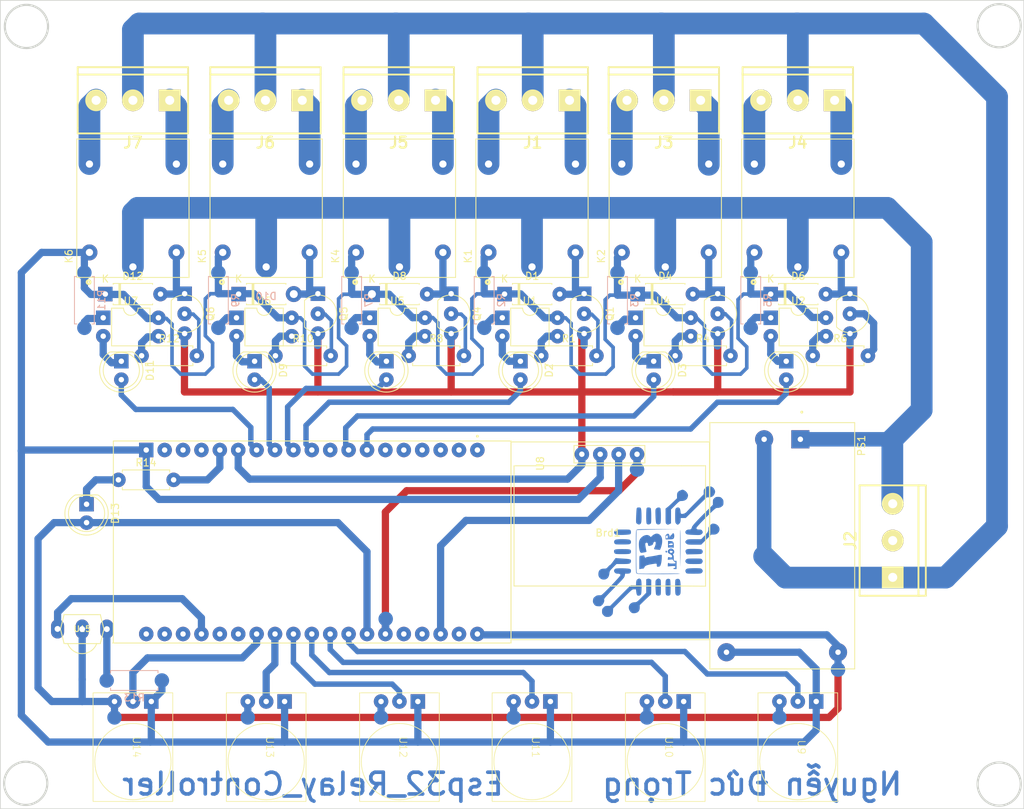
<source format=kicad_pcb>
(kicad_pcb (version 20240108) (generator "pcbnew") (generator_version "8.0")
  (layers (0 "F.Cu" signal) (31 "B.Cu" signal) (34 "B.Paste" user) (35 "F.Paste" user) (36 "B.SilkS" user "B.Silkscreen") (37 "F.SilkS" user "F.Silkscreen") (38 "B.Mask" user) (39 "F.Mask" user) (44 "Edge.Cuts" user))
  (net 0 "")
  (net 1 "GND")
  (net 2 "+5V")
  (net 3 "Net-(D1-A)")
  (net 4 "Net-(D2-Pad1)")
  (net 5 "Net-(D3-Pad1)")
  (net 6 "Net-(D4-A)")
  (net 7 "Net-(D5-Pad1)")
  (net 8 "Net-(D6-A)")
  (net 9 "Net-(D7-Pad1)")
  (net 10 "Net-(D8-A)")
  (net 11 "Net-(D9-Pad1)")
  (net 12 "Net-(D10-A)")
  (net 13 "Net-(D11-Pad1)")
  (net 14 "Net-(D12-A)")
  (net 15 "Net-(J1-Pin_1)")
  (net 16 "GNDREF")
  (net 17 "Net-(J1-Pin_3)")
  (net 18 "VAC")
  (net 19 "Net-(U15-V+)")
  (net 20 "Net-(J3-Pin_1)")
  (net 21 "Net-(J3-Pin_3)")
  (net 22 "Net-(J4-Pin_1)")
  (net 23 "Net-(J4-Pin_3)")
  (net 24 "Net-(J5-Pin_1)")
  (net 25 "Net-(J5-Pin_3)")
  (net 26 "Net-(J6-Pin_1)")
  (net 27 "Net-(J6-Pin_3)")
  (net 28 "Net-(J7-Pin_1)")
  (net 29 "Net-(J7-Pin_3)")
  (net 30 "Net-(Q1-B)")
  (net 31 "Net-(Q2-B)")
  (net 32 "Net-(Q3-B)")
  (net 33 "Net-(Q4-B)")
  (net 34 "Net-(Q5-B)")
  (net 35 "Net-(Q6-B)")
  (net 36 "Net-(R1-Pad1)")
  (net 37 "Net-(R2-Pad1)")
  (net 38 "Net-(R3-Pad1)")
  (net 39 "Net-(R4-Pad1)")
  (net 40 "Net-(R5-Pad1)")
  (net 41 "Net-(R6-Pad1)")
  (net 42 "Net-(R7-Pad1)")
  (net 43 "Net-(R8-Pad1)")
  (net 44 "Net-(R9-Pad1)")
  (net 45 "Net-(R10-Pad1)")
  (net 46 "Net-(R11-Pad1)")
  (net 47 "Net-(R12-Pad1)")
  (net 65 "/SCL")
  (net 66 "/SDA")
  (net 67 "Net-(D13-Pad1)")
  (net 68 "Net-(U8-IO13)")
  (net 69 "/1")
  (net 70 "/6")
  (net 71 "/5")
  (net 72 "/4")
  (net 73 "/3")
  (net 74 "/2")
  (net 75 "/B1")
  (net 76 "/B2")
  (net 77 "/B3")
  (net 78 "/B4")
  (net 79 "/B5")
  (net 80 "/B6")
  (net 81 "/IR")
  (footprint "Relay 5V:RELAY_SRD-05VDC-SL-C" (layer "F.Cu") (at 178.66 74.78 90)
    (property "Reference" "K3" (hide yes))
    (property "Value" "SRD-05VDC-SL-C" (hide yes))
  )
  (footprint "KF301-3P:KF301-3P" (layer "F.Cu") (at 123.56 59.88 180)
    (property "Reference" "J5")
    (property "Value" "Screw_Terminal_01x03" (hide yes))
  )
  (footprint "Package_TO_SOT_THT:TO-92_Inline" (layer "F.Cu") (at 149.16 88.0825 -90)
    (property "Reference" "Q1")
    (property "Value" "BC547")
  )
  (footprint "TTP223:TTP223" (layer "F.Cu") (at 86.86 149.18 -90)
    (property "Reference" "U14")
    (property "Value" "TTP223")
  )
  (footprint "Package_DIP:DIP-4_W7.62mm" (layer "F.Cu") (at 119.56 89.905)
    (property "Reference" "U5")
    (property "Value" "PC817")
  )
  (footprint "LED_THT:LED_D5.0mm" (layer "F.Cu") (at 158.76 95.905 -90)
    (property "Reference" "D3")
    (property "Value" "~")
  )
  (footprint "Resistor_THT:R_Axial_DIN0207_L6.3mm_D2.5mm_P7.62mm_Horizontal" (layer "F.Cu") (at 88.06 95.145)
    (property "Reference" "R12")
    (property "Value" "1k")
  )
  (footprint "LED_THT:LED_D5.0mm" (layer "F.Cu") (at 121.86 95.905 -90)
    (property "Reference" "D7" (hide yes))
    (property "Value" "~")
  )
  (footprint "KF301-3P:KF301-3P" (layer "F.Cu") (at 142.06 59.88 180)
    (property "Reference" "J1")
    (property "Value" "Screw_Terminal_01x03" (hide yes))
  )
  (footprint "Relay 5V:RELAY_SRD-05VDC-SL-C" (layer "F.Cu") (at 141.96 74.78 90)
    (property "Reference" "K1")
    (property "Value" "SRD-05VDC-SL-C" (hide yes))
  )
  (footprint "" (layer "F.Cu") (at 84.32 145.08)
    (property "Reference" "")
    (property "Value" "")
  )
  (footprint "Relay 5V:RELAY_SRD-05VDC-SL-C" (layer "F.Cu") (at 160.36 74.78 90)
    (property "Reference" "K2")
    (property "Value" "SRD-05VDC-SL-C" (hide yes))
  )
  (footprint "Package_DIP:DIP-4_W7.62mm" (layer "F.Cu") (at 137.86 89.905)
    (property "Reference" "U1")
    (property "Value" "PC817")
  )
  (footprint "HLK-PM01_220V to 5V:CONV_HLK-PM01" (layer "F.Cu") (at 176.51 121.38 -90)
    (property "Reference" "PS1")
    (property "Value" "HLK-PM01")
  )
  (footprint "Diode_THT:D_DO-41_SOD81_P7.62mm_Horizontal" (layer "F.Cu") (at 156.55 86.6325)
    (property "Reference" "D4")
    (property "Value" "D")
  )
  (footprint "Package_TO_SOT_THT:TO-92_Inline" (layer "F.Cu") (at 130.8 88.0825 -90)
    (property "Reference" "Q4")
    (property "Value" "BC547")
  )
  (footprint "KF301-3P:KF301-3P" (layer "F.Cu") (at 105.16 59.88 180)
    (property "Reference" "J6")
    (property "Value" "Screw_Terminal_01x03" (hide yes))
  )
  (footprint "TTP223:TTP223" (layer "F.Cu") (at 123.66 149.18 -90)
    (property "Reference" "U12")
    (property "Value" "TTP223")
  )
  (footprint "Package_DIP:DIP-4_W7.62mm" (layer "F.Cu") (at 101.16 89.905)
    (property "Reference" "U6")
    (property "Value" "PC817")
  )
  (footprint "Diode_THT:D_DO-41_SOD81_P7.62mm_Horizontal" (layer "F.Cu") (at 138.17 86.6325)
    (property "Reference" "D1")
    (property "Value" "D")
  )
  (footprint "" (layer "F.Cu") (at 121.76 131.48)
    (property "Reference" "")
    (property "Value" "")
  )
  (footprint "" (layer "F.Cu") (at 102.72 145.08)
    (property "Reference" "")
    (property "Value" "")
  )
  (footprint "KF301-3P:KF301-3P" (layer "F.Cu") (at 86.86 59.88 180)
    (property "Reference" "J7")
    (property "Value" "Screw_Terminal_01x03" (hide yes))
  )
  (footprint "LED_THT:LED_D5.0mm" (layer "F.Cu") (at 85.26 95.905 -90)
    (property "Reference" "D11")
    (property "Value" "~")
  )
  (footprint "VS1838:TSOP18XX" (layer "F.Cu") (at 79.86 132.860399)
    (property "Reference" "U15")
    (property "Value" "TSOP1838")
  )
  (footprint "Diode_THT:D_DO-41_SOD81_P7.62mm_Horizontal" (layer "F.Cu") (at 174.91 86.6325)
    (property "Reference" "D6")
    (property "Value" "D")
  )
  (footprint "ESP32-DEVKITC-32D:MODULE_ESP32-DEVKITC-32D" (layer "F.Cu") (at 114.66 120.86 -90)
    (property "Reference" "U8")
    (property "Value" "ESP32-DEVKITC-32D")
  )
  (footprint "Resistor_THT:R_Axial_DIN0207_L6.3mm_D2.5mm_P7.62mm_Horizontal" (layer "F.Cu") (at 161.74 95.145)
    (property "Reference" "R4")
    (property "Value" "1k")
  )
  (footprint "LED_THT:LED_D5.0mm" (layer "F.Cu") (at 103.66 95.905 -90)
    (property "Reference" "D9")
    (property "Value" "~")
  )
  (footprint "Diode_THT:D_DO-41_SOD81_P7.62mm_Horizontal" (layer "F.Cu") (at 83.05 86.6325)
    (property "Reference" "D12")
    (property "Value" "D")
  )
  (footprint "TTP223:TTP223" (layer "F.Cu") (at 160.36 149.18 -90)
    (property "Reference" "U10")
    (property "Value" "TTP223")
  )
  (footprint "" (layer "F.Cu") (at 156.46 110.86)
    (property "Reference" "")
    (property "Value" "")
  )
  (footprint "Resistor_THT:R_Axial_DIN0207_L6.3mm_D2.5mm_P7.62mm_Horizontal" (layer "F.Cu") (at 180.717918 95.145)
    (property "Reference" "R6")
    (property "Value" "1k")
  )
  (footprint "KF301-3P:KF301-3P" (layer "F.Cu") (at 178.66 59.88 180)
    (property "Reference" "J4")
    (property "Value" "Screw_Terminal_01x03" (hide yes))
  )
  (footprint "Relay 5V:RELAY_SRD-05VDC-SL-C" (layer "F.Cu") (at 86.86 74.78 90)
    (property "Reference" "K6")
    (property "Value" "SRD-05VDC-SL-C" (hide yes))
  )
  (footprint "TTP223:TTP223" (layer "F.Cu") (at 141.96 149.18 -90)
    (property "Reference" "U11")
    (property "Value" "TTP223")
  )
  (footprint "LED_THT:LED_D5.0mm" (layer "F.Cu") (at 80.46 115.645 -90)
    (property "Reference" "D13")
    (property "Value" "~")
  )
  (footprint "Package_TO_SOT_THT:TO-92_Inline" (layer "F.Cu") (at 167.6 88.0825 -90)
    (property "Reference" "Q2" (hide yes))
    (property "Value" "BC547" (hide yes))
  )
  (footprint "Package_DIP:DIP-4_W7.62mm" (layer "F.Cu") (at 156.26 89.905)
    (property "Reference" "U4")
    (property "Value" "PC817" (hide yes))
  )
  (footprint "Package_DIP:DIP-4_W7.62mm" (layer "F.Cu") (at 82.76 89.905)
    (property "Reference" "U7")
    (property "Value" "PC817")
  )
  (footprint "Package_TO_SOT_THT:TO-92_Inline" (layer "F.Cu") (at 185.86 88.0825 -90)
    (property "Reference" "Q3" (hide yes))
    (property "Value" "BC547" (hide yes))
  )
  (footprint "" (layer "F.Cu") (at 139.42 145.08)
    (property "Reference" "")
    (property "Value" "")
  )
  (footprint "" (layer "F.Cu") (at 157.82 145.08)
    (property "Reference" "")
    (property "Value" "")
  )
  (footprint "SSD1306:128x64OLED" (layer "F.Cu") (at 152.46 119.3424)
    (property "Reference" "Brd1")
    (property "Value" "SSD1306")
  )
  (footprint "Resistor_THT:R_Axial_DIN0207_L6.3mm_D2.5mm_P7.62mm_Horizontal" (layer "F.Cu") (at 124.94 95.145)
    (property "Reference" "R8")
    (property "Value" "1k")
  )
  (footprint "Resistor_THT:R_Axial_DIN0207_L6.3mm_D2.5mm_P7.62mm_Horizontal" (layer "F.Cu") (at 106.54 95.145)
    (property "Reference" "R10")
    (property "Value" "1k")
  )
  (footprint "LED_THT:LED_D5.0mm" (layer "F.Cu") (at 177.06 95.905 -90)
    (property "Reference" "D5" (hide yes))
    (property "Value" "~")
  )
  (footprint "Package_TO_SOT_THT:TO-92_Inline" (layer "F.Cu") (at 94 88.0825 -90)
    (property "Reference" "Q6")
    (property "Value" "BC547")
  )
  (footprint "TTP223:TTP223" (layer "F.Cu") (at 178.66 149.18 -90)
    (property "Reference" "U9")
    (property "Value" "TTP223")
  )
  (footprint "Diode_THT:D_DO-41_SOD81_P7.62mm_Horizontal" (layer "F.Cu") (at 119.86 86.6325)
    (property "Reference" "D8")
    (property "Value" "D")
  )
  (footprint "" (layer "F.Cu") (at 121.12 145.08)
    (property "Reference" "")
    (property "Value" "")
  )
  (footprint "Package_DIP:DIP-4_W7.62mm" (layer "F.Cu") (at 174.92 89.905)
    (property "Reference" "U2")
    (property "Value" "PC817" (hide yes))
  )
  (footprint "LED_THT:LED_D5.0mm" (layer "F.Cu") (at 140.36 95.905 -90)
    (property "Reference" "D2")
    (property "Value" "~")
  )
  (footprint "Resistor_THT:R_Axial_DIN0207_L6.3mm_D2.5mm_P7.62mm_Horizontal" (layer "F.Cu") (at 84.86 112.28)
    (property "Reference" "R14")
    (property "Value" "100")
  )
  (footprint "TTP223:TTP223" (layer "F.Cu") (at 105.26 149.18 -90)
    (property "Reference" "U13")
    (property "Value" "TTP223")
  )
  (footprint "KF301-3P:KF301-3P" (layer "F.Cu") (at 191.76 120.66 90)
    (property "Reference" "J2")
    (property "Value" "Screw_Terminal_01x03" (hide yes))
  )
  (footprint "Package_TO_SOT_THT:TO-92_Inline" (layer "F.Cu") (at 112.4 88.0825 -90)
    (property "Reference" "Q5")
    (property "Value" "BC547")
  )
  (footprint "" (layer "F.Cu") (at 184.21 138.48)
    (property "Reference" "")
    (property "Value" "")
  )
  (footprint "KF301-3P:KF301-3P" (layer "F.Cu") (at 160.16 59.88 180)
    (property "Reference" "J3")
    (property "Value" "Screw_Terminal_01x03" (hide yes))
  )
  (footprint "Relay 5V:RELAY_SRD-05VDC-SL-C" (layer "F.Cu") (at 105.26 74.78 90)
    (property "Reference" "K5")
    (property "Value" "SRD-05VDC-SL-C" (hide yes))
  )
  (footprint "Diode_THT:D_DO-41_SOD81_P7.62mm_Horizontal" (layer "F.Cu") (at 101.45 86.6325)
    (property "Reference" "D10")
    (property "Value" "D")
  )
  (footprint "Resistor_THT:R_Axial_DIN0207_L6.3mm_D2.5mm_P7.62mm_Horizontal" (layer "F.Cu") (at 143.24 95.145)
    (property "Reference" "R1")
    (property "Value" "1k")
  )
  (footprint "" (layer "F.Cu") (at 176.12 145.08)
    (property "Reference" "")
    (property "Value" "")
  )
  (footprint "Relay 5V:RELAY_SRD-05VDC-SL-C" (layer "F.Cu") (at 123.66 74.78 90)
    (property "Reference" "K4")
    (property "Value" "SRD-05VDC-SL-C" (hide yes))
  )
  (footprint "Resistor_THT:R_Axial_DIN0207_L6.3mm_D2.5mm_P7.62mm_Horizontal" (layer "B.Cu") (at 83.24 139.98)
    (property "Reference" "R13")
    (property "Value" "100")
  )
  (footprint "Resistor_THT:R_Axial_DIN0207_L6.3mm_D2.5mm_P7.62mm_Horizontal" (layer "B.Cu") (at 80.16 91.29 90)
    (property "Reference" "R11")
    (property "Value" "330")
  )
  (footprint "Resistor_THT:R_Axial_DIN0207_L6.3mm_D2.5mm_P7.62mm_Horizontal" (layer "B.Cu") (at 153.76 91.29 90)
    (property "Reference" "R3")
    (property "Value" "100")
  )
  (footprint "Resistor_THT:R_Axial_DIN0207_L6.3mm_D2.5mm_P7.62mm_Horizontal" (layer "B.Cu") (at 117.06 91.29 90)
    (property "Reference" "R7")
    (property "Value" "330")
  )
  (footprint "Resistor_THT:R_Axial_DIN0207_L6.3mm_D2.5mm_P7.62mm_Horizontal" (layer "B.Cu") (at 98.66 91.29 90)
    (property "Reference" "R9")
    (property "Value" "330")
  )
  (footprint "Resistor_THT:R_Axial_DIN0207_L6.3mm_D2.5mm_P7.62mm_Horizontal" (layer "B.Cu") (at 172.16 91.29 90)
    (property "Reference" "R5")
    (property "Value" "330")
  )
  (footprint "Resistor_THT:R_Axial_DIN0207_L6.3mm_D2.5mm_P7.62mm_Horizontal" (layer "B.Cu") (at 135.36 91.29 90)
    (property "Reference" "R2")
    (property "Value" "330")
  )
  (gr_poly (pts (xy 167.239668 113.872302) (xy 167.235453 113.837676) (xy 167.228614 113.802809) (xy 167.219143 113.767392) (xy 167.207031 113.73112) (xy 167.192267 113.693685) (xy 167.174843 113.65478) (xy 167.15475 113.614099) (xy 167.12408 113.558878) (xy 167.09156 113.507489) (xy 167.057123 113.459895) (xy 167.020706 113.416059) (xy 166.982241 113.375944) (xy 166.941666 113.339512) (xy 166.898913 113.306727) (xy 166.853919 113.27755) (xy 166.806618 113.251946) (xy 166.756946 113.229876) (xy 166.704836 113.211303) (xy 166.650223 113.196191) (xy 166.593044 113.184502) (xy 166.533232 113.176199) (xy 166.470723 113.171244) (xy 166.405451 113.1696) (xy 166.355581 113.169935) (xy 166.310399 113.171089) (xy 166.269385 113.173284) (xy 166.232016 113.176744) (xy 166.214537 113.179018) (xy 166.197773 113.181692) (xy 166.181661 113.184794) (xy 166.166135 113.188352) (xy 166.15113 113.192394) (xy 166.13658 113.196947) (xy 166.122421 113.20204) (xy 166.108588 113.2077) (xy 166.095015 113.213955) (xy 166.081637 113.220834) (xy 166.06839 113.228363) (xy 166.055208 113.236572) (xy 166.042026 113.245488) (xy 166.028778 113.255139) (xy 166.001828 113.276756) (xy 165.973836 113.301648) (xy 165.944281 113.330037) (xy 165.912642 113.362147) (xy 165.878399 113.398201) (xy 165.844581 113.433706) (xy 165.814428 113.466736) (xy 165.787735 113.497794) (xy 165.764298 113.527383) (xy 165.743912 113.556004) (xy 165.726372 113.58416) (xy 165.711474 113.612354) (xy 165.699012 113.641087) (xy 165.688784 113.670862) (xy 165.680583 113.702181) (xy 165.674205 113.735546) (xy 165.669445 113.77146) (xy 165.6661 113.810425) (xy 165.663964 113.852943) (xy 165.662832 113.899517) (xy 165.6625 113.950649) (xy 165.6625 114.274498) (xy 164.595701 115.360351) (xy 164.377134 115.580046) (xy 164.167571 115.792746) (xy 163.794807 116.176325) (xy 163.641278 116.336786) (xy 163.516101 116.469417) (xy 163.424113 116.569007) (xy 163.37015 116.630349) (xy 163.335938 116.670897) (xy 163.300052 116.709166) (xy 163.262603 116.745109) (xy 163.223703 116.778681) (xy 163.183464 116.809834) (xy 163.141997 116.838522) (xy 163.099413 116.864699) (xy 163.055825 116.888318) (xy 163.011344 116.909332) (xy 162.966082 116.927695) (xy 162.92015 116.943361) (xy 162.87366 116.956282) (xy 162.826723 116.966413) (xy 162.779451 116.973708) (xy 162.731957 116.978118) (xy 162.68435 116.979599) (xy 162.655067 116.979312) (xy 162.628974 116.978197) (xy 162.605839 116.975873) (xy 162.585429 116.971959) (xy 162.576174 116.969286) (xy 162.567513 116.966072) (xy 162.559416 116.96227) (xy 162.551856 116.957833) (xy 162.544803 116.952711) (xy 162.538228 116.946858) (xy 162.532101 116.940226) (xy 162.526394 116.932767) (xy 162.521078 116.924434) (xy 162.516124 116.915179) (xy 162.511502 116.904955) (xy 162.507183 116.893712) (xy 162.49934 116.867985) (xy 162.492362 116.837617) (xy 162.486017 116.802225) (xy 162.480072 116.761429) (xy 162.474294 116.714848) (xy 162.468451 116.662099) (xy 162.464518 116.629621) (xy 162.459905 116.59664) (xy 162.448904 116.530138) (xy 162.435968 116.46453) (xy 162.421619 116.401749) (xy 162.406376 116.343731) (xy 162.398583 116.317113) (xy 162.390762 116.292411) (xy 162.382977 116.269867) (xy 162.375296 116.249722) (xy 162.367781 116.23222) (xy 162.3605 116.217601) (xy 162.352212 116.203146) (xy 162.342862 116.189551) (xy 162.332506 116.176819) (xy 162.321197 116.164953) (xy 162.308991 116.153956) (xy 162.295941 116.143833) (xy 162.282104 116.134586) (xy 162.267532 116.12622) (xy 162.252282 116.118737) (xy 162.236407 116.112142) (xy 162.219962 116.106437) (xy 162.203003 116.101626) (xy 162.185583 116.097712) (xy 162.167757 116.0947) (xy 162.14958 116.092593) (xy 162.131107 116.091393) (xy 162.112391 116.091105) (xy 162.093489 116.091732) (xy 162.074454 116.093278) (xy 162.055341 116.095746) (xy 162.036204 116.099139) (xy 162.0171 116.103461) (xy 161.998081 116.108716) (xy 161.979203 116.114907) (xy 161.96052 116.122037) (xy 161.942087 116.13011) (xy 161.923959 116.13913) (xy 161.90619 116.1491) (xy 161.888836 116.160023) (xy 161.871949 116.171903) (xy 161.855586 116.184743) (xy 161.839801 116.198548) (xy 161.821774 116.215756) (xy 161.805719 116.234713) (xy 161.791525 116.256424) (xy 161.779079 116.281892) (xy 161.76827 116.312123) (xy 161.758987 116.348121) (xy 161.751117 116.390891) (xy 161.74455 116.441437) (xy 161.734876 116.569876) (xy 161.729071 116.741475) (xy 161.726244 116.964271) (xy 161.725499 117.2463) (xy 161.725809 117.553443) (xy 161.726546 117.678929) (xy 161.72798 117.787736) (xy 161.730344 117.8814) (xy 161.731948 117.923033) (xy 161.733871 117.961456) (xy 161.736143 117.99686) (xy 161.738793 118.029438) (xy 161.74185 118.059381) (xy 161.745343 118.086881) (xy 161.749301 118.11213) (xy 161.753754 118.13532) (xy 161.758729 118.156643) (xy 161.764257 118.17629) (xy 161.770366 118.194453) (xy 161.777086 118.211325) (xy 161.784445 118.227097) (xy 161.792472 118.24196) (xy 161.801198 118.256108) (xy 161.81065 118.269731) (xy 161.820858 118.283021) (xy 161.83185 118.296171) (xy 161.843657 118.309372) (xy 161.856306 118.322816) (xy 161.88425 118.351201) (xy 161.911393 118.378076) (xy 161.935894 118.401604) (xy 161.958088 118.421856) (xy 161.968424 118.430778) (xy 161.97831 118.43891) (xy 161.987786 118.44626) (xy 161.996895 118.452837) (xy 162.005678 118.458653) (xy 162.014178 118.463714) (xy 162.022435 118.468032) (xy 162.030493 118.471614) (xy 162.038393 118.474472) (xy 162.046176 118.476613) (xy 162.053885 118.478047) (xy 162.061561 118.478783) (xy 162.069247 118.478831) (xy 162.076983 118.4782) (xy 162.084813 118.476899) (xy 162.092778 118.474938) (xy 162.100919 118.472326) (xy 162.109279 118.469072) (xy 162.1179 118.465185) (xy 162.126822 118.460675) (xy 162.136089 118.455551) (xy 162.145742 118.449823) (xy 162.166373 118.436589) (xy 162.189051 118.421049) (xy 162.223796 118.397174) (xy 162.256569 118.370844) (xy 162.287333 118.342133) (xy 162.316051 118.311115) (xy 162.342685 118.277864) (xy 162.367198 118.242456) (xy 162.389553 118.204963) (xy 162.409713 118.165462) (xy 162.427641 118.124026) (xy 162.443298 118.080729) (xy 162.45665 118.035647) (xy 162.467657 117.988853) (xy 162.476282 117.940422) (xy 162.48249 117.890428) (xy 162.486241 117.838946) (xy 162.4875 117.78605) (xy 162.4875 117.551099) (xy 163.17965 117.551099) (xy 164.633801 116.122349) (xy 166.094301 114.693599) (xy 166.405451 114.693599) (xy 166.439626 114.693134) (xy 166.473096 114.69174) (xy 166.505864 114.689419) (xy 166.537932 114.68617) (xy 166.569303 114.681996) (xy 166.599978 114.676898) (xy 166.62996 114.670876) (xy 166.659252 114.663933) (xy 166.687855 114.656068) (xy 166.715772 114.647284) (xy 166.743006 114.637582) (xy 166.769558 114.626962) (xy 166.795431 114.615425) (xy 166.820628 114.602974) (xy 166.84515 114.589609) (xy 166.869 114.575331) (xy 166.89218 114.560141) (xy 166.914693 114.544041) (xy 166.936541 114.527032) (xy 166.957726 114.509115) (xy 166.978251 114.490291) (xy 166.998118 114.470561) (xy 167.017329 114.449926) (xy 167.035886 114.428388) (xy 167.053792 114.405948) (xy 167.07105 114.382606) (xy 167.087661 114.358365) (xy 167.103628 114.333225) (xy 167.118953 114.307187) (xy 167.133639 114.280253) (xy 167.147687 114.252424) (xy 167.161101 114.2237) (xy 167.180075 114.177438) (xy 167.196509 114.133696) (xy 167.210395 114.092168) (xy 167.221723 114.052547) (xy 167.230484 114.014526) (xy 167.236668 113.977798) (xy 167.240266 113.942056) (xy 167.241269 113.906993)) (fill solid) (layer "B.Cu"))
  (gr_poly (pts (xy 157.080475 117.193119) (xy 157.073952 116.913682) (xy 157.061624 116.66081) (xy 157.043641 116.457201) (xy 157.032575 116.380962) (xy 157.020151 116.32555) (xy 157.009821 116.286285) (xy 157.000022 116.251644) (xy 156.99039 116.221337) (xy 156.980563 116.195077) (xy 156.975462 116.183374) (xy 156.970177 116.172574) (xy 156.964662 116.162642) (xy 156.958871 116.153541) (xy 156.952759 116.145235) (xy 156.946281 116.137689) (xy 156.939391 116.130866) (xy 156.932045 116.12473) (xy 156.924196 116.119245) (xy 156.915799 116.114376) (xy 156.90681 116.110085) (xy 156.897182 116.106337) (xy 156.88687 116.103097) (xy 156.875829 116.100327) (xy 156.864014 116.097992) (xy 156.85138 116.096056) (xy 156.82347 116.093236) (xy 156.791737 116.091579) (xy 156.755818 116.090796) (xy 156.715351 116.090599) (xy 156.683118 116.090974) (xy 156.653053 116.092112) (xy 156.638813 116.092973) (xy 156.62509 116.094031) (xy 156.611877 116.09529) (xy 156.599165 116.09675) (xy 156.586945 116.098416) (xy 156.575211 116.100288) (xy 156.563953 116.10237) (xy 156.553164 116.104663) (xy 156.542836 116.10717) (xy 156.532959 116.109894) (xy 156.523527 116.112836) (xy 156.514531 116.115999) (xy 156.505963 116.119385) (xy 156.497814 116.122997) (xy 156.490077 116.126836) (xy 156.482744 116.130906) (xy 156.475806 116.135209) (xy 156.469255 116.139746) (xy 156.463083 116.14452) (xy 156.457282 116.149534) (xy 156.451844 116.15479) (xy 156.44676 116.16029) (xy 156.442023 116.166037) (xy 156.437624 116.172032) (xy 156.433556 116.178278) (xy 156.429809 116.184778) (xy 156.426377 116.191534) (xy 156.42325 116.198548) (xy 156.413192 116.241274) (xy 156.402315 116.3189) (xy 156.390992 116.427037) (xy 156.379594 116.561292) (xy 156.358064 116.8906) (xy 156.3407 117.2717) (xy 156.335219 117.439462) (xy 156.330779 117.586584) (xy 156.327529 117.714599) (xy 156.325619 117.825044) (xy 156.325213 117.874156) (xy 156.325197 117.919452) (xy 156.325591 117.961122) (xy 156.326413 117.999358) (xy 156.327681 118.034353) (xy 156.329414 118.066298) (xy 156.331631 118.095385) (xy 156.33435 118.121806) (xy 156.33759 118.145753) (xy 156.34137 118.167417) (xy 156.345707 118.186991) (xy 156.350622 118.204666) (xy 156.356131 118.220634) (xy 156.362255 118.235088) (xy 156.369011 118.248217) (xy 156.376419 118.260216) (xy 156.384496 118.271275) (xy 156.393261 118.281587) (xy 156.402733 118.291343) (xy 156.412931 118.300735) (xy 156.423874 118.309955) (xy 156.435578 118.319194) (xy 156.461351 118.3385) (xy 156.487987 118.356119) (xy 156.514304 118.372074) (xy 156.540279 118.386372) (xy 156.56589 118.399024) (xy 156.591115 118.410039) (xy 156.615932 118.419426) (xy 156.640318 118.427194) (xy 156.664252 118.433353) (xy 156.687712 118.437913) (xy 156.710676 118.440882) (xy 156.733121 118.442269) (xy 156.755025 118.442085) (xy 156.776366 118.440337) (xy 156.797123 118.437037) (xy 156.817273 118.432192) (xy 156.836793 118.425812) (xy 156.855663 118.417907) (xy 156.873859 118.408486) (xy 156.89136 118.397558) (xy 156.908144 118.385133) (xy 156.924188 118.371219) (xy 156.93947 118.355826) (xy 156.953969 118.338963) (xy 156.967662 118.32064) (xy 156.980528 118.300866) (xy 156.992543 118.279651) (xy 157.003686 118.257002) (xy 157.013935 118.232931) (xy 157.023268 118.207446) (xy 157.031663 118.180556) (xy 157.039097 118.152271) (xy 157.045549 118.1226) (xy 157.055449 118.052677) (xy 157.063731 117.963862) (xy 157.075514 117.740906) (xy 157.081046 117.476426)) (fill solid) (layer "B.Cu"))
  (gr_poly (pts (xy 155.623821 119.476352) (xy 155.619967 119.43923) (xy 155.613824 119.402025) (xy 155.605375 119.36508) (xy 155.5946 119.32874) (xy 155.581481 119.293349) (xy 155.565999 119.259251) (xy 155.553673 119.239059) (xy 155.539719 119.221249) (xy 155.522956 119.205672) (xy 155.502202 119.192178) (xy 155.476277 119.180619) (xy 155.443998 119.170845) (xy 155.404185 119.162709) (xy 155.355657 119.156062) (xy 155.297231 119.150753) (xy 155.227727 119.146636) (xy 155.050758 119.141377) (xy 154.8153 119.139095) (xy 154.511901 119.138599) (xy 154.217246 119.139355) (xy 154.09374 119.140483) (xy 153.984652 119.14227) (xy 153.888884 119.144839) (xy 153.805339 119.14831) (xy 153.732919 119.152804) (xy 153.700537 119.155473) (xy 153.670526 119.158443) (xy 153.642746 119.161729) (xy 153.617062 119.165347) (xy 153.593336 119.16931) (xy 153.571431 119.173636) (xy 153.55121 119.178338) (xy 153.532534 119.183433) (xy 153.515268 119.188934) (xy 153.499275 119.194857) (xy 153.484415 119.201217) (xy 153.470554 119.20803) (xy 153.457553 119.21531) (xy 153.445275 119.223073) (xy 153.433583 119.231333) (xy 153.42234 119.240106) (xy 153.411409 119.249407) (xy 153.400652 119.259251) (xy 153.384614 119.275073) (xy 153.369833 119.29155) (xy 153.356301 119.308626) (xy 153.34401 119.326248) (xy 153.332951 119.344364) (xy 153.323116 119.362919) (xy 153.314498 119.38186) (xy 153.307088 119.401133) (xy 153.300877 119.420686) (xy 153.295859 119.440464) (xy 153.292024 119.460414) (xy 153.289365 119.480483) (xy 153.287873 119.500617) (xy 153.28754 119.520763) (xy 153.288358 119.540867) (xy 153.29032 119.560875) (xy 153.293416 119.580734) (xy 153.297638 119.600392) (xy 153.30298 119.619793) (xy 153.309431 119.638885) (xy 153.316985 119.657615) (xy 153.325634 119.675928) (xy 153.335368 119.693771) (xy 153.346179 119.711091) (xy 153.358061 119.727835) (xy 153.371004 119.743948) (xy 153.385001 119.759378) (xy 153.400043 119.77407) (xy 153.416122 119.787972) (xy 153.43323 119.80103) (xy 153.451359 119.81319) (xy 153.4705 119.824398) (xy 153.5257 119.842872) (xy 153.612061 119.857885) (xy 153.725024 119.86955) (xy 153.860033 119.877977) (xy 154.177955 119.885568) (xy 154.529363 119.88155) (xy 154.877795 119.866816) (xy 155.186787 119.842259) (xy 155.315098 119.826577) (xy 155.419876 119.808773) (xy 155.496563 119.78896) (xy 155.522948 119.778336) (xy 155.5406 119.76725) (xy 155.549865 119.759035) (xy 155.558606 119.749895) (xy 155.566821 119.739873) (xy 155.574509 119.729013) (xy 155.588291 119.704951) (xy 155.599933 119.678052) (xy 155.609418 119.64866) (xy 155.616726 119.617119) (xy 155.621839 119.583773) (xy 155.624738 119.548968) (xy 155.625405 119.513046)) (fill solid) (layer "B.Cu"))
  (gr_poly (pts (xy 165.5259 123.502931) (xy 165.525079 123.488917) (xy 165.523509 123.474861) (xy 165.521188 123.460742) (xy 165.518113 123.446539) (xy 165.514282 123.432232) (xy 165.509694 123.417799) (xy 165.504345 123.40322) (xy 165.498233 123.388473) (xy 165.491356 123.373538) (xy 165.475298 123.343019) (xy 165.456152 123.311495) (xy 165.433899 123.278799) (xy 165.398974 123.234511) (xy 165.379987 123.21639) (xy 165.358097 123.200715) (xy 165.33189 123.187309) (xy 165.299955 123.175997) (xy 165.260875 123.166601) (xy 165.213238 123.158944) (xy 165.155629 123.15285) (xy 165.086635 123.148141) (xy 164.908835 123.142176) (xy 164.668526 123.139633) (xy 164.354399 123.1391) (xy 164.195698 123.139271) (xy 164.054548 123.139869) (xy 163.929752 123.141025) (xy 163.820107 123.14287) (xy 163.724416 123.145533) (xy 163.641477 123.149146) (xy 163.604415 123.151348) (xy 163.57009 123.153837) (xy 163.538355 123.156628) (xy 163.509057 123.159737) (xy 163.482048 123.163181) (xy 163.457176 123.166977) (xy 163.434294 123.17114) (xy 163.413249 123.175687) (xy 163.393892 123.180633) (xy 163.376074 123.185996) (xy 163.359644 123.191791) (xy 163.344453 123.198036) (xy 163.330349 123.204745) (xy 163.317185 123.211936) (xy 163.304808 123.219624) (xy 163.293069 123.227826) (xy 163.281819 123.236559) (xy 163.270908 123.245838) (xy 163.260184 123.25568) (xy 163.249499 123.266101) (xy 163.233966 123.282192) (xy 163.219511 123.298314) (xy 163.206135 123.314462) (xy 163.193838 123.33063) (xy 163.18262 123.346811) (xy 163.172481 123.363001) (xy 163.163422 123.379193) (xy 163.155441 123.395382) (xy 163.148539 123.411561) (xy 163.142716 123.427726) (xy 163.137972 123.443869) (xy 163.134307 123.459986) (xy 163.131721 123.47607) (xy 163.130214 123.492116) (xy 163.129787 123.508117) (xy 163.130438 123.524069) (xy 163.132168 123.539964) (xy 163.134977 123.555799) (xy 163.138865 123.571565) (xy 163.143832 123.587259) (xy 163.149878 123.602873) (xy 163.157003 123.618403) (xy 163.165208 123.633841) (xy 163.174491 123.649184) (xy 163.184853 123.664424) (xy 163.196294 123.679556) (xy 163.208814 123.694573) (xy 163.222413 123.709472) (xy 163.237091 123.724244) (xy 163.252849 123.738885) (xy 163.269685 123.753389) (xy 163.2876 123.76775) (xy 163.315775 123.78913) (xy 163.343931 123.808119) (xy 163.373241 123.824858) (xy 163.404876 123.839485) (xy 163.440009 123.85214) (xy 163.479811 123.862962) (xy 163.525455 123.872092) (xy 163.578112 123.879668) (xy 163.638955 123.885831) (xy 163.709155 123.890719) (xy 163.882317 123.89723) (xy 164.106973 123.900318) (xy 164.3925 123.901099) (xy 164.551673 123.900994) (xy 164.691955 123.900554) (xy 164.814693 123.899592) (xy 164.921237 123.897924) (xy 164.968858 123.896767) (xy 165.012936 123.895363) (xy 165.053639 123.89369) (xy 165.091137 123.891723) (xy 165.125598 123.88944) (xy 165.157191 123.886818) (xy 165.186083 123.883833) (xy 165.212445 123.880462) (xy 165.236443 123.876681) (xy 165.258248 123.872468) (xy 165.278027 123.8678) (xy 165.29595 123.862652) (xy 165.312184 123.857002) (xy 165.326898 123.850826) (xy 165.340262 123.844102) (xy 165.352443 123.836805) (xy 165.36361 123.828913) (xy 165.373931 123.820403) (xy 165.383576 123.811251) (xy 165.392713 123.801434) (xy 165.40151 123.790928) (xy 165.410137 123.779711) (xy 165.418761 123.767759) (xy 165.427551 123.755048) (xy 165.449947 123.722353) (xy 165.469496 123.69083) (xy 165.48618 123.660311) (xy 165.499981 123.630629) (xy 165.505794 123.61605) (xy 165.510879 123.601617) (xy 165.515234 123.58731) (xy 165.518857 123.573107) (xy 165.521744 123.558988) (xy 165.523895 123.544932) (xy 165.525306 123.530918) (xy 165.525975 123.516924)) (fill solid) (layer "B.Cu"))
  (gr_poly (pts (xy 157.084245 126.680315) (xy 157.069436 126.428436) (xy 157.058655 126.321718) (xy 157.045549 126.231548) (xy 157.040477 126.198267) (xy 157.034735 126.167404) (xy 157.028249 126.138848) (xy 157.020944 126.112487) (xy 157.016961 126.100094) (xy 157.012746 126.088209) (xy 157.008289 126.076817) (xy 157.003581 126.065904) (xy 156.998612 126.055456) (xy 156.993374 126.045459) (xy 156.987856 126.035899) (xy 156.98205 126.026762) (xy 156.975947 126.018035) (xy 156.969536 126.009703) (xy 156.96281 126.001752) (xy 156.955757 125.994169) (xy 156.94837 125.986939) (xy 156.940639 125.980049) (xy 156.932554 125.973484) (xy 156.924106 125.967231) (xy 156.915287 125.961276) (xy 156.906086 125.955604) (xy 156.896494 125.950202) (xy 156.886502 125.945055) (xy 156.876101 125.940151) (xy 156.865282 125.935474) (xy 156.84235 125.926749) (xy 156.822632 125.918935) (xy 156.813166 125.915419) (xy 156.803965 125.912164) (xy 156.795029 125.909168) (xy 156.786358 125.906434) (xy 156.777956 125.903959) (xy 156.769822 125.901745) (xy 156.761957 125.899792) (xy 156.754364 125.898099) (xy 156.747042 125.896667) (xy 156.739994 125.895495) (xy 156.73322 125.894583) (xy 156.726722 125.893932) (xy 156.720501 125.893541) (xy 156.714557 125.893411) (xy 156.708893 125.893541) (xy 156.703508 125.893932) (xy 156.698405 125.894583) (xy 156.693585 125.895495) (xy 156.689048 125.896667) (xy 156.684796 125.898099) (xy 156.680831 125.899792) (xy 156.677152 125.901745) (xy 156.673762 125.903959) (xy 156.670661 125.906434) (xy 156.667851 125.909168) (xy 156.665332 125.912164) (xy 156.663107 125.915419) (xy 156.661176 125.918935) (xy 156.65954 125.922712) (xy 156.658201 125.926749) (xy 156.6569 125.930301) (xy 156.655382 125.933812) (xy 156.651727 125.940689) (xy 156.647289 125.947343) (xy 156.642127 125.953737) (xy 156.636295 125.959833) (xy 156.629848 125.965594) (xy 156.622844 125.970983) (xy 156.615338 125.975962) (xy 156.607385 125.980495) (xy 156.599041 125.984545) (xy 156.590363 125.988073) (xy 156.581406 125.991044) (xy 156.572225 125.993419) (xy 156.562877 125.995161) (xy 156.553417 125.996234) (xy 156.543902 125.9966) (xy 156.532668 125.997357) (xy 156.521595 125.999601) (xy 156.510696 126.003297) (xy 156.499985 126.008407) (xy 156.489473 126.014893) (xy 156.479175 126.022719) (xy 156.459267 126.042241) (xy 156.440364 126.066673) (xy 156.422569 126.09572) (xy 156.405982 126.129082) (xy 156.390707 126.166463) (xy 156.376845 126.207564) (xy 156.3645 126.252088) (xy 156.353774 126.299738) (xy 156.344768 126.350216) (xy 156.337586 126.403224) (xy 156.332329 126.458464) (xy 156.329099 126.515639) (xy 156.328 126.574451) (xy 156.328 126.8221) (xy 155.59775 126.8221) (xy 154.169 128.25085) (xy 152.74025 129.6796) (xy 152.4037 129.6796) (xy 152.349288 129.679932) (xy 152.299992 129.681064) (xy 152.255273 129.6832) (xy 152.21459 129.686545) (xy 152.177405 129.691305) (xy 152.159955 129.694279) (xy 152.143178 129.697683) (xy 152.127005 129.701542) (xy 152.111369 129.705884) (xy 152.096203 129.710732) (xy 152.081439 129.716112) (xy 152.06701 129.722051) (xy 152.052849 129.728574) (xy 152.038887 129.735705) (xy 152.025059 129.743472) (xy 152.011295 129.751899) (xy 151.997529 129.761012) (xy 151.983693 129.770836) (xy 151.96972 129.781398) (xy 151.941092 129.804835) (xy 151.911106 129.831528) (xy 151.879223 129.861681) (xy 151.844903 129.8955) (xy 151.811084 129.929817) (xy 151.780931 129.961678) (xy 151.754238 129.991605) (xy 151.7308 130.020118) (xy 151.710414 130.047738) (xy 151.692874 130.074986) (xy 151.677975 130.102383) (xy 151.665513 130.13045) (xy 151.655284 130.159707) (xy 151.647083 130.190675) (xy 151.640705 130.223876) (xy 151.635945 130.259831) (xy 151.632599 130.299059) (xy 151.630463 130.342083) (xy 151.629331 130.389423) (xy 151.628999 130.4416) (xy 151.629331 130.493776) (xy 151.630463 130.541116) (xy 151.632599 130.584139) (xy 151.635945 130.623368) (xy 151.640705 130.659322) (xy 151.643679 130.676235) (xy 151.647083 130.692523) (xy 151.650943 130.708254) (xy 151.655284 130.723492) (xy 151.660133 130.738302) (xy 151.665513 130.752749) (xy 151.671452 130.766899) (xy 151.677975 130.780816) (xy 151.685107 130.794565) (xy 151.692874 130.808213) (xy 151.701301 130.821823) (xy 151.710414 130.835461) (xy 151.7308 130.863081) (xy 151.754238 130.891594) (xy 151.780931 130.921521) (xy 151.811084 130.953383) (xy 151.844903 130.9877) (xy 151.879218 131.021518) (xy 151.911069 131.051671) (xy 151.940966 131.078364) (xy 151.969422 131.101802) (xy 151.996947 131.122188) (xy 152.024054 131.139728) (xy 152.051254 131.154626) (xy 152.079058 131.167088) (xy 152.107979 131.177317) (xy 152.138527 131.185518) (xy 152.171215 131.191896) (xy 152.206554 131.196655) (xy 152.245055 131.200001) (xy 152.287231 131.202137) (xy 152.333592 131.203269) (xy 152.384651 131.2036) (xy 152.432637 131.203207) (xy 152.476837 131.201938) (xy 152.517633 131.199666) (xy 152.555406 131.196258) (xy 152.590537 131.191586) (xy 152.623408 131.185518) (xy 152.6544 131.177924) (xy 152.683894 131.168675) (xy 152.712272 131.15764) (xy 152.739915 131.144689) (xy 152.767205 131.129691) (xy 152.794523 131.112517) (xy 152.82225 131.093036) (xy 152.850768 131.071117) (xy 152.880458 131.046632) (xy 152.911701 131.019449) (xy 152.94329 130.990703) (xy 152.97153 130.963614) (xy 152.996644 130.937603) (xy 153.018857 130.912095) (xy 153.03839 130.886512) (xy 153.055468 130.860278) (xy 153.070314 130.832816) (xy 153.083151 130.803549) (xy 153.094201 130.771902) (xy 153.103689 130.737296) (xy 153.111837 130.699156) (xy 153.118869 130.656904) (xy 153.125008 130.609965) (xy 153.130477 130.55776) (xy 153.140299 130.43525) (xy 153.165701 130.02885) (xy 154.473799 128.708049) (xy 154.901147 128.281471) (xy 155.076037 128.108072) (xy 155.227961 127.958849) (xy 155.359087 127.831987) (xy 155.471581 127.725672) (xy 155.521518 127.679654) (xy 155.567611 127.638092) (xy 155.610129 127.60076) (xy 155.649344 127.567431) (xy 155.685526 127.537879) (xy 155.718947 127.511876) (xy 155.749878 127.489197) (xy 155.778588 127.469614) (xy 155.805351 127.4529) (xy 155.830435 127.438829) (xy 155.854112 127.427175) (xy 155.876654 127.41771) (xy 155.89833 127.410207) (xy 155.919413 127.404441) (xy 155.940172 127.400183) (xy 155.960878 127.397209) (xy 155.981803 127.39529) (xy 156.003218 127.394199) (xy 156.0486 127.3936) (xy 156.308951 127.3936) (xy 156.353402 127.76825) (xy 156.358527 127.807358) (xy 156.36434 127.845963) (xy 156.370786 127.883862) (xy 156.377808 127.920849) (xy 156.385352 127.956719) (xy 156.393361 127.991269) (xy 156.401779 128.024294) (xy 156.41055 128.055588) (xy 156.419619 128.084947) (xy 156.42893 128.112167) (xy 156.438427 128.137043) (xy 156.448055 128.159371) (xy 156.457756 128.178944) (xy 156.467477 128.19556) (xy 156.47716 128.209014) (xy 156.48197 128.21449) (xy 156.48675 128.2191) (xy 156.500841 128.229855) (xy 156.515689 128.239509) (xy 156.531232 128.248078) (xy 156.54741 128.255575) (xy 156.564159 128.262017) (xy 156.581418 128.267418) (xy 156.599127 128.271793) (xy 156.617222 128.275158) (xy 156.635643 128.277528) (xy 156.654329 128.278918) (xy 156.673216 128.279342) (xy 156.692244 128.278817) (xy 156.711351 128.277357) (xy 156.730476 128.274977) (xy 156.749556 128.271692) (xy 156.768531 128.267518) (xy 156.787338 128.26247) (xy 156.805916 128.256563) (xy 156.824204 128.249811) (xy 156.842139 128.24223) (xy 156.85966 128.233836) (xy 156.876706 128.224642) (xy 156.893215 128.214665) (xy 156.909124 128.203919) (xy 156.924374 128.19242) (xy 156.938901 128.180183) (xy 156.952645 128.167222) (xy 156.965543 128.153553) (xy 156.977534 128.139191) (xy 156.988557 128.124152) (xy 156.99855 128.108449) (xy 157.007451 128.092099) (xy 157.023366 128.047694) (xy 157.037737 127.98064) (xy 157.050509 127.893735) (xy 157.061624 127.78978) (xy 157.078665 127.541919) (xy 157.088413 127.259456) (xy 157.090422 126.964788)) (fill solid) (layer "B.Cu"))
  (gr_poly (pts (xy 165.53199 122.172609) (xy 165.530985 122.158611) (xy 165.529311 122.144599) (xy 165.526967 122.130566) (xy 165.523953 122.116505) (xy 165.52027 122.102409) (xy 165.515916 122.088272) (xy 165.510893 122.074086) (xy 165.498839 122.045538) (xy 165.484105 122.016712) (xy 165.466692 121.987551) (xy 165.4466 121.958) (xy 165.430746 121.93885) (xy 165.413523 121.921785) (xy 165.394013 121.906654) (xy 165.371294 121.893309) (xy 165.344444 121.881601) (xy 165.312544 121.871382) (xy 165.274672 121.862502) (xy 165.229907 121.854812) (xy 165.177329 121.848165) (xy 165.116016 121.84241) (xy 164.963504 121.832984) (xy 164.765004 121.825344) (xy 164.51315 121.818299) (xy 164.339715 121.81443) (xy 164.169853 121.812346) (xy 164.00773 121.812049) (xy 163.857513 121.813538) (xy 163.723369 121.816812) (xy 163.609466 121.821872) (xy 163.519971 121.828718) (xy 163.485679 121.832811) (xy 163.459051 121.837351) (xy 163.432245 121.842575) (xy 163.4066 121.848712) (xy 163.382125 121.855745) (xy 163.358828 121.863655) (xy 163.336717 121.872426) (xy 163.315799 121.88204) (xy 163.296084 121.89248) (xy 163.27758 121.903727) (xy 163.260294 121.915765) (xy 163.244235 121.928577) (xy 163.22941 121.942144) (xy 163.215829 121.956449) (xy 163.203498 121.971476) (xy 163.192427 121.987206) (xy 163.182623 122.003621) (xy 163.174095 122.020706) (xy 163.16685 122.038441) (xy 163.160897 122.056811) (xy 163.156244 122.075796) (xy 163.152899 122.09538) (xy 163.15087 122.115546) (xy 163.150166 122.136276) (xy 163.150794 122.157552) (xy 163.152762 122.179357) (xy 163.15608 122.201673) (xy 163.160754 122.224484) (xy 163.166793 122.247772) (xy 163.174206 122.271518) (xy 163.183 122.295707) (xy 163.193183 122.32032) (xy 163.204764 122.34534) (xy 163.21775 122.370749) (xy 163.319351 122.573951) (xy 164.33535 122.554899) (xy 164.498658 122.551377) (xy 164.644069 122.547855) (xy 164.772738 122.544184) (xy 164.885816 122.540215) (xy 164.984458 122.5358) (xy 165.069817 122.530789) (xy 165.107876 122.528014) (xy 165.143047 122.525035) (xy 165.175474 122.521832) (xy 165.205301 122.518387) (xy 165.232672 122.514682) (xy 165.257731 122.510698) (xy 165.280624 122.506416) (xy 165.301493 122.501817) (xy 165.320483 122.496884) (xy 165.337739 122.491598) (xy 165.353404 122.485939) (xy 165.367622 122.47989) (xy 165.380539 122.473432) (xy 165.392297 122.466545) (xy 165.403041 122.459212) (xy 165.412916 122.451414) (xy 165.422065 122.443133) (xy 165.430632 122.434349) (xy 165.438763 122.425044) (xy 165.4466 122.4152) (xy 165.466692 122.385648) (xy 165.484105 122.356487) (xy 165.498839 122.327661) (xy 165.510893 122.299114) (xy 165.515916 122.284928) (xy 165.52027 122.27079) (xy 165.523953 122.256694) (xy 165.526967 122.242634) (xy 165.529311 122.228601) (xy 165.530985 122.214589) (xy 165.53199 122.200591) (xy 165.532325 122.1866)) (fill solid) (layer "B.Cu"))
  (gr_poly (pts (xy 155.630281 123.481431) (xy 155.629326 123.462528) (xy 155.627488 123.443913) (xy 155.624759 123.425659) (xy 155.621133 123.407837) (xy 155.616602 123.39052) (xy 155.611159 123.373779) (xy 155.604798 123.357688) (xy 155.597511 123.342317) (xy 155.589292 123.327739) (xy 155.580133 123.314026) (xy 155.570028 123.301251) (xy 155.558969 123.289484) (xy 155.54695 123.278799) (xy 155.535622 123.271518) (xy 155.518537 123.264004) (xy 155.496037 123.256322) (xy 155.468468 123.248538) (xy 155.399499 123.232924) (xy 155.314381 123.217681) (xy 155.21587 123.203332) (xy 155.106716 123.190396) (xy 154.989675 123.179395) (xy 154.8675 123.17085) (xy 153.88325 123.10735) (xy 153.495902 123.0756) (xy 153.152999 123.551849) (xy 153.117389 123.600103) (xy 153.082133 123.647063) (xy 153.047434 123.692479) (xy 153.013498 123.736099) (xy 152.98053 123.777674) (xy 152.948734 123.81695) (xy 152.918314 123.853678) (xy 152.889475 123.887606) (xy 152.862423 123.918484) (xy 152.837361 123.946059) (xy 152.814494 123.97008) (xy 152.794027 123.990298) (xy 152.776164 124.006459) (xy 152.761111 124.018315) (xy 152.754701 124.022549) (xy 152.749071 124.025612) (xy 152.744245 124.027473) (xy 152.74025 124.0281) (xy 152.736979 124.028432) (xy 152.733134 124.029418) (xy 152.723804 124.033284) (xy 152.712428 124.039569) (xy 152.699173 124.048142) (xy 152.684207 124.058873) (xy 152.667696 124.071632) (xy 152.649809 124.086288) (xy 152.630713 124.102712) (xy 152.610575 124.120773) (xy 152.589562 124.140341) (xy 152.567842 124.161285) (xy 152.545583 124.183476) (xy 152.522952 124.206783) (xy 152.500116 124.231076) (xy 152.477243 124.256225) (xy 152.4545 124.2821) (xy 152.418094 124.322625) (xy 152.384712 124.358647) (xy 152.353803 124.390428) (xy 152.324821 124.418228) (xy 152.297215 124.442307) (xy 152.270436 124.462926) (xy 152.243937 124.480345) (xy 152.230621 124.487936) (xy 152.217168 124.494825) (xy 152.203511 124.501044) (xy 152.189581 124.506626) (xy 152.175309 124.511603) (xy 152.160626 124.516008) (xy 152.129756 124.523232) (xy 152.09642 124.528559) (xy 152.06007 124.532249) (xy 152.020158 124.534562) (xy 151.976135 124.535758) (xy 151.927451 124.5361) (xy 151.826307 124.538943) (xy 151.77844 124.542514) (xy 151.732362 124.547534) (xy 151.68806 124.554015) (xy 151.645524 124.561968) (xy 151.604741 124.571404) (xy 151.565699 124.582335) (xy 151.528388 124.594774) (xy 151.492795 124.608731) (xy 151.458909 124.624218) (xy 151.426718 124.641246) (xy 151.396211 124.659829) (xy 151.367376 124.679976) (xy 151.340201 124.7017) (xy 151.314675 124.725012) (xy 151.290786 124.749924) (xy 151.268523 124.776447) (xy 151.247873 124.804594) (xy 151.228826 124.834376) (xy 151.211369 124.865804) (xy 151.195492 124.89889) (xy 151.181181 124.933645) (xy 151.168426 124.970082) (xy 151.157216 125.008212) (xy 151.147538 125.048046) (xy 151.13938 125.089597) (xy 151.132732 125.132875) (xy 151.127582 125.177893) (xy 151.123917 125.224662) (xy 151.121 125.323499) (xy 151.122217 125.367693) (xy 151.125827 125.410947) (xy 151.131768 125.453212) (xy 151.139975 125.494441) (xy 151.150388 125.534586) (xy 151.162941 125.573601) (xy 151.177574 125.611436) (xy 151.194223 125.648044) (xy 151.212826 125.683378) (xy 151.233319 125.71739) (xy 151.255639 125.750033) (xy 151.279725 125.781258) (xy 151.305513 125.811018) (xy 151.332941 125.839265) (xy 151.361945 125.865952) (xy 151.392463 125.891031) (xy 151.424432 125.914455) (xy 151.457789 125.936174) (xy 151.492472 125.956143) (xy 151.528418 125.974313) (xy 151.565563 125.990637) (xy 151.603846 126.005067) (xy 151.643203 126.017554) (xy 151.683572 126.028053) (xy 151.724889 126.036514) (xy 151.767092 126.042891) (xy 151.810119 126.047135) (xy 151.853906 126.049199) (xy 151.898391 126.049035) (xy 151.94351 126.046596) (xy 151.989202 126.041834) (xy 152.035403 126.034701) (xy 152.097081 126.020274) (xy 152.155866 126.000842) (xy 152.211693 125.976462) (xy 152.264498 125.94719) (xy 152.314214 125.91308) (xy 152.360777 125.874189) (xy 152.404121 125.830573) (xy 152.444182 125.782288) (xy 152.480895 125.729388) (xy 152.514193 125.671931) (xy 152.544013 125.609972) (xy 152.570289 125.543567) (xy 152.592956 125.472771) (xy 152.611949 125.397641) (xy 152.627202 125.318231) (xy 152.638651 125.234599) (xy 152.646799 125.168255) (xy 152.655022 125.108951) (xy 152.663989 125.055545) (xy 152.67437 125.006893) (xy 152.686834 124.961849) (xy 152.702052 124.91927) (xy 152.720692 124.878012) (xy 152.743426 124.836931) (xy 152.770922 124.794882) (xy 152.80385 124.750722) (xy 152.84288 124.703306) (xy 152.888682 124.651491) (xy 152.941925 124.594132) (xy 153.003279 124.530084) (xy 153.152999 124.37735) (xy 153.622901 123.901099) (xy 154.486499 123.901099) (xy 154.719998 123.90012) (xy 154.8216 123.898797) (xy 154.913835 123.896833) (xy 154.997252 123.894162) (xy 155.072399 123.890719) (xy 155.139826 123.886438) (xy 155.200081 123.881255) (xy 155.253714 123.875105) (xy 155.301272 123.867923) (xy 155.343305 123.859643) (xy 155.380362 123.8502) (xy 155.412991 123.839529) (xy 155.427816 123.833713) (xy 155.441741 123.827566) (xy 155.454833 123.821079) (xy 155.467161 123.814244) (xy 155.4898 123.799499) (xy 155.504309 123.788814) (xy 155.518068 123.777048) (xy 155.531068 123.764272) (xy 155.543303 123.750559) (xy 155.554766 123.735982) (xy 155.565451 123.720611) (xy 155.575349 123.704519) (xy 155.584454 123.687779) (xy 155.59276 123.670462) (xy 155.600258 123.65264) (xy 155.606942 123.634386) (xy 155.612806 123.615771) (xy 155.617842 123.596868) (xy 155.622043 123.577748) (xy 155.625402 123.558485) (xy 155.627912 123.539149) (xy 155.629567 123.519814) (xy 155.630359 123.50055)) (fill solid) (layer "B.Cu"))
  (gr_poly (pts (xy 162.48115 127.209449) (xy 162.480234 127.03857) (xy 162.477392 126.882722) (xy 162.475206 126.810249) (xy 162.472485 126.741311) (xy 162.469214 126.675833) (xy 162.465374 126.61374) (xy 162.460948 126.55496) (xy 162.455919 126.499416) (xy 162.450269 126.447035) (xy 162.44398 126.397741) (xy 162.437036 126.351462) (xy 162.429418 126.308122) (xy 162.42111 126.267647) (xy 162.412094 126.229963) (xy 162.402352 126.194994) (xy 162.391867 126.162668) (xy 162.380622 126.132908) (xy 162.368599 126.105642) (xy 162.355781 126.080793) (xy 162.342149 126.058289) (xy 162.327688 126.038055) (xy 162.312379 126.020016) (xy 162.296205 126.004097) (xy 162.279149 125.990225) (xy 162.261192 125.978325) (xy 162.242318 125.968322) (xy 162.22251 125.960143) (xy 162.201749 125.953712) (xy 162.180018 125.948956) (xy 162.157301 125.945799) (xy 162.139018 125.943858) (xy 162.119982 125.942773) (xy 162.100332 125.942507) (xy 162.080208 125.943022) (xy 162.059749 125.944281) (xy 162.039094 125.946246) (xy 162.018384 125.948882) (xy 161.997757 125.95215) (xy 161.977354 125.956013) (xy 161.957313 125.960435) (xy 161.937775 125.965377) (xy 161.918878 125.970803) (xy 161.900763 125.976675) (xy 161.883568 125.982957) (xy 161.867434 125.989611) (xy 161.8525 125.9966) (xy 161.831191 126.008719) (xy 161.812403 126.022112) (xy 161.795978 126.038053) (xy 161.781757 126.057818) (xy 161.769583 126.08268) (xy 161.759297 126.113914) (xy 161.75074 126.152794) (xy 161.743756 126.200594) (xy 161.738186 126.258589) (xy 161.733871 126.328053) (xy 161.728377 126.506485) (xy 161.726008 126.746086) (xy 161.725499 127.05705) (xy 161.725735 127.206544) (xy 161.726492 127.341286) (xy 161.727844 127.46215) (xy 161.729865 127.57001) (xy 161.732631 127.665741) (xy 161.736216 127.750216) (xy 161.740693 127.824311) (xy 161.746138 127.888899) (xy 161.752624 127.944855) (xy 161.756281 127.96987) (xy 161.760227 127.993054) (xy 161.76447 128.014517) (xy 161.76902 128.034369) (xy 161.773887 128.052719) (xy 161.779079 128.069676) (xy 161.784606 128.085349) (xy 161.790477 128.099847) (xy 161.796701 128.113281) (xy 161.803288 128.125759) (xy 161.810248 128.13739) (xy 161.817588 128.148285) (xy 161.82532 128.158551) (xy 161.833451 128.168299) (xy 161.846803 128.182121) (xy 161.860647 128.195012) (xy 161.874954 128.206971) (xy 161.889695 128.217996) (xy 161.90484 128.228086) (xy 161.920361 128.237239) (xy 161.936228 128.245456) (xy 161.952413 128.252735) (xy 161.968886 128.259074) (xy 161.985619 128.264472) (xy 162.002582 128.268929) (xy 162.019745 128.272442) (xy 162.037081 128.275012) (xy 162.05456 128.276636) (xy 162.072153 128.277314) (xy 162.089831 128.277044) (xy 162.107564 128.275825) (xy 162.125325 128.273656) (xy 162.143083 128.270537) (xy 162.160809 128.266464) (xy 162.178476 128.261439) (xy 162.196052 128.255459) (xy 162.21351 128.248523) (xy 162.230821 128.24063) (xy 162.247954 128.23178) (xy 162.264882 128.22197) (xy 162.281575 128.211199) (xy 162.298004 128.199467) (xy 162.31414 128.186772) (xy 162.329954 128.173114) (xy 162.345417 128.15849) (xy 162.3605 128.1429) (xy 162.380761 128.119371) (xy 162.398761 128.095759) (xy 162.414622 128.071086) (xy 162.428465 128.044375) (xy 162.44041 128.014652) (xy 162.450579 127.980937) (xy 162.459091 127.942256) (xy 162.466069 127.897631) (xy 162.471633 127.846085) (xy 162.475904 127.786642) (xy 162.481051 127.640158) (xy 162.482477 127.450365)) (fill solid) (layer "B.Cu"))
  (gr_poly (pts (xy 159.756689 126.770257) (xy 159.755953 126.630712) (xy 159.754519 126.510552) (xy 159.753468 126.457218) (xy 159.752155 126.408102) (xy 159.750551 126.362996) (xy 159.748628 126.321689) (xy 159.746356 126.283973) (xy 159.743706 126.249638) (xy 159.740649 126.218474) (xy 159.737156 126.190274) (xy 159.733198 126.164827) (xy 159.728745 126.141923) (xy 159.72377 126.121355) (xy 159.718242 126.102912) (xy 159.712133 126.086385) (xy 159.705413 126.071565) (xy 159.698054 126.058243) (xy 159.690027 126.046209) (xy 159.681302 126.035254) (xy 159.67185 126.025169) (xy 159.661642 126.015744) (xy 159.650649 126.00677) (xy 159.638843 125.998038) (xy 159.626194 125.989339) (xy 159.59825 125.971201) (xy 159.572143 125.954456) (xy 159.548343 125.939935) (xy 159.526478 125.927627) (xy 159.506175 125.917524) (xy 159.496493 125.913296) (xy 159.487063 125.909615) (xy 159.477837 125.906482) (xy 159.46877 125.903893) (xy 159.459814 125.901849) (xy 159.450923 125.900348) (xy 159.442051 125.899388) (xy 159.43315 125.898969) (xy 159.424176 125.89909) (xy 159.41508 125.899749) (xy 159.405817 125.900945) (xy 159.39634 125.902678) (xy 159.386603 125.904945) (xy 159.376558 125.907745) (xy 159.355363 125.914943) (xy 159.332381 125.924262) (xy 159.307242 125.935692) (xy 159.279572 125.949224) (xy 159.249 125.96485) (xy 159.228852 125.976216) (xy 159.208965 125.988811) (xy 159.18945 126.002521) (xy 159.170419 126.017237) (xy 159.151983 126.032845) (xy 159.134254 126.049235) (xy 159.117343 126.066294) (xy 159.101363 126.083912) (xy 159.086424 126.101976) (xy 159.072639 126.120374) (xy 159.060119 126.138996) (xy 159.048975 126.15773) (xy 159.03932 126.176464) (xy 159.031264 126.195086) (xy 159.02492 126.213484) (xy 159.022425 126.222565) (xy 159.020399 126.231548) (xy 159.012115 126.283283) (xy 159.006211 126.362059) (xy 159.000953 126.585065) (xy 159.003434 126.869241) (xy 159.012463 127.183256) (xy 159.02685 127.495783) (xy 159.045403 127.775493) (xy 159.066934 127.991058) (xy 159.078443 128.064996) (xy 159.09025 128.11115) (xy 159.096195 128.12458) (xy 159.103282 128.137478) (xy 159.111461 128.149835) (xy 159.120685 128.161639) (xy 159.130904 128.172881) (xy 159.14207 128.18355) (xy 159.154133 128.193634) (xy 159.167045 128.203125) (xy 159.180757 128.212011) (xy 159.19522 128.220282) (xy 159.226204 128.234937) (xy 159.259607 128.247006) (xy 159.295037 128.256406) (xy 159.332105 128.263052) (xy 159.370418 128.266861) (xy 159.409588 128.267749) (xy 159.449223 128.265633) (xy 159.488932 128.260429) (xy 159.528325 128.252053) (xy 159.567011 128.240421) (xy 159.6046 128.22545) (xy 159.654903 128.20036) (xy 159.675256 128.186201) (xy 159.692706 128.168796) (xy 159.707477 128.146517) (xy 159.719792 128.117736) (xy 159.729875 128.080825) (xy 159.737949 128.034156) (xy 159.744237 127.976102) (xy 159.748963 127.905035) (xy 159.754618 127.717351) (xy 159.756702 127.458079) (xy 159.756999 127.114199)) (fill solid) (layer "B.Cu"))
  (gr_poly (pts (xy 159.68715 122.6311) (xy 159.640988 122.632266) (xy 159.58932 122.635664) (xy 159.533783 122.641146) (xy 159.476013 122.648563) (xy 159.417647 122.657765) (xy 159.360324 122.668605) (xy 159.305679 122.680932) (xy 159.279872 122.687608) (xy 159.25535 122.6946) (xy 159.194393 122.708466) (xy 159.109399 122.725755) (xy 158.883081 122.767625) (xy 158.607948 122.814257) (xy 158.31555 122.8597) (xy 158.227136 122.872649) (xy 158.145204 122.88531) (xy 158.069691 122.897692) (xy 158.000531 122.909805) (xy 157.937659 122.921657) (xy 157.881009 122.933258) (xy 157.830518 122.944617) (xy 157.786119 122.955743) (xy 157.747748 122.966646) (xy 157.715339 122.977336) (xy 157.70135 122.982603) (xy 157.688828 122.987821) (xy 157.677763 122.992989) (xy 157.668148 122.99811) (xy 157.659976 123.003184) (xy 157.653236 123.008213) (xy 157.647922 123.013198) (xy 157.644026 123.01814) (xy 157.641539 123.02304) (xy 157.640453 123.027899) (xy 157.64076 123.032719) (xy 157.642451 123.0375) (xy 157.646551 123.044123) (xy 157.649359 123.049704) (xy 157.650292 123.052104) (xy 157.65092 123.054243) (xy 157.651247 123.056122) (xy 157.651281 123.057741) (xy 157.651026 123.059099) (xy 157.650489 123.060196) (xy 157.649674 123.061033) (xy 157.648589 123.06161) (xy 157.647239 123.061926) (xy 157.64563 123.061982) (xy 157.643767 123.061777) (xy 157.641656 123.061312) (xy 157.636715 123.059601) (xy 157.630854 123.056847) (xy 157.624118 123.053052) (xy 157.616554 123.048216) (xy 157.608209 123.042337) (xy 157.599129 123.035417) (xy 157.58936 123.027455) (xy 157.57895 123.018451) (xy 157.56832 123.009538) (xy 157.557903 122.999537) (xy 157.547766 122.98855) (xy 157.537973 122.976679) (xy 157.528589 122.964027) (xy 157.519679 122.950696) (xy 157.511309 122.936789) (xy 157.503544 122.922406) (xy 157.496448 122.907652) (xy 157.490087 122.892628) (xy 157.484526 122.877437) (xy 157.47983 122.86218) (xy 157.476065 122.846961) (xy 157.473294 122.831881) (xy 157.471584 122.817043) (xy 157.471 122.802549) (xy 157.470594 122.783414) (xy 157.469239 122.766446) (xy 157.46673 122.75158) (xy 157.46498 122.744915) (xy 157.462864 122.738752) (xy 157.460357 122.733081) (xy 157.457435 122.727895) (xy 157.45407 122.723186) (xy 157.450238 122.718945) (xy 157.445913 122.715165) (xy 157.44107 122.711837) (xy 157.435682 122.708953) (xy 157.429725 122.706505) (xy 157.423172 122.704486) (xy 157.415998 122.702885) (xy 157.408178 122.701697) (xy 157.399686 122.700912) (xy 157.380583 122.70052) (xy 157.358485 122.701643) (xy 157.333187 122.704218) (xy 157.304485 122.708179) (xy 157.272174 122.713461) (xy 157.236049 122.719999) (xy 157.13326 122.733989) (xy 157.032851 122.746193) (xy 156.98726 122.751067) (xy 156.946728 122.754825) (xy 156.912746 122.757244) (xy 156.886799 122.7581) (xy 156.868773 122.759303) (xy 156.852718 122.763557) (xy 156.838524 122.771829) (xy 156.826078 122.785087) (xy 156.815269 122.804298) (xy 156.805986 122.83043) (xy 156.798117 122.86445) (xy 156.79155 122.907325) (xy 156.786174 122.960022) (xy 156.781876 123.02351) (xy 156.776072 123.186725) (xy 156.773244 123.404709) (xy 156.7725 123.6852) (xy 156.7725 124.612299) (xy 156.96935 124.5742) (xy 157.011394 124.567093) (xy 157.05567 124.56021) (xy 157.10084 124.553773) (xy 157.145562 124.548006) (xy 157.1885 124.543132) (xy 157.228311 124.539374) (xy 157.263658 124.536955) (xy 157.293201 124.5361) (xy 157.300326 124.535895) (xy 157.30741 124.535286) (xy 157.314449 124.534273) (xy 157.321441 124.532863) (xy 157.328382 124.531056) (xy 157.335268 124.528858) (xy 157.348863 124.5233) (xy 157.362197 124.516217) (xy 157.375242 124.507636) (xy 157.387971 124.497586) (xy 157.400357 124.486093) (xy 157.41237 124.473187) (xy 157.423983 124.458895) (xy 157.435168 124.443245) (xy 157.445898 124.426264) (xy 157.456143 124.407982) (xy 157.465878 124.388425) (xy 157.475073 124.367621) (xy 157.4837 124.345599) (xy 157.499254 124.30747) (xy 157.520027 124.271545) (xy 157.546473 124.237648) (xy 157.57905 124.205602) (xy 157.618212 124.17523) (xy 157.664415 124.146356) (xy 157.718116 124.118802) (xy 157.779769 124.092393) (xy 157.849831 124.066951) (xy 157.928758 124.0423) (xy 158.017005 124.018263) (xy 158.115029 123.994663) (xy 158.223284 123.971323) (xy 158.342227 123.948067) (xy 158.614 123.901099) (xy 158.806286 123.87224) (xy 158.883676 123.861516) (xy 158.949756 123.853574) (xy 158.978834 123.850719) (xy 159.005418 123.848646) (xy 159.029621 123.847385) (xy 159.051555 123.846964) (xy 159.07133 123.847413) (xy 159.089059 123.848761) (xy 159.104854 123.851037) (xy 159.118825 123.854269) (xy 159.131085 123.858488) (xy 159.141745 123.863721) (xy 159.150916 123.869999) (xy 159.158711 123.87735) (xy 159.165241 123.885803) (xy 159.170617 123.895388) (xy 159.174952 123.906133) (xy 159.178356 123.918067) (xy 159.180942 123.93122) (xy 159.182821 123.94562) (xy 159.184105 123.961297) (xy 159.184905 123.97828) (xy 159.1855 124.016279) (xy 159.1855 124.05985) (xy 159.186216 124.101544) (xy 159.188551 124.138605) (xy 159.192783 124.171164) (xy 159.195698 124.185796) (xy 159.199192 124.199351) (xy 159.2033 124.211846) (xy 159.208057 124.223297) (xy 159.213497 124.23372) (xy 159.219656 124.243131) (xy 159.226568 124.251547) (xy 159.234269 124.258984) (xy 159.242793 124.265459) (xy 159.252175 124.270987) (xy 159.26245 124.275584) (xy 159.273653 124.279268) (xy 159.285818 124.282054) (xy 159.298981 124.283959) (xy 159.313177 124.284999) (xy 159.32844 124.28519) (xy 159.344805 124.284549) (xy 159.362308 124.283091) (xy 159.400864 124.277792) (xy 159.444387 124.269424) (xy 159.493156 124.258116) (xy 159.54745 124.243999) (xy 159.567041 124.237336) (xy 159.585414 124.229092) (xy 159.602688 124.219024) (xy 159.618987 124.206892) (xy 159.634429 124.192453) (xy 159.649137 124.175464) (xy 159.663231 124.155686) (xy 159.676831 124.132875) (xy 159.69006 124.10679) (xy 159.703038 124.077189) (xy 159.715885 124.04383) (xy 159.728723 124.006471) (xy 159.741672 123.96487) (xy 159.754855 123.918786) (xy 159.7824 123.812201) (xy 159.801078 123.727318) (xy 159.818714 123.632018) (xy 159.834862 123.529575) (xy 159.849075 123.423262) (xy 159.860907 123.316353) (xy 159.869911 123.212124) (xy 159.875641 123.113847) (xy 159.87765 123.024798) (xy 159.884 122.6311)) (fill solid) (layer "B.Cu"))
  (gr_poly (pts (xy 159.755573 117.092263) (xy 159.751542 116.904194) (xy 159.745279 116.730412) (xy 159.737156 116.574787) (xy 159.727544 116.441189) (xy 159.716816 116.333487) (xy 159.71115 116.290557) (xy 159.705344 116.255551) (xy 159.699445 116.228955) (xy 159.6935 116.211251) (xy 159.684507 116.196274) (xy 159.674244 116.182302) (xy 159.662778 116.169331) (xy 159.650178 116.157362) (xy 159.636514 116.146392) (xy 159.621853 116.136422) (xy 159.606264 116.127449) (xy 159.589816 116.119472) (xy 159.572578 116.112491) (xy 159.554617 116.106504) (xy 159.536003 116.10151) (xy 159.516804 116.097508) (xy 159.497088 116.094496) (xy 159.476925 116.092474) (xy 159.456384 116.09144) (xy 159.435531 116.091394) (xy 159.393169 116.094257) (xy 159.350389 116.101055) (xy 159.307739 116.111779) (xy 159.286634 116.11861) (xy 159.265768 116.126418) (xy 159.245208 116.135204) (xy 159.225024 116.144965) (xy 159.205285 116.1557) (xy 159.186058 116.167408) (xy 159.167412 116.180089) (xy 159.149416 116.19374) (xy 159.132139 116.208361) (xy 159.115649 116.223951) (xy 159.073506 116.269988) (xy 159.056351 116.293714) (xy 159.041633 116.319597) (xy 159.029221 116.348904) (xy 159.018986 116.382899) (xy 159.010798 116.422847) (xy 159.004525 116.470013) (xy 159.000039 116.525662) (xy 158.997208 116.59106) (xy 158.995993 116.75616) (xy 158.999837 116.975433) (xy 159.0077 117.259) (xy 159.015725 117.453233) (xy 159.025461 117.634146) (xy 159.036834 117.799134) (xy 159.049769 117.945593) (xy 159.064193 118.070919) (xy 159.07194 118.124842) (xy 159.080031 118.172506) (xy 159.088456 118.213584) (xy 159.097207 118.247751) (xy 159.106275 118.274682) (xy 159.115649 118.29405) (xy 159.124587 118.309694) (xy 159.134687 118.324477) (xy 159.145885 118.338393) (xy 159.158115 118.351435) (xy 159.171313 118.363599) (xy 159.185413 118.374877) (xy 159.20035 118.385265) (xy 159.21606 118.394757) (xy 159.232476 118.403346) (xy 159.249534 118.411027) (xy 159.267168 118.417794) (xy 159.285314 118.423642) (xy 159.303907 118.428564) (xy 159.322881 118.432554) (xy 159.342171 118.435608) (xy 159.361713 118.437719) (xy 159.38144 118.43888) (xy 159.401289 118.439088) (xy 159.421193 118.438334) (xy 159.441087 118.436615) (xy 159.460908 118.433923) (xy 159.480589 118.430254) (xy 159.500065 118.425601) (xy 159.519272 118.419959) (xy 159.538143 118.413321) (xy 159.556615 118.405682) (xy 159.574621 118.397036) (xy 159.592098 118.387378) (xy 159.608979 118.376701) (xy 159.625199 118.364999) (xy 159.640695 118.352268) (xy 159.655399 118.3385) (xy 159.670144 118.32171) (xy 159.683466 118.301814) (xy 159.69543 118.278085) (xy 159.7061 118.249798) (xy 159.715543 118.216228) (xy 159.723823 118.176649) (xy 159.731006 118.130335) (xy 159.737156 118.076562) (xy 159.746619 117.943733) (xy 159.752733 117.772358) (xy 159.75602 117.556632) (xy 159.756999 117.290751)) (fill solid) (layer "B.Cu"))
  (gr_poly (pts (xy 161.596134 119.944203) (xy 161.592745 119.900798) (xy 161.587496 119.858956) (xy 161.580367 119.819216) (xy 161.571341 119.782117) (xy 161.5604 119.7482) (xy 161.555311 119.736648) (xy 161.549603 119.725803) (xy 161.543329 119.715668) (xy 161.536538 119.706243) (xy 161.529282 119.69753) (xy 161.521612 119.68953) (xy 161.513579 119.682243) (xy 161.505234 119.675672) (xy 161.496629 119.669816) (xy 161.487815 119.664678) (xy 161.478843 119.660259) (xy 161.469764 119.65656) (xy 161.460629 119.653581) (xy 161.451489 119.651324) (xy 161.442396 119.649791) (xy 161.4334 119.648982) (xy 161.424553 119.648898) (xy 161.415907 119.649541) (xy 161.407511 119.650912) (xy 161.399418 119.653013) (xy 161.391678 119.655843) (xy 161.384343 119.659404) (xy 161.377463 119.663698) (xy 161.371091 119.668726) (xy 161.365277 119.674489) (xy 161.360071 119.680987) (xy 161.355527 119.688223) (xy 161.351694 119.696197) (xy 161.348623 119.704911) (xy 161.346367 119.714365) (xy 161.344976 119.724561) (xy 161.3445 119.7355) (xy 161.344334 119.739703) (xy 161.343843 119.743971) (xy 161.343035 119.748295) (xy 161.341921 119.752665) (xy 161.340508 119.757072) (xy 161.338808 119.761508) (xy 161.334579 119.770425) (xy 161.329308 119.779342) (xy 161.323069 119.788185) (xy 161.315938 119.796879) (xy 161.307988 119.80535) (xy 161.299294 119.813523) (xy 161.28993 119.821324) (xy 161.279971 119.828678) (xy 161.269491 119.835512) (xy 161.258564 119.84175) (xy 161.247266 119.847318) (xy 161.235669 119.852143) (xy 161.22385 119.856149) (xy 161.216707 119.858175) (xy 161.209572 119.860673) (xy 161.195349 119.867038) (xy 161.181239 119.875152) (xy 161.167295 119.884922) (xy 161.153575 119.896255) (xy 161.140134 119.909057) (xy 161.127028 119.923236) (xy 161.114313 119.938699) (xy 161.102044 119.955352) (xy 161.090277 119.973103) (xy 161.079068 119.991858) (xy 161.068473 120.011526) (xy 161.058548 120.032011) (xy 161.049349 120.053223) (xy 161.040931 120.075066) (xy 161.03335 120.09745) (xy 160.9762 120.31335) (xy 160.96985 120.110149) (xy 160.968887 120.092799) (xy 160.967208 120.075309) (xy 160.964841 120.057724) (xy 160.961813 120.040088) (xy 160.958153 120.022448) (xy 160.953888 120.004849) (xy 160.949047 119.987335) (xy 160.943656 119.969953) (xy 160.937745 119.952748) (xy 160.931341 119.935765) (xy 160.924471 119.919049) (xy 160.917165 119.902646) (xy 160.909449 119.886601) (xy 160.901352 119.87096) (xy 160.892901 119.855767) (xy 160.884125 119.841068) (xy 160.875051 119.826909) (xy 160.865707 119.813335) (xy 160.856122 119.800391) (xy 160.846322 119.788123) (xy 160.836337 119.776575) (xy 160.826193 119.765794) (xy 160.81592 119.755824) (xy 160.805544 119.746711) (xy 160.795093 119.738501) (xy 160.784596 119.731238) (xy 160.774081 119.724968) (xy 160.763574 119.719736) (xy 160.753105 119.715588) (xy 160.742701 119.712569) (xy 160.73239 119.710724) (xy 160.7222 119.710099) (xy 160.716713 119.710613) (xy 160.709848 119.712121) (xy 160.701718 119.714578) (xy 160.692435 119.717937) (xy 160.68211 119.722153) (xy 160.670855 119.727177) (xy 160.646001 119.739468) (xy 160.618765 119.754437) (xy 160.590041 119.771714) (xy 160.5754 119.781101) (xy 160.560722 119.790926) (xy 160.546118 119.801141) (xy 160.5317 119.811701) (xy 160.510182 119.827005) (xy 160.490822 119.842161) (xy 160.473546 119.857465) (xy 160.458279 119.873216) (xy 160.444946 119.889711) (xy 160.433474 119.907248) (xy 160.423788 119.926124) (xy 160.415813 119.946637) (xy 160.409475 119.969086) (xy 160.4047 119.993766) (xy 160.401414 120.020977) (xy 160.399541 120.051015) (xy 160.399008 120.084179) (xy 160.39974 120.120766) (xy 160.401662 120.161073) (xy 160.404701 120.205399) (xy 160.42375 120.503849) (xy 160.5825 120.50184) (xy 160.5825 120.407012) (xy 160.579223 120.40677) (xy 160.57593 120.406045) (xy 160.572604 120.404835) (xy 160.569229 120.403142) (xy 160.56579 120.400966) (xy 160.562268 120.398306) (xy 160.55865 120.395162) (xy 160.554917 120.391534) (xy 160.551054 120.387423) (xy 160.547045 120.382827) (xy 160.538521 120.372186) (xy 160.529216 120.35961) (xy 160.519 120.3451) (xy 160.510963 120.332527) (xy 160.503519 120.319824) (xy 160.496665 120.307009) (xy 160.4904 120.294101) (xy 160.484721 120.281119) (xy 160.479626 120.268081) (xy 160.475112 120.255006) (xy 160.471177 120.241912) (xy 160.467819 120.228818) (xy 160.465035 120.215743) (xy 160.462823 120.202705) (xy 160.461181 120.189723) (xy 160.460106 120.176815) (xy 160.459596 120.164) (xy 160.459649 120.151297) (xy 160.460263 120.138724) (xy 160.461435 120.1263) (xy 160.463162 120.114044) (xy 160.465443 120.101973) (xy 160.468275 120.090107) (xy 160.471656 120.078465) (xy 160.475583 120.067064) (xy 160.480054 120.055924) (xy 160.485067 120.045062) (xy 160.49062 120.034499) (xy 160.49671 120.024251) (xy 160.503335 120.014339) (xy 160.510492 120.00478) (xy 160.518179 119.995593) (xy 160.526394 119.986797) (xy 160.535135 119.97841) (xy 160.544399 119.970451) (xy 160.556988 119.960482) (xy 160.568609 119.952021) (xy 160.57408 119.948361) (xy 160.579337 119.945084) (xy 160.584389 119.942194) (xy 160.589246 119.939692) (xy 160.593917 119.937581) (xy 160.598412 119.935863) (xy 160.602739 119.93454) (xy 160.606907 119.933615) (xy 160.610927 119.93309) (xy 160.614808 119.932967) (xy 160.618558 119.933249) (xy 160.622187 119.933938) (xy 160.625705 119.935036) (xy 160.62912 119.936545) (xy 160.632442 119.938469) (xy 160.635681 119.940809) (xy 160.638845 119.943567) (xy 160.641944 119.946746) (xy 160.644987 119.950349) (xy 160.647984 119.954377) (xy 160.650943 119.958833) (xy 160.653875 119.963719) (xy 160.656788 119.969038) (xy 160.659692 119.974792) (xy 160.665508 119.987613) (xy 160.6714 120.002201) (xy 160.680253 120.027888) (xy 160.687759 120.052616) (xy 160.693906 120.07647) (xy 160.698685 120.099534) (xy 160.702088 120.12189) (xy 160.704105 120.143624) (xy 160.704727 120.164818) (xy 160.703944 120.185556) (xy 160.701747 120.205922) (xy 160.698127 120.226) (xy 160.693075 120.245873) (xy 160.686581 120.265625) (xy 160.678636 120.28534) (xy 160.66923 120.305102) (xy 160.658355 120.324994) (xy 160.646001 120.3451) (xy 160.635784 120.35961) (xy 160.626479 120.372186) (xy 160.617955 120.382827) (xy 160.613946 120.387423) (xy 160.610083 120.391534) (xy 160.60635 120.395162) (xy 160.602731 120.398306) (xy 160.59921 120.400966) (xy 160.59577 120.403142) (xy 160.592396 120.404835) (xy 160.58907 120.406045) (xy 160.585777 120.40677) (xy 160.5825 120.407012) (xy 160.5825 120.50184) (xy 160.925399 120.497499) (xy 160.998237 120.496073) (xy 161.064592 120.494126) (xy 161.124825 120.491583) (xy 161.179301 120.488371) (xy 161.228382 120.484415) (xy 161.272431 120.47964) (xy 161.292681 120.476922) (xy 161.31181 120.473972) (xy 161.31275 120.473806) (xy 161.31275 120.205399) (xy 161.294453 120.205252) (xy 161.277701 120.204816) (xy 161.262548 120.204101) (xy 161.249051 120.203117) (xy 161.237266 120.201872) (xy 161.232033 120.201155) (xy 161.227248 120.200376) (xy 161.22292 120.199537) (xy 161.219054 120.198638) (xy 161.215657 120.197682) (xy 161.212738 120.196668) (xy 161.210302 120.195599) (xy 161.208357 120.194475) (xy 161.206909 120.193297) (xy 161.205966 120.192067) (xy 161.205535 120.190786) (xy 161.205513 120.190127) (xy 161.205622 120.189455) (xy 161.206235 120.188075) (xy 161.20738 120.186647) (xy 161.209065 120.185173) (xy 161.211297 120.183654) (xy 161.214081 120.18209) (xy 161.217427 120.180483) (xy 161.221339 120.178835) (xy 161.225826 120.177146) (xy 161.230895 120.175417) (xy 161.236551 120.17365) (xy 161.24762 120.171417) (xy 161.259322 120.169483) (xy 161.271544 120.167846) (xy 161.284176 120.166507) (xy 161.297106 120.165465) (xy 161.310221 120.164721) (xy 161.323411 120.164274) (xy 161.336564 120.164126) (xy 161.349567 120.164274) (xy 161.362311 120.164721) (xy 161.374682 120.165465) (xy 161.38657 120.166507) (xy 161.397862 120.167846) (xy 161.408448 120.169483) (xy 161.418215 120.171417) (xy 161.427052 120.17365) (xy 161.433232 120.177146) (xy 161.437506 120.180483) (xy 161.438937 120.18209) (xy 161.439901 120.183654) (xy 161.440403 120.185173) (xy 161.440445 120.186647) (xy 161.440032 120.188075) (xy 161.439166 120.189455) (xy 161.437851 120.190786) (xy 161.436092 120.192067) (xy 161.43125 120.194475) (xy 161.424669 120.196668) (xy 161.416376 120.198638) (xy 161.4064 120.200376) (xy 161.394768 120.201872) (xy 161.381509 120.203117) (xy 161.366649 120.204101) (xy 161.350217 120.204816) (xy 161.332242 120.205252) (xy 161.31275 120.205399) (xy 161.31275 120.473806) (xy 161.329862 120.47078) (xy 161.346882 120.467337) (xy 161.362916 120.463633) (xy 161.37801 120.45966) (xy 161.392209 120.455408) (xy 161.405557 120.450867) (xy 161.418101 120.446029) (xy 161.429886 120.440883) (xy 161.440957 120.435421) (xy 161.451359 120.429634) (xy 161.461138 120.423512) (xy 161.470339 120.417046) (xy 161.479008 120.410226) (xy 161.487189 120.403044) (xy 161.494929 120.395489) (xy 161.502272 120.387553) (xy 161.509264 120.379227) (xy 161.51595 120.3705) (xy 161.531797 120.345512) (xy 161.545989 120.316153) (xy 161.558506 120.282961) (xy 161.56933 120.246476) (xy 161.578442 120.207238) (xy 161.585825 120.165787) (xy 161.591458 120.122661) (xy 161.595325 120.0784) (xy 161.597405 120.033544) (xy 161.597681 119.988632)) (fill solid) (layer "B.Cu"))
  (gr_poly (pts (xy 161.53397 121.265228) (xy 161.530623 121.184478) (xy 161.524578 121.112044) (xy 161.520425 121.078803) (xy 161.515454 121.04747) (xy 161.509619 121.017987) (xy 161.502871 120.990299) (xy 161.495162 120.964348) (xy 161.486445 120.940078) (xy 161.476673 120.91743) (xy 161.465797 120.896348) (xy 161.45377 120.876776) (xy 161.440544 120.858656) (xy 161.426072 120.841931) (xy 161.410306 120.826545) (xy 161.393198 120.81244) (xy 161.3747 120.799559) (xy 161.354765 120.787845) (xy 161.333346 120.777242) (xy 161.310394 120.767693) (xy 161.285862 120.759139) (xy 161.259702 120.751526) (xy 161.231867 120.744795) (xy 161.202308 120.738889) (xy 161.170979 120.733752) (xy 161.102817 120.725556) (xy 161.027 120.71975) (xy 160.741249 120.694349) (xy 160.741249 121.640499) (xy 161.077802 121.621803) (xy 161.077802 121.297601) (xy 161.046838 121.297298) (xy 161.018208 121.296373) (xy 161.004754 121.295667) (xy 160.991867 121.294796) (xy 160.97954 121.293755) (xy 160.967767 121.29254) (xy 160.956544 121.291149) (xy 160.945863 121.289578) (xy 160.93572 121.287823) (xy 160.926107 121.28588) (xy 160.917021 121.283747) (xy 160.908454 121.28142) (xy 160.900401 121.278895) (xy 160.892856 121.276169) (xy 160.885814 121.273238) (xy 160.879268 121.2701) (xy 160.873213 121.266749) (xy 160.867642 121.263184) (xy 160.862551 121.2594) (xy 160.857933 121.255394) (xy 160.853782 121.251162) (xy 160.850093 121.246701) (xy 160.846859 121.242008) (xy 160.844076 121.237078) (xy 160.841737 121.23191) (xy 160.839836 121.226498) (xy 160.838367 121.220839) (xy 160.837326 121.214931) (xy 160.836705 121.208769) (xy 160.836499 121.20235) (xy 160.837614 121.193408) (xy 160.840877 121.18446) (xy 160.846169 121.17554) (xy 160.853367 121.166681) (xy 160.862351 121.157915) (xy 160.873 121.149275) (xy 160.898809 121.1325) (xy 160.929827 121.116619) (xy 160.965087 121.101891) (xy 161.003621 121.088577) (xy 161.044462 121.076938) (xy 161.086642 121.067233) (xy 161.129195 121.059723) (xy 161.171152 121.054669) (xy 161.211546 121.052331) (xy 161.249411 121.05297) (xy 161.283777 121.056846) (xy 161.299347 121.060079) (xy 161.313679 121.064219) (xy 161.326654 121.069298) (xy 161.338149 121.07535) (xy 161.35391 121.085485) (xy 161.367874 121.095635) (xy 161.380066 121.105779) (xy 161.390512 121.115893) (xy 161.399237 121.125956) (xy 161.406266 121.135946) (xy 161.411626 121.14584) (xy 161.415342 121.155617) (xy 161.417439 121.165255) (xy 161.417944 121.174731) (xy 161.416881 121.184023) (xy 161.414276 121.19311) (xy 161.410155 121.201968) (xy 161.404543 121.210577) (xy 161.397467 121.218914) (xy 161.388951 121.226956) (xy 161.379021 121.234682) (xy 161.367702 121.24207) (xy 161.355021 121.249097) (xy 161.341003 121.255742) (xy 161.309058 121.267796) (xy 161.272071 121.278054) (xy 161.230248 121.286341) (xy 161.183792 121.292478) (xy 161.132908 121.296291) (xy 161.077802 121.297601) (xy 161.077802 121.621803) (xy 161.084149 121.62145) (xy 161.12694 121.619514) (xy 161.16722 121.618461) (xy 161.205007 121.618283) (xy 161.24032 121.618969) (xy 161.273177 121.620512) (xy 161.303597 121.622901) (xy 161.331598 121.626127) (xy 161.3572 121.630181) (xy 161.369107 121.632515) (xy 161.38042 121.635053) (xy 161.391143 121.637793) (xy 161.401278 121.640735) (xy 161.410827 121.643876) (xy 161.419792 121.647216) (xy 161.428175 121.650754) (xy 161.43598 121.654489) (xy 161.443208 121.658418) (xy 161.449861 121.662542) (xy 161.455942 121.666859) (xy 161.461454 121.671368) (xy 161.466398 121.676067) (xy 161.470777 121.680956) (xy 161.474594 121.686034) (xy 161.47785 121.691298) (xy 161.483724 121.698681) (xy 161.486596 121.700783) (xy 161.489421 121.701841) (xy 161.492195 121.701866) (xy 161.494914 121.700871) (xy 161.500174 121.695864) (xy 161.505174 121.686912) (xy 161.509885 121.67411) (xy 161.514281 121.65755) (xy 161.518332 121.637325) (xy 161.52201 121.613528) (xy 161.525289 121.586252) (xy 161.530536 121.521636) (xy 161.533847 121.44422) (xy 161.535001 121.35475)) (fill solid) (layer "B.Cu"))
  (gr_poly (pts (xy 165.527417 124.837527) (xy 165.525493 124.821459) (xy 165.522585 124.805401) (xy 165.518695 124.789356) (xy 165.513824 124.77333) (xy 165.507972 124.757327) (xy 165.501141 124.741352) (xy 165.493332 124.72541) (xy 165.484547 124.709504) (xy 165.474786 124.693641) (xy 165.464051 124.677824) (xy 165.452343 124.662059) (xy 165.439663 124.646349) (xy 165.426011 124.630699) (xy 165.41139 124.615115) (xy 165.395801 124.5996) (xy 165.372193 124.579338) (xy 165.348325 124.561326) (xy 165.323191 124.545436) (xy 165.295788 124.531536) (xy 165.265111 124.519496) (xy 165.230155 124.509186) (xy 165.189916 124.500477) (xy 165.143388 124.493237) (xy 165.089568 124.487337) (xy 165.027451 124.482646) (xy 164.874307 124.47637) (xy 164.675918 124.473369) (xy 164.42425 124.4726) (xy 164.251101 124.474039) (xy 164.082045 124.478156) (xy 163.921174 124.484655) (xy 163.772581 124.493238) (xy 163.64036 124.503606) (xy 163.528602 124.515463) (xy 163.481676 124.521857) (xy 163.441401 124.528511) (xy 163.408289 124.535388) (xy 163.38285 124.542451) (xy 163.360155 124.551172) (xy 163.338509 124.56065) (xy 163.317918 124.57086) (xy 163.29839 124.581778) (xy 163.279932 124.593381) (xy 163.262551 124.605642) (xy 163.246253 124.618538) (xy 163.231046 124.632045) (xy 163.216936 124.646138) (xy 163.203931 124.660792) (xy 163.192038 124.675983) (xy 163.181263 124.691688) (xy 163.171613 124.70788) (xy 163.163096 124.724537) (xy 163.155719 124.741633) (xy 163.149488 124.759144) (xy 163.14441 124.777046) (xy 163.140493 124.795314) (xy 163.137743 124.813924) (xy 163.136168 124.832851) (xy 163.135774 124.852071) (xy 163.136568 124.87156) (xy 163.138557 124.891293) (xy 163.141749 124.911246) (xy 163.14615 124.931394) (xy 163.151767 124.951713) (xy 163.158607 124.972179) (xy 163.166678 124.992766) (xy 163.175985 125.013452) (xy 163.186537 125.03421) (xy 163.198339 125.055018) (xy 163.2114 125.07585) (xy 163.247119 125.128249) (xy 163.265537 125.14945) (xy 163.28641 125.167627) (xy 163.311301 125.183013) (xy 163.341774 125.195842) (xy 163.37939 125.206345) (xy 163.425713 125.214756) (xy 163.482305 125.221306) (xy 163.550728 125.226228) (xy 163.729322 125.232119) (xy 163.973995 125.234289) (xy 164.29725 125.234599) (xy 164.45707 125.234429) (xy 164.599198 125.23383) (xy 164.724843 125.232674) (xy 164.835214 125.230829) (xy 164.931522 125.228166) (xy 165.014974 125.224553) (xy 165.052257 125.222351) (xy 165.086781 125.219862) (xy 165.118694 125.217071) (xy 165.14815 125.213962) (xy 165.1753 125.210517) (xy 165.200293 125.206722) (xy 165.223282 125.202559) (xy 165.244417 125.198012) (xy 165.263851 125.193066) (xy 165.281733 125.187703) (xy 165.298215 125.181908) (xy 165.313449 125.175664) (xy 165.327585 125.168954) (xy 165.340774 125.161764) (xy 165.353168 125.154076) (xy 165.364918 125.145873) (xy 165.376175 125.137141) (xy 165.38709 125.127862) (xy 165.397815 125.118021) (xy 165.4085 125.1076) (xy 165.423476 125.092085) (xy 165.437448 125.076501) (xy 165.450419 125.060851) (xy 165.462388 125.045142) (xy 165.473357 125.029376) (xy 165.483328 125.013559) (xy 165.492301 124.997695) (xy 165.500277 124.98179) (xy 165.507259 124.965848) (xy 165.513246 124.949873) (xy 165.51824 124.93387) (xy 165.522242 124.917844) (xy 165.525254 124.901799) (xy 165.527276 124.88574) (xy 165.52831 124.869672) (xy 165.528356 124.8536)) (fill solid) (layer "B.Cu"))
  (gr_poly (pts (xy 155.62543 124.817726) (xy 155.621538 124.779534) (xy 155.618463 124.760932) (xy 155.614633 124.742754) (xy 155.610044 124.72507) (xy 155.604696 124.707947) (xy 155.598584 124.691458) (xy 155.591707 124.67567) (xy 155.584063 124.660655) (xy 155.575649 124.646481) (xy 155.566463 124.633219) (xy 155.556503 124.620939) (xy 155.545766 124.609709) (xy 155.53425 124.5996) (xy 155.516075 124.588533) (xy 155.489307 124.577961) (xy 155.412236 124.55835) (xy 155.30752 124.54086) (xy 155.179643 124.525583) (xy 154.872337 124.502043) (xy 154.526188 124.488475) (xy 154.177061 124.485622) (xy 153.860826 124.494229) (xy 153.726252 124.503062) (xy 153.61335 124.51504) (xy 153.526605 124.530254) (xy 153.4705 124.548798) (xy 153.43879 124.567526) (xy 153.410293 124.587894) (xy 153.38495 124.609754) (xy 153.362699 124.632961) (xy 153.343481 124.657367) (xy 153.327235 124.682828) (xy 153.3139 124.709195) (xy 153.303416 124.736322) (xy 153.295723 124.764063) (xy 153.29076 124.792272) (xy 153.288466 124.820802) (xy 153.288782 124.849506) (xy 153.291646 124.878238) (xy 153.296998 124.906851) (xy 153.304779 124.9352) (xy 153.314926 124.963136) (xy 153.32738 124.990515) (xy 153.342081 125.017189) (xy 153.358968 125.043012) (xy 153.37798 125.067837) (xy 153.399057 125.091518) (xy 153.422138 125.113909) (xy 153.447164 125.134862) (xy 153.474073 125.154232) (xy 153.502805 125.171872) (xy 153.5333 125.187635) (xy 153.565498 125.201375) (xy 153.599337 125.212945) (xy 153.634757 125.222199) (xy 153.671699 125.22899) (xy 153.7101 125.233173) (xy 153.749902 125.234599) (xy 153.804838 125.235277) (xy 153.855421 125.23734) (xy 153.879114 125.238906) (xy 153.901762 125.240836) (xy 153.923377 125.243136) (xy 153.943973 125.245811) (xy 153.963565 125.248868) (xy 153.982166 125.252312) (xy 153.99979 125.256148) (xy 154.016452 125.260384) (xy 154.032165 125.265024) (xy 154.046943 125.270075) (xy 154.0608 125.275542) (xy 154.07375 125.281431) (xy 154.085808 125.287748) (xy 154.096986 125.294498) (xy 154.107299 125.301688) (xy 154.116762 125.309324) (xy 154.125387 125.31741) (xy 154.133188 125.325953) (xy 154.140181 125.33496) (xy 154.146378 125.344434) (xy 154.151794 125.354383) (xy 154.156443 125.364813) (xy 154.160338 125.375728) (xy 154.163493 125.387135) (xy 154.165923 125.39904) (xy 154.167642 125.411448) (xy 154.168663 125.424366) (xy 154.169 125.437798) (xy 154.161764 125.459149) (xy 154.140653 125.494006) (xy 154.060393 125.600518) (xy 153.935391 125.749892) (xy 153.772819 125.934687) (xy 153.363654 126.380775) (xy 152.890269 126.87925) (xy 152.410037 127.370581) (xy 151.980333 127.795237) (xy 151.802358 127.963959) (xy 151.65853 128.093687) (xy 151.55602 128.176981) (xy 151.522501 128.19889) (xy 151.502 128.2064) (xy 151.301851 128.207045) (xy 151.21918 128.208576) (xy 151.146201 128.211559) (xy 151.081483 128.216477) (xy 151.051774 128.219812) (xy 151.023592 128.223813) (xy 150.996759 128.228539) (xy 150.971096 128.234051) (xy 150.946423 128.240409) (xy 150.922563 128.247675) (xy 150.899334 128.255908) (xy 150.876559 128.265168) (xy 150.854059 128.275517) (xy 150.831653 128.287015) (xy 150.809164 128.299722) (xy 150.786413 128.313699) (xy 150.763219 128.329006) (xy 150.739405 128.345703) (xy 150.689197 128.383512) (xy 150.634356 128.427608) (xy 150.505048 128.536601) (xy 150.495619 128.545199) (xy 150.486392 128.555455) (xy 150.468611 128.580579) (xy 150.451834 128.611247) (xy 150.436192 128.646733) (xy 150.421814 128.686312) (xy 150.408833 128.729258) (xy 150.397376 128.774846) (xy 150.387575 128.82235) (xy 150.379561 128.871045) (xy 150.373462 128.920204) (xy 150.36941 128.969104) (xy 150.367534 129.017017) (xy 150.367965 129.063219) (xy 150.370834 129.106983) (xy 150.376269 129.147586) (xy 150.384402 129.1843) (xy 150.388702 129.200495) (xy 150.394398 129.218022) (xy 150.401395 129.23672) (xy 150.409602 129.256432) (xy 150.418926 129.276999) (xy 150.429272 129.298265) (xy 150.440549 129.32007) (xy 150.452663 129.342256) (xy 150.465521 129.364666) (xy 150.47903 129.38714) (xy 150.493097 129.409522) (xy 150.50763 129.431652) (xy 150.522534 129.453373) (xy 150.537718 129.474527) (xy 150.553087 129.494955) (xy 150.568549 129.514499) (xy 150.591901 129.54176) (xy 150.614574 129.56649) (xy 150.636931 129.588839) (xy 150.659334 129.608956) (xy 150.682147 129.626989) (xy 150.705732 129.643087) (xy 150.730451 129.657399) (xy 150.756668 129.670075) (xy 150.784746 129.681262) (xy 150.815047 129.691109) (xy 150.847933 129.699766) (xy 150.883768 129.707381) (xy 150.922915 129.714103) (xy 150.965736 129.720081) (xy 151.012594 129.725464) (xy 151.063852 129.7304) (xy 151.11833 129.734621) (xy 151.167795 129.73768) (xy 151.21274 129.739455) (xy 151.253656 129.739826) (xy 151.291038 129.738671) (xy 151.325379 129.735869) (xy 151.341562 129.733813) (xy 151.357171 129.731301) (xy 151.372265 129.728316) (xy 151.386907 129.724844) (xy 151.401158 129.720869) (xy 151.41508 129.716377) (xy 151.428735 129.711353) (xy 151.442184 129.705781) (xy 151.455489 129.699646) (xy 151.468711 129.692934) (xy 151.481912 129.685628) (xy 151.495154 129.677714) (xy 151.522007 129.660002) (xy 151.549762 129.639676) (xy 151.578913 129.616615) (xy 151.609952 129.590699) (xy 151.649654 129.554239) (xy 151.687664 129.514226) (xy 151.723776 129.471125) (xy 151.757786 129.425401) (xy 151.78949 129.377519) (xy 151.818681 129.327944) (xy 151.845157 129.27714) (xy 151.868712 129.225575) (xy 151.889142 129.173711) (xy 151.906242 129.122015) (xy 151.919807 129.070951) (xy 151.929633 129.020985) (xy 151.935515 128.972582) (xy 151.937248 128.926207) (xy 151.936495 128.903925) (xy 151.934629 128.882324) (xy 151.931622 128.861463) (xy 151.927451 128.8414) (xy 151.921574 128.812335) (xy 151.921808 128.780926) (xy 151.929948 128.745127) (xy 151.94779 128.702891) (xy 151.97713 128.652171) (xy 152.019761 128.590922) (xy 152.07748 128.517097) (xy 152.152082 128.42865) (xy 152.359114 128.199703) (xy 152.65522 127.887709) (xy 153.5721 126.9491) (xy 153.919019 126.592582) (xy 154.063401 126.442926) (xy 154.190035 126.310329) (xy 154.300149 126.193285) (xy 154.394971 126.090287) (xy 154.475729 125.999828) (xy 154.54365 125.9204) (xy 154.599963 125.850497) (xy 154.62415 125.818647) (xy 154.645895 125.788613) (xy 154.665352 125.760206) (xy 154.682674 125.733239) (xy 154.698015 125.707523) (xy 154.711528 125.68287) (xy 154.723366 125.659091) (xy 154.733684 125.635998) (xy 154.742635 125.613403) (xy 154.750372 125.591117) (xy 154.757048 125.568952) (xy 154.762817 125.54672) (xy 154.77225 125.501299) (xy 154.8167 125.234599) (xy 155.121499 125.234599) (xy 155.157806 125.234156) (xy 155.192875 125.232838) (xy 155.226661 125.230665) (xy 155.259116 125.227654) (xy 155.290195 125.223825) (xy 155.319851 125.219196) (xy 155.348037 125.213785) (xy 155.374707 125.207612) (xy 155.399814 125.200695) (xy 155.423312 125.193052) (xy 155.445154 125.184702) (xy 155.465294 125.175664) (xy 155.483686 125.165956) (xy 155.500282 125.155596) (xy 155.515036 125.144605) (xy 155.521708 125.138877) (xy 155.527902 125.132999) (xy 155.539454 125.120584) (xy 155.550297 125.107196) (xy 155.560429 125.092906) (xy 155.569846 125.077784) (xy 155.578548 125.061899) (xy 155.586531 125.045321) (xy 155.593792 125.02812) (xy 155.600331 125.010365) (xy 155.606144 124.992127) (xy 155.61123 124.973475) (xy 155.619207 124.935207) (xy 155.624246 124.896121) (xy 155.626326 124.856775)) (fill solid) (layer "B.Cu"))
  (gr_poly (pts (xy 158.422073 117.106847) (xy 158.418042 116.914909) (xy 158.411779 116.737853) (xy 158.403656 116.57955) (xy 158.394044 116.443868) (xy 158.383316 116.334678) (xy 158.37765 116.291226) (xy 158.371844 116.255849) (xy 158.365945 116.229029) (xy 158.36 116.211251) (xy 158.352053 116.198471) (xy 158.342562 116.186334) (xy 158.331621 116.174848) (xy 158.319321 116.164022) (xy 158.305756 116.153866) (xy 158.291019 116.144389) (xy 158.275203 116.1356) (xy 158.258401 116.127509) (xy 158.222211 116.113457) (xy 158.183193 116.102307) (xy 158.142092 116.094133) (xy 158.099651 116.089011) (xy 158.056615 116.087014) (xy 158.013728 116.088217) (xy 157.971733 116.092695) (xy 157.931376 116.100521) (xy 157.912044 116.105713) (xy 157.8934 116.11177) (xy 157.875538 116.118701) (xy 157.858549 116.126516) (xy 157.842529 116.135225) (xy 157.827568 116.144835) (xy 157.813761 116.155357) (xy 157.801201 116.1668) (xy 157.792514 116.180833) (xy 157.784315 116.204649) (xy 157.769401 116.27909) (xy 157.756496 116.385047) (xy 157.745638 116.517438) (xy 157.73021 116.841214) (xy 157.723413 117.209787) (xy 157.725546 117.582527) (xy 157.736907 117.918804) (xy 157.74614 118.060573) (xy 157.757792 118.177989) (xy 157.7719 118.265974) (xy 157.788501 118.31945) (xy 157.796121 118.332193) (xy 157.80467 118.344227) (xy 157.814107 118.355549) (xy 157.824393 118.366157) (xy 157.835488 118.376049) (xy 157.847353 118.385223) (xy 157.859948 118.393675) (xy 157.873233 118.401404) (xy 157.88717 118.408408) (xy 157.901718 118.414684) (xy 157.916839 118.42023) (xy 157.932492 118.425043) (xy 157.965237 118.432463) (xy 157.999638 118.436924) (xy 158.035378 118.43841) (xy 158.072142 118.436899) (xy 158.109612 118.432376) (xy 158.147474 118.424819) (xy 158.185409 118.414212) (xy 158.223103 118.400535) (xy 158.260239 118.38377) (xy 158.2965 118.363898) (xy 158.317809 118.349409) (xy 158.336597 118.333711) (xy 158.353022 118.315595) (xy 158.367243 118.29385) (xy 158.379417 118.267269) (xy 158.389703 118.234642) (xy 158.398259 118.194759) (xy 158.405243 118.146411) (xy 158.410813 118.08839) (xy 158.415128 118.019486) (xy 158.420622 117.844191) (xy 158.422991 117.610853) (xy 158.423499 117.309798)) (fill solid) (layer "B.Cu"))
  (gr_poly (pts (xy 161.725499 123.456599) (xy 161.66262 123.45588) (xy 161.63718 123.454172) (xy 161.615367 123.450845) (xy 161.605734 123.448406) (xy 161.596903 123.44536) (xy 161.58884 123.441639) (xy 161.581509 123.437177) (xy 161.574876 123.431906) (xy 161.568905 123.425758) (xy 161.563563 123.418666) (xy 161.558813 123.410562) (xy 161.554621 123.401379) (xy 161.550953 123.39105) (xy 161.547773 123.379507) (xy 161.545046 123.366682) (xy 161.540814 123.33692) (xy 161.537977 123.301223) (xy 161.536256 123.259052) (xy 161.535373 123.209867) (xy 161.535001 123.088299) (xy 161.534635 123.050311) (xy 161.533562 123.012695) (xy 161.531819 122.975674) (xy 161.529444 122.939472) (xy 161.526474 122.904311) (xy 161.522945 122.870415) (xy 161.518896 122.838008) (xy 161.514363 122.807312) (xy 161.509383 122.778551) (xy 161.503994 122.751948) (xy 161.498233 122.727726) (xy 161.492137 122.706109) (xy 161.485744 122.687319) (xy 161.47909 122.671581) (xy 161.472213 122.659116) (xy 161.468702 122.654182) (xy 161.465149 122.650149) (xy 161.455181 122.639572) (xy 161.450761 122.634374) (xy 161.44672 122.629227) (xy 161.44306 122.624121) (xy 161.439784 122.619049) (xy 161.436894 122.614003) (xy 161.434392 122.608974) (xy 161.432281 122.603954) (xy 161.430563 122.598936) (xy 161.42924 122.59391) (xy 161.428315 122.58887) (xy 161.42779 122.583806) (xy 161.427667 122.57871) (xy 161.427949 122.573576) (xy 161.428637 122.568393) (xy 161.429735 122.563155) (xy 161.431245 122.557853) (xy 161.433169 122.552478) (xy 161.435508 122.547024) (xy 161.438267 122.541481) (xy 161.441446 122.535842) (xy 161.445049 122.530098) (xy 161.449077 122.524241) (xy 161.453532 122.518263) (xy 161.458419 122.512156) (xy 161.469491 122.499523) (xy 161.482312 122.486276) (xy 161.4969 122.472349) (xy 161.511226 122.457102) (xy 161.524441 122.441159) (xy 161.536552 122.424567) (xy 161.547563 122.407374) (xy 161.557482 122.389627) (xy 161.566314 122.371374) (xy 161.574065 122.352664) (xy 161.58074 122.333542) (xy 161.586345 122.314059) (xy 161.590886 122.29426) (xy 161.594369 122.274193) (xy 161.5968 122.253907) (xy 161.598185 122.233449) (xy 161.598529 122.212866) (xy 161.597838 122.192207) (xy 161.596118 122.171518) (xy 161.593375 122.150848) (xy 161.589615 122.130245) (xy 161.584843 122.109755) (xy 161.579065 122.089427) (xy 161.572287 122.069308) (xy 161.564515 122.049447) (xy 161.555755 122.02989) (xy 161.546012 122.010685) (xy 161.535293 121.99188) (xy 161.523603 121.973523) (xy 161.510948 121.955661) (xy 161.497333 121.938342) (xy 161.482765 121.921614) (xy 161.46725 121.905524) (xy 161.450792 121.89012) (xy 161.433399 121.87545) (xy 161.393916 121.845382) (xy 161.356257 121.819453) (xy 161.338029 121.808032) (xy 161.32016 121.797636) (xy 161.302616 121.78826) (xy 161.285365 121.779902) (xy 161.268375 121.772558) (xy 161.251612 121.766224) (xy 161.235045 121.760897) (xy 161.218641 121.756573) (xy 161.202367 121.75325) (xy 161.18619 121.750923) (xy 161.170079 121.749588) (xy 161.154 121.749244) (xy 161.137921 121.749885) (xy 161.12181 121.751509) (xy 161.105633 121.754111) (xy 161.089359 121.75769) (xy 161.072955 121.76224) (xy 161.056388 121.767759) (xy 161.039625 121.774243) (xy 161.022635 121.781688) (xy 161.005384 121.790092) (xy 160.98784 121.79945) (xy 160.951743 121.821016) (xy 160.914083 121.846359) (xy 160.8746 121.87545) (xy 160.850773 121.894228) (xy 160.829244 121.91257) (xy 160.809929 121.930632) (xy 160.792744 121.948574) (xy 160.777606 121.966552) (xy 160.76443 121.984726) (xy 160.753133 122.003254) (xy 160.743631 122.022293) (xy 160.735841 122.042002) (xy 160.729679 122.062539) (xy 160.72506 122.084062) (xy 160.721903 122.106728) (xy 160.720121 122.130698) (xy 160.719633 122.156127) (xy 160.720354 122.183175) (xy 160.7222 122.211999) (xy 160.725061 122.24061) (xy 160.729009 122.267053) (xy 160.734241 122.291543) (xy 160.740952 122.314294) (xy 160.749338 122.335519) (xy 160.75422 122.345626) (xy 160.759593 122.355432) (xy 160.765483 122.364964) (xy 160.771914 122.374248) (xy 160.778909 122.383311) (xy 160.786494 122.39218) (xy 160.794693 122.400882) (xy 160.80353 122.409443) (xy 160.823218 122.426249) (xy 160.845751 122.442814) (xy 160.871327 122.459351) (xy 160.900139 122.476074) (xy 160.932383 122.493197) (xy 160.968256 122.510934) (xy 161.007951 122.529499) (xy 161.032541 122.541659) (xy 161.056289 122.554301) (xy 161.079172 122.567384) (xy 161.101166 122.58087) (xy 161.122249 122.594718) (xy 161.142398 122.60889) (xy 161.161588 122.623345) (xy 161.167789 122.628351) (xy 161.167789 122.366922) (xy 161.154235 122.366855) (xy 161.140882 122.365922) (xy 161.127767 122.364135) (xy 161.114929 122.361507) (xy 161.102406 122.358049) (xy 161.090237 122.353772) (xy 161.078459 122.348688) (xy 161.067111 122.342809) (xy 161.056232 122.336146) (xy 161.04586 122.328712) (xy 161.036034 122.320516) (xy 161.026791 122.311572) (xy 161.01817 122.301891) (xy 161.010209 122.291485) (xy 161.002947 122.280364) (xy 160.996423 122.268541) (xy 160.990674 122.256028) (xy 160.985739 122.242835) (xy 160.981656 122.228975) (xy 160.978463 122.214459) (xy 160.9762 122.199299) (xy 160.973106 122.175688) (xy 160.97109 122.154775) (xy 160.97034 122.136429) (xy 160.970497 122.128178) (xy 160.971041 122.12052) (xy 160.971993 122.113439) (xy 160.973379 122.106918) (xy 160.97522 122.100941) (xy 160.97754 122.095492) (xy 160.980362 122.090555) (xy 160.98371 122.086113) (xy 160.987606 122.08215) (xy 160.992075 122.07865) (xy 160.997139 122.075596) (xy 161.002822 122.072972) (xy 161.009146 122.070763) (xy 161.016136 122.068951) (xy 161.023814 122.06752) (xy 161.032203 122.066455) (xy 161.05121 122.065354) (xy 161.073342 122.065518) (xy 161.098785 122.066817) (xy 161.127726 122.069121) (xy 161.16035 122.072299) (xy 161.181874 122.074325) (xy 161.202387 122.076821) (xy 161.221883 122.079776) (xy 161.240358 122.083176) (xy 161.257805 122.087009) (xy 161.274218 122.091261) (xy 161.289592 122.09592) (xy 161.30392 122.100974) (xy 161.317198 122.106409) (xy 161.329418 122.112212) (xy 161.340576 122.118371) (xy 161.350665 122.124874) (xy 161.359679 122.131706) (xy 161.367614 122.138856) (xy 161.374463 122.14631) (xy 161.380219 122.154056) (xy 161.384879 122.162082) (xy 161.388434 122.170373) (xy 161.390881 122.178918) (xy 161.392212 122.187704) (xy 161.392423 122.196718) (xy 161.391507 122.205946) (xy 161.389458 122.215377) (xy 161.386272 122.224998) (xy 161.381941 122.234795) (xy 161.37646 122.244756) (xy 161.369823 122.254868) (xy 161.362025 122.265119) (xy 161.353059 122.275495) (xy 161.34292 122.285984) (xy 161.331603 122.296573) (xy 161.3191 122.30725) (xy 161.305879 122.317465) (xy 161.292436 122.326687) (xy 161.27881 122.334928) (xy 161.265038 122.342199) (xy 161.251159 122.348512) (xy 161.237212 122.353879) (xy 161.223234 122.358311) (xy 161.209265 122.361819) (xy 161.195342 122.364416) (xy 161.181503 122.366114) (xy 161.167789 122.366922) (xy 161.167789 122.628351) (xy 161.179797 122.638044) (xy 161.197001 122.652949) (xy 161.213178 122.668018) (xy 161.228303 122.683213) (xy 161.242354 122.698493) (xy 161.255308 122.713821) (xy 161.26714 122.729155) (xy 161.277829 122.744457) (xy 161.28735 122.759686) (xy 161.29568 122.774805) (xy 161.302797 122.789771) (xy 161.308676 122.804548) (xy 161.313296 122.819094) (xy 161.316631 122.83337) (xy 161.31866 122.847337) (xy 161.319358 122.860955) (xy 161.318703 122.874185) (xy 161.316672 122.886987) (xy 161.31324 122.899321) (xy 161.308385 122.911149) (xy 161.302084 122.92243) (xy 161.294313 122.933125) (xy 161.28505 122.943194) (xy 161.27427 122.952599) (xy 161.26195 122.961299) (xy 161.248382 122.970154) (xy 161.233772 122.97767) (xy 161.217972 122.983846) (xy 161.200832 122.988683) (xy 161.182203 122.992181) (xy 161.161938 122.994339) (xy 161.139886 122.995158) (xy 161.1159 122.994637) (xy 161.08983 122.992777) (xy 161.061528 122.989577) (xy 161.030844 122.985038) (xy 160.997631 122.979159) (xy 160.961738 122.971941) (xy 160.923018 122.963383) (xy 160.836499 122.94225) (xy 160.823844 122.939503) (xy 160.817843 122.938755) (xy 160.812054 122.93843) (xy 160.806475 122.938533) (xy 160.801102 122.939069) (xy 160.79593 122.940042) (xy 160.790958 122.941456) (xy 160.786181 122.943318) (xy 160.781596 122.94563) (xy 160.777199 122.948398) (xy 160.772987 122.951626) (xy 160.768957 122.95532) (xy 160.765104 122.959483) (xy 160.761426 122.964121) (xy 160.757918 122.969238) (xy 160.751402 122.980927) (xy 160.745528 122.994588) (xy 160.740268 123.010258) (xy 160.735594 123.027974) (xy 160.731478 123.047775) (xy 160.727893 123.069695) (xy 160.724809 123.093774) (xy 160.7222 123.120048) (xy 160.70315 123.32325) (xy 161.05875 123.285149) (xy 161.115143 123.27966) (xy 161.165509 123.275165) (xy 161.21022 123.271769) (xy 161.23057 123.270514) (xy 161.249647 123.269572) (xy 161.267495 123.268955) (xy 161.284162 123.268677) (xy 161.299695 123.26875) (xy 161.314139 123.269187) (xy 161.327541 123.270001) (xy 161.339948 123.271204) (xy 161.351406 123.27281) (xy 161.361962 123.27483) (xy 161.371663 123.277279) (xy 161.380554 123.280168) (xy 161.388682 123.28351) (xy 161.396094 123.287319) (xy 161.402836 123.291607) (xy 161.408955 123.296387) (xy 161.414497 123.301671) (xy 161.41951 123.307473) (xy 161.424038 123.313805) (xy 161.428129 123.32068) (xy 161.43183 123.32811) (xy 161.435186 123.33611) (xy 161.438245 123.34469) (xy 161.441053 123.353865) (xy 161.443656 123.363647) (xy 161.446101 123.374048) (xy 161.450472 123.387423) (xy 161.456369 123.401272) (xy 161.463681 123.415474) (xy 161.472294 123.429909) (xy 161.482098 123.444455) (xy 161.492981 123.458993) (xy 161.504832 123.4734) (xy 161.517538 123.487555) (xy 161.530988 123.501339) (xy 161.545071 123.51463) (xy 161.559675 123.527307) (xy 161.574688 123.539249) (xy 161.589999 123.550335) (xy 161.605496 123.560444) (xy 161.621067 123.569456) (xy 161.636601 123.57725) (xy 161.651916 123.584755) (xy 161.66685 123.592939) (xy 161.681318 123.601737) (xy 161.695238 123.611084) (xy 161.708526 123.620914) (xy 161.721097 123.631163) (xy 161.732869 123.641766) (xy 161.743756 123.652656) (xy 161.753677 123.66377) (xy 161.762546 123.675043) (xy 161.77028 123.686408) (xy 161.773696 123.692105) (xy 161.776796 123.697801) (xy 161.779571 123.703487) (xy 161.78201 123.709157) (xy 161.784102 123.7148) (xy 161.785838 123.72041) (xy 161.787206 123.725978) (xy 161.788196 123.731496) (xy 161.788797 123.736956) (xy 161.789 123.74235) (xy 161.787838 123.755976) (xy 161.784163 123.76832) (xy 161.777699 123.779435) (xy 161.768164 123.789379) (xy 161.755281 123.798206) (xy 161.738771 123.805973) (xy 161.718353 123.812735) (xy 161.69375 123.818549) (xy 161.664682 123.82347) (xy 161.63087 123.827553) (xy 161.592035 123.830856) (xy 161.547899 123.833432) (xy 161.442603 123.836632) (xy 161.31275 123.8376) (xy 161.259265 123.837304) (xy 161.208421 123.836422) (xy 161.160331 123.834963) (xy 161.115106 123.832937) (xy 161.072857 123.830352) (xy 161.033697 123.827219) (xy 160.997736 123.823547) (xy 160.965087 123.819344) (xy 160.935861 123.81462) (xy 160.910169 123.809385) (xy 160.888124 123.803647) (xy 160.878504 123.800593) (xy 160.869837 123.797417) (xy 160.862137 123.794119) (xy 160.855419 123.790702) (xy 160.849696 123.787167) (xy 160.844983 123.783514) (xy 160.841292 123.779744) (xy 160.838639 123.77586) (xy 160.837037 123.771861) (xy 160.836499 123.76775) (xy 160.836425 123.76483) (xy 160.836205 123.762023) (xy 160.83584 123.759333) (xy 160.835334 123.756761) (xy 160.834688 123.754311) (xy 160.833904 123.751983) (xy 160.832986 123.749781) (xy 160.831936 123.747708) (xy 160.830755 123.745764) (xy 160.829446 123.743953) (xy 160.828011 123.742276) (xy 160.826454 123.740737) (xy 160.824775 123.739338) (xy 160.822978 123.73808) (xy 160.821065 123.736967) (xy 160.819037 123.736) (xy 160.816898 123.735181) (xy 160.81465 123.734514) (xy 160.812295 123.734001) (xy 160.809835 123.733643) (xy 160.807273 123.733443) (xy 160.80461 123.733404) (xy 160.801851 123.733528) (xy 160.798995 123.733817) (xy 160.796047 123.734273) (xy 160.793008 123.734899) (xy 160.789881 123.735697) (xy 160.786667 123.736669) (xy 160.78337 123.737818) (xy 160.779992 123.739147) (xy 160.776534 123.740656) (xy 160.773 123.74235) (xy 160.767054 123.747089) (xy 160.761155 123.75407) (xy 160.75535 123.763153) (xy 160.749683 123.774198) (xy 160.744203 123.787067) (xy 160.738955 123.80162) (xy 160.733987 123.817716) (xy 160.729344 123.835218) (xy 160.725073 123.853984) (xy 160.72122 123.873876) (xy 160.717833 123.894753) (xy 160.714957 123.916478) (xy 160.712639 123.938909) (xy 160.710926 123.961907) (xy 160.709865 123.985334) (xy 160.7095 124.009048) (xy 160.7095 124.237649) (xy 161.17305 124.1932) (xy 161.219727 124.18933) (xy 161.264507 124.186057) (xy 161.307392 124.183382) (xy 161.348383 124.181306) (xy 161.387481 124.179829) (xy 161.424687 124.178954) (xy 161.460002 124.178681) (xy 161.493428 124.179011) (xy 161.524966 124.179946) (xy 161.554617 124.181487) (xy 161.582381 124.183634) (xy 161.608261 124.18639) (xy 161.632258 124.189755) (xy 161.654372 124.193731) (xy 161.674604 124.198318) (xy 161.692957 124.203518) (xy 161.709431 124.209332) (xy 161.724026 124.21576) (xy 161.736746 124.222806) (xy 161.747589 124.230468) (xy 161.756559 124.238749) (xy 161.760341 124.243122) (xy 161.763655 124.24765) (xy 161.766501 124.252333) (xy 161.768879 124.257172) (xy 161.77079 124.262166) (xy 161.772233 124.267316) (xy 161.773208 124.272621) (xy 161.773716 124.278083) (xy 161.773758 124.2837) (xy 161.773332 124.289474) (xy 161.77108 124.301491) (xy 161.766962 124.314135) (xy 161.760979 124.327406) (xy 161.753132 124.341307) (xy 161.743422 124.355838) (xy 161.731851 124.371) (xy 161.722042 124.381559) (xy 161.711722 124.391774) (xy 161.700974 124.401598) (xy 161.689881 124.410985) (xy 161.678529 124.419888) (xy 161.666999 124.428261) (xy 161.655376 124.436058) (xy 161.643744 124.443231) (xy 161.632187 124.449734) (xy 161.620787 124.455522) (xy 161.60963 124.460546) (xy 161.598798 124.464762) (xy 161.588375 124.468121) (xy 161.578445 124.470578) (xy 161.569092 124.472087) (xy 161.564658 124.472471) (xy 161.5604 124.4726) (xy 161.555675 124.472674) (xy 161.55103 124.472894) (xy 161.546468 124.473259) (xy 161.541995 124.473766) (xy 161.537614 124.474412) (xy 161.533332 124.475195) (xy 161.529151 124.476113) (xy 161.525078 124.477164) (xy 161.521116 124.478345) (xy 161.517271 124.479654) (xy 161.513546 124.481088) (xy 161.509947 124.482646) (xy 161.506478 124.484324) (xy 161.503144 124.486121) (xy 161.49995 124.488035) (xy 161.4969 124.490062) (xy 161.493998 124.492201) (xy 161.49125 124.494449) (xy 161.488661 124.496805) (xy 161.486234 124.499264) (xy 161.483974 124.501827) (xy 161.481887 124.504489) (xy 161.479976 124.507249) (xy 161.478247 124.510104) (xy 161.476703 124.513052) (xy 161.475351 124.516091) (xy 161.474193 124.519219) (xy 161.473236 124.522432) (xy 161.472483 124.525729) (xy 161.47194 124.529108) (xy 161.47161 124.532565) (xy 161.4715 124.5361) (xy 161.471795 124.539075) (xy 161.47267 124.542045) (xy 161.47411 124.545003) (xy 161.476101 124.547944) (xy 161.481671 124.55375) (xy 161.48926 124.559416) (xy 161.498746 124.564897) (xy 161.510009 124.570144) (xy 161.522928 124.575113) (xy 161.537381 124.579756) (xy 161.553248 124.584028) (xy 161.570409 124.58788) (xy 161.588741 124.591268) (xy 161.608124 124.594143) (xy 161.628438 124.596461) (xy 161.649561 124.598174) (xy 161.671372 124.599236) (xy 161.69375 124.5996) (xy 161.916 124.5996) (xy 161.916 123.456599)) (fill solid) (layer "B.Cu"))
  (gr_poly (pts (xy 158.252051 125.9839) (xy 158.227548 125.971472) (xy 158.203967 125.960385) (xy 158.181185 125.950636) (xy 158.159083 125.942227) (xy 158.137538 125.935158) (xy 158.116431 125.929428) (xy 158.09564 125.925038) (xy 158.075045 125.921987) (xy 158.054523 125.920275) (xy 158.033956 125.919903) (xy 158.013221 125.920871) (xy 157.992197 125.923178) (xy 157.970764 125.926824) (xy 157.948801 125.93181) (xy 157.926187 125.938135) (xy 157.902801 125.945799) (xy 157.725 126.009299) (xy 157.725 127.86985) (xy 157.070951 128.5239) (xy 156.861549 128.732222) (xy 156.774763 128.817114) (xy 156.698284 128.890315) (xy 156.630883 128.952687) (xy 156.571333 129.005098) (xy 156.544119 129.027838) (xy 156.518406 129.048412) (xy 156.494043 129.066927) (xy 156.470874 129.083493) (xy 156.448748 129.098217) (xy 156.427509 129.111208) (xy 156.407006 129.122573) (xy 156.387084 129.13242) (xy 156.36759 129.140859) (xy 156.34837 129.147996) (xy 156.329271 129.153941) (xy 156.31014 129.1588) (xy 156.290823 129.162683) (xy 156.271166 129.165697) (xy 156.251016 129.167951) (xy 156.230219 129.169553) (xy 156.186073 129.171232) (xy 156.1375 129.171599) (xy 156.068494 129.17382) (xy 156.002018 129.180363) (xy 155.93815 129.191048) (xy 155.876964 129.205693) (xy 155.818536 129.22412) (xy 155.762942 129.246148) (xy 155.710256 129.271597) (xy 155.660556 129.300286) (xy 155.613915 129.332035) (xy 155.570411 129.366665) (xy 155.530118 129.403994) (xy 155.493112 129.443843) (xy 155.459468 129.486031) (xy 155.429263 129.530379) (xy 155.402571 129.576705) (xy 155.379469 129.624831) (xy 155.360032 129.674574) (xy 155.344335 129.725756) (xy 155.332454 129.778196) (xy 155.324465 129.831714) (xy 155.320443 129.88613) (xy 155.320464 129.941263) (xy 155.324603 129.996933) (xy 155.332936 130.05296) (xy 155.345539 130.109164) (xy 155.362486 130.165364) (xy 155.383855 130.221381) (xy 155.409719 130.277033) (xy 155.440156 130.332142) (xy 155.47524 130.386526) (xy 155.515047 130.440006) (xy 155.559652 130.4924) (xy 155.587458 130.52189) (xy 155.613924 130.548533) (xy 155.639348 130.57246) (xy 155.664029 130.593801) (xy 155.688262 130.612687) (xy 155.712348 130.629247) (xy 155.736582 130.643612) (xy 155.761262 130.655912) (xy 155.786687 130.666277) (xy 155.813154 130.674838) (xy 155.84096 130.681724) (xy 155.870403 130.687067) (xy 155.901781 130.690995) (xy 155.935391 130.69364) (xy 155.971531 130.695131) (xy 156.010499 130.695599) (xy 156.059797 130.694764) (xy 156.107672 130.692266) (xy 156.154114 130.688117) (xy 156.199115 130.682329) (xy 156.242664 130.674913) (xy 156.284753 130.66588) (xy 156.325373 130.655244) (xy 156.364513 130.643014) (xy 156.402165 130.629203) (xy 156.438319 130.613822) (xy 156.472967 130.596883) (xy 156.506098 130.578398) (xy 156.537704 130.558378) (xy 156.567775 130.536834) (xy 156.596302 130.51378) (xy 156.623276 130.489225) (xy 156.648686 130.463182) (xy 156.672525 130.435662) (xy 156.694783 130.406678) (xy 156.71545 130.37624) (xy 156.734517 130.34436) (xy 156.751974 130.31105) (xy 156.767814 130.276321) (xy 156.782025 130.240186) (xy 156.794599 130.202655) (xy 156.805527 130.163741) (xy 156.8148 130.123455) (xy 156.822407 130.081808) (xy 156.82834 130.038812) (xy 156.832589 129.99448) (xy 156.835145 129.948822) (xy 156.836 129.90185) (xy 156.836 129.578) (xy 157.490052 128.943) (xy 157.752484 128.691282) (xy 157.989319 128.467543) (xy 158.090138 128.374166) (xy 158.174958 128.297383) (xy 158.240579 128.240394) (xy 158.26519 128.220323) (xy 158.283801 128.2064) (xy 158.328089 128.166973) (xy 158.346211 128.145887) (xy 158.361885 128.121964) (xy 158.375291 128.093763) (xy 158.386603 128.059841) (xy 158.395999 128.018757) (xy 158.403656 127.969069) (xy 158.40975 127.909334) (xy 158.414458 127.838112) (xy 158.420424 127.655438) (xy 158.422966 127.409512) (xy 158.423499 127.0888) (xy 158.423499 126.0855)) (fill solid) (layer "B.Cu"))
  (gr_poly (pts (xy 168.392672 115.343967) (xy 168.391562 115.29448) (xy 168.389484 115.249477) (xy 168.386253 115.208445) (xy 168.381683 115.170874) (xy 168.378838 115.153226) (xy 168.375588 115.136251) (xy 168.371909 115.119886) (xy 168.36778 115.104066) (xy 168.363177 115.088727) (xy 168.358076 115.073805) (xy 168.352453 115.059238) (xy 168.346287 115.044959) (xy 168.339553 115.030906) (xy 168.332229 115.017015) (xy 168.324291 115.003221) (xy 168.315716 114.989462) (xy 168.30648 114.975671) (xy 168.29656 114.961787) (xy 168.274577 114.93348) (xy 168.24958 114.904029) (xy 168.221384 114.872923) (xy 168.189801 114.839649) (xy 168.157719 114.806948) (xy 168.127814 114.777773) (xy 168.099583 114.751929) (xy 168.072524 114.729219) (xy 168.046135 114.709448) (xy 168.019913 114.692421) (xy 167.993356 114.677943) (xy 167.965963 114.665819) (xy 167.937229 114.655852) (xy 167.906654 114.647848) (xy 167.873735 114.641611) (xy 167.83797 114.636947) (xy 167.798856 114.633659) (xy 167.755891 114.631552) (xy 167.708573 114.630431) (xy 167.656399 114.630101) (xy 167.607297 114.630495) (xy 167.562129 114.631763) (xy 167.520515 114.634035) (xy 167.482073 114.637443) (xy 167.446421 114.642115) (xy 167.413178 114.648183) (xy 167.381963 114.655776) (xy 167.366996 114.660185) (xy 167.352394 114.665025) (xy 167.338108 114.670311) (xy 167.32409 114.67606) (xy 167.310294 114.682287) (xy 167.29667 114.68901) (xy 167.269753 114.704008) (xy 167.242956 114.721182) (xy 167.215898 114.740663) (xy 167.188199 114.76258) (xy 167.159477 114.787066) (xy 167.12935 114.814248) (xy 167.097839 114.844031) (xy 167.069844 114.871833) (xy 167.04516 114.898202) (xy 167.023583 114.923688) (xy 167.004909 114.948838) (xy 166.988931 114.974203) (xy 166.975447 115.00033) (xy 166.96425 115.027769) (xy 166.955138 115.057068) (xy 166.947904 115.088776) (xy 166.942344 115.123442) (xy 166.938255 115.161615) (xy 166.93543 115.203844) (xy 166.933666 115.250677) (xy 166.9325 115.360351) (xy 166.9325 115.722299) (xy 166.056201 116.592248) (xy 165.59022 117.056791) (xy 165.187045 117.465374) (xy 164.845782 117.819188) (xy 164.698088 117.975929) (xy 164.565538 118.119424) (xy 164.44802 118.249822) (xy 164.345421 118.367273) (xy 164.257631 118.471924) (xy 164.184538 118.563924) (xy 164.12603 118.643423) (xy 164.081995 118.71057) (xy 164.052322 118.765512) (xy 164.042837 118.788453) (xy 164.0369 118.808399) (xy 164.02473 118.856059) (xy 164.011872 118.89916) (xy 163.998084 118.937908) (xy 163.983123 118.972508) (xy 163.975128 118.988316) (xy 163.966749 119.003163) (xy 163.957956 119.017076) (xy 163.948719 119.030079) (xy 163.939008 119.042199) (xy 163.928792 119.053461) (xy 163.918041 119.06389) (xy 163.906725 119.073512) (xy 163.894814 119.082353) (xy 163.882277 119.090438) (xy 163.869084 119.097793) (xy 163.855206 119.104443) (xy 163.840611 119.110415) (xy 163.82527 119.115732) (xy 163.809151 119.120422) (xy 163.792227 119.12451) (xy 163.755835 119.130981) (xy 163.715853 119.13535) (xy 163.672038 119.137821) (xy 163.62415 119.138599) (xy 163.585427 119.139626) (xy 163.547876 119.142651) (xy 163.511552 119.147588) (xy 163.476513 119.15435) (xy 163.442813 119.162851) (xy 163.410508 119.173006) (xy 163.379654 119.184729) (xy 163.350307 119.197932) (xy 163.322523 119.212531) (xy 163.296357 119.228439) (xy 163.271865 119.24557) (xy 163.249104 119.263839) (xy 163.228128 119.283158) (xy 163.208995 119.303443) (xy 163.191759 119.324606) (xy 163.176476 119.346563) (xy 163.163202 119.369226) (xy 163.151993 119.39251) (xy 163.142906 119.416329) (xy 163.135994 119.440597) (xy 163.131315 119.465228) (xy 163.128925 119.490136) (xy 163.128878 119.515234) (xy 163.131231 119.540436) (xy 163.13604 119.565658) (xy 163.143361 119.590812) (xy 163.153248 119.615812) (xy 163.165759 119.640573) (xy 163.180949 119.665008) (xy 163.198873 119.689032) (xy 163.219588 119.712558) (xy 163.243149 119.7355) (xy 163.262306 119.751441) (xy 163.284486 119.765997) (xy 163.310331 119.779269) (xy 163.340483 119.791359) (xy 163.375583 119.802371) (xy 163.416274 119.812406) (xy 163.463197 119.821567) (xy 163.516993 119.829955) (xy 163.647776 119.844826) (xy 163.813757 119.857836) (xy 164.02007 119.869804) (xy 164.27185 119.881549) (xy 164.563342 119.891509) (xy 164.683355 119.894846) (xy 164.788085 119.896929) (xy 164.878937 119.897634) (xy 164.957315 119.896842) (xy 164.992266 119.895846) (xy 165.024624 119.894431) (xy 165.054567 119.892581) (xy 165.082269 119.890281) (xy 165.107906 119.887516) (xy 165.131654 119.884271) (xy 165.153687 119.88053) (xy 165.174183 119.876279) (xy 165.193316 119.871502) (xy 165.211261 119.866185) (xy 165.228196 119.860312) (xy 165.244294 119.853868) (xy 165.259731 119.846838) (xy 165.274684 119.839207) (xy 165.289328 119.83096) (xy 165.303837 119.822081) (xy 165.333158 119.802369) (xy 165.364051 119.779951) (xy 165.39888 119.750388) (xy 165.42956 119.721151) (xy 165.44335 119.706617) (xy 165.45611 119.692119) (xy 165.467842 119.677641) (xy 165.478549 119.66317) (xy 165.488232 119.648689) (xy 165.496895 119.634184) (xy 165.504539 119.619639) (xy 165.511167 119.60504) (xy 165.516781 119.590371) (xy 165.521383 119.575617) (xy 165.524976 119.560763) (xy 165.527563 119.545793) (xy 165.529144 119.530694) (xy 165.529724 119.515449) (xy 165.529303 119.500044) (xy 165.527885 119.484463) (xy 165.525472 119.468692) (xy 165.522065 119.452715) (xy 165.517668 119.436517) (xy 165.512283 119.420082) (xy 165.505912 119.403397) (xy 165.498556 119.386446) (xy 165.49022 119.369213) (xy 165.480905 119.351683) (xy 165.459346 119.315674) (xy 165.433899 119.278298) (xy 165.420556 119.25894) (xy 165.406627 119.241302) (xy 165.391972 119.225321) (xy 165.376453 119.210929) (xy 165.359928 119.198064) (xy 165.342259 119.186658) (xy 165.323307 119.176648) (xy 165.302932 119.167968) (xy 165.280993 119.160553) (xy 165.257353 119.154338) (xy 165.231871 119.149257) (xy 165.204407 119.145247) (xy 165.174823 119.142241) (xy 165.142979 119.140174) (xy 165.108734 119.138982) (xy 165.071951 119.138599) (xy 165.009347 119.137768) (xy 164.952417 119.135226) (xy 164.926039 119.133289) (xy 164.901031 119.130897) (xy 164.877376 119.12804) (xy 164.855059 119.124709) (xy 164.834062 119.120893) (xy 164.81437 119.116585) (xy 164.795966 119.111775) (xy 164.778834 119.106453) (xy 164.762958 119.10061) (xy 164.748321 119.094236) (xy 164.734907 119.087324) (xy 164.722701 119.079862) (xy 164.711685 119.071843) (xy 164.701843 119.063256) (xy 164.693159 119.054092) (xy 164.685618 119.044342) (xy 164.679201 119.033997) (xy 164.673894 119.023047) (xy 164.66968 119.011484) (xy 164.666543 118.999297) (xy 164.664466 118.986478) (xy 164.663433 118.973017) (xy 164.663428 118.958904) (xy 164.664434 118.944132) (xy 164.666436 118.928689) (xy 164.669417 118.912568) (xy 164.67336 118.895758) (xy 164.67825 118.87825) (xy 164.68967 118.856272) (xy 164.713944 118.821782) (xy 164.798305 118.71821) (xy 164.925825 118.573412) (xy 165.091 118.393268) (xy 165.288321 118.183656) (xy 165.512283 117.950454) (xy 165.757378 117.699542) (xy 166.0181 117.436797) (xy 166.435774 117.026168) (xy 166.607334 116.858614) (xy 166.756784 116.713989) (xy 166.886179 116.590609) (xy 166.997575 116.486791) (xy 167.047166 116.441691) (xy 167.093028 116.400851) (xy 167.135419 116.364059) (xy 167.174594 116.331105) (xy 167.210811 116.301779) (xy 167.244328 116.27587) (xy 167.2754 116.253168) (xy 167.304285 116.233462) (xy 167.331241 116.216542) (xy 167.356523 116.202197) (xy 167.380388 116.190217) (xy 167.403095 116.180392) (xy 167.424899 116.172511) (xy 167.446058 116.166364) (xy 167.466829 116.16174) (xy 167.487468 116.158428) (xy 167.508233 116.156219) (xy 167.52938 116.154901) (xy 167.57385 116.1541) (xy 167.625083 116.153266) (xy 167.674148 116.150701) (xy 167.72126 116.146314) (xy 167.766632 116.14001) (xy 167.810479 116.131698) (xy 167.853015 116.121283) (xy 167.894453 116.108673) (xy 167.935007 116.093774) (xy 167.974891 116.076494) (xy 168.01432 116.05674) (xy 168.053507 116.034419) (xy 168.092666 116.009438) (xy 168.132011 115.981703) (xy 168.171755 115.951122) (xy 168.212114 115.917601) (xy 168.253301 115.881048) (xy 168.273706 115.860978) (xy 168.29212 115.841039) (xy 168.308637 115.820913) (xy 168.323349 115.800285) (xy 168.33635 115.778838) (xy 168.347732 115.756257) (xy 168.357589 115.732225) (xy 168.366013 115.706425) (xy 168.373098 115.678541) (xy 168.378936 115.648258) (xy 168.383621 115.615258) (xy 168.387246 115.579226) (xy 168.389903 115.539846) (xy 168.391686 115.4968) (xy 168.393 115.398449)) (fill solid) (layer "B.Cu"))
  (gr_poly (pts (xy 160.634022 122.196379) (xy 160.633194 122.188769) (xy 160.631787 122.181192) (xy 160.629812 122.173671) (xy 160.627282 122.166229) (xy 160.624207 122.158889) (xy 160.6206 122.151675) (xy 160.616472 122.144609) (xy 160.611835 122.137716) (xy 160.6067 122.131018) (xy 160.601079 122.124538) (xy 160.594984 122.118301) (xy 160.588426 122.112328) (xy 160.581416 122.106644) (xy 160.573968 122.101271) (xy 160.566091 122.096234) (xy 160.557798 122.091554) (xy 160.549101 122.087256) (xy 160.54001 122.083362) (xy 160.530539 122.079896) (xy 160.520697 122.076882) (xy 160.510497 122.074341) (xy 160.499951 122.072299) (xy 160.486181 122.070442) (xy 160.479681 122.06991) (xy 160.473434 122.069645) (xy 160.467439 122.06965) (xy 160.461692 122.069927) (xy 160.456192 122.070479) (xy 160.450936 122.071307) (xy 160.445922 122.072415) (xy 160.441148 122.073803) (xy 160.43661 122.075476) (xy 160.432308 122.077434) (xy 160.428238 122.079681) (xy 160.424398 122.082219) (xy 160.420786 122.085049) (xy 160.4174 122.088175) (xy 160.414237 122.091598) (xy 160.411295 122.095322) (xy 160.408571 122.099347) (xy 160.406064 122.103678) (xy 160.403771 122.108315) (xy 160.401689 122.113262) (xy 160.399817 122.11852) (xy 160.398151 122.124092) (xy 160.39669 122.12998) (xy 160.395432 122.136187) (xy 160.394373 122.142715) (xy 160.393513 122.149566) (xy 160.392375 122.164247) (xy 160.391999 122.180249) (xy 160.392348 122.19193) (xy 160.393378 122.203153) (xy 160.39506 122.213906) (xy 160.39737 122.224178) (xy 160.400279 122.233957) (xy 160.403762 122.243231) (xy 160.407791 122.251989) (xy 160.412339 122.26022) (xy 160.417381 122.26791) (xy 160.422889 122.27505) (xy 160.428837 122.281626) (xy 160.435197 122.287629) (xy 160.441943 122.293045) (xy 160.449049 122.297864) (xy 160.456487 122.302073) (xy 160.464231 122.305662) (xy 160.472254 122.308618) (xy 160.480529 122.31093) (xy 160.48903 122.312586) (xy 160.49773 122.313574) (xy 160.506602 122.313884) (xy 160.515619 122.313503) (xy 160.524754 122.31242) (xy 160.533982 122.310622) (xy 160.543275 122.3081) (xy 160.552606 122.30484) (xy 160.561948 122.300831) (xy 160.571276 122.296062) (xy 160.580562 122.290521) (xy 160.589779 122.284196) (xy 160.5989 122.277076) (xy 160.6079 122.269149) (xy 160.613502 122.262493) (xy 160.618408 122.255637) (xy 160.62263 122.248604) (xy 160.626181 122.241417) (xy 160.629071 122.234101) (xy 160.631312 122.226677) (xy 160.632917 122.21917) (xy 160.633895 122.211602) (xy 160.63426 122.203998)) (fill solid) (layer "B.Cu"))
  (gr_poly (pts (xy 159.931997 120.589537) (xy 159.923089 120.499833) (xy 159.9094 120.414156) (xy 159.890948 120.332571) (xy 159.867753 120.255145) (xy 159.854382 120.218012) (xy 159.839832 120.181942) (xy 159.824106 120.146944) (xy 159.807205 120.113027) (xy 159.789132 120.080197) (xy 159.769889 120.048465) (xy 159.749479 120.017837) (xy 159.727904 119.988321) (xy 159.705166 119.959927) (xy 159.681268 119.932661) (xy 159.656212 119.906532) (xy 159.63 119.881549) (xy 159.600591 119.856322) (xy 159.570714 119.833026) (xy 159.540386 119.811659) (xy 159.509623 119.792215) (xy 159.478442 119.774692) (xy 159.446858 119.759087) (xy 159.414888 119.745395) (xy 159.382549 119.733614) (xy 159.349856 119.723739) (xy 159.316826 119.715768) (xy 159.283474 119.709697) (xy 159.249819 119.705523) (xy 159.215875 119.703241) (xy 159.181658 119.702849) (xy 159.147186 119.704342) (xy 159.112475 119.707718) (xy 159.07754 119.712973) (xy 159.042399 119.720104) (xy 159.007066 119.729106) (xy 158.97156 119.739977) (xy 158.935895 119.752713) (xy 158.900088 119.76731) (xy 158.864156 119.783766) (xy 158.828114 119.802075) (xy 158.755768 119.844245) (xy 158.683181 119.89379) (xy 158.610482 119.950684) (xy 158.537801 120.014899) (xy 158.36 120.18) (xy 158.21395 120.040299) (xy 158.172022 120.004819) (xy 158.127363 119.974494) (xy 158.080221 119.949193) (xy 158.030842 119.928789) (xy 157.979472 119.913153) (xy 157.926358 119.902154) (xy 157.871747 119.895664) (xy 157.815884 119.893554) (xy 157.759017 119.895696) (xy 157.701392 119.901959) (xy 157.643255 119.912214) (xy 157.584853 119.926334) (xy 157.526433 119.944188) (xy 157.46824 119.965648) (xy 157.410522 119.990584) (xy 157.353525 120.018868) (xy 157.297495 120.05037) (xy 157.242679 120.084962) (xy 157.189323 120.122514) (xy 157.137674 120.162897) (xy 157.087979 120.205982) (xy 157.040483 120.25164) (xy 156.995434 120.299743) (xy 156.953078 120.35016) (xy 156.913661 120.402763) (xy 156.87743 120.457423) (xy 156.844631 120.514011) (xy 156.815511 120.572398) (xy 156.790316 120.632454) (xy 156.769294 120.694051) (xy 156.752689 120.757059) (xy 156.74075 120.82135) (xy 156.730388 120.900099) (xy 156.723039 120.985507) (xy 156.718593 121.076348) (xy 156.716937 121.171393) (xy 156.717961 121.269415) (xy 156.721551 121.369186) (xy 156.727597 121.469478) (xy 156.735987 121.569062) (xy 156.74661 121.666712) (xy 156.759353 121.761199) (xy 156.774106 121.851296) (xy 156.790756 121.935775) (xy 156.809192 122.013408) (xy 156.829303 122.082966) (xy 156.850976 122.143223) (xy 156.8741 122.192951) (xy 156.889165 122.221174) (xy 156.903531 122.246392) (xy 156.917396 122.268727) (xy 156.930953 122.288299) (xy 156.937678 122.297087) (xy 156.944399 122.30523) (xy 156.951141 122.312743) (xy 156.957928 122.31964) (xy 156.964785 122.325937) (xy 156.971737 122.33165) (xy 156.978807 122.336793) (xy 156.98602 122.341381) (xy 156.9934 122.34543) (xy 157.000972 122.348954) (xy 157.00876 122.351969) (xy 157.016789 122.35449) (xy 157.025084 122.356532) (xy 157.033667 122.35811) (xy 157.042565 122.359239) (xy 157.051801 122.359935) (xy 157.0614 122.360212) (xy 157.071385 122.360085) (xy 157.092616 122.358682) (xy 157.115689 122.355847) (xy 157.140799 122.3517) (xy 157.553551 122.275499) (xy 157.586459 122.269534) (xy 157.616195 122.263494) (xy 157.642862 122.257305) (xy 157.655076 122.254132) (xy 157.666561 122.250893) (xy 157.67733 122.24758) (xy 157.687395 122.244184) (xy 157.69677 122.240694) (xy 157.705467 122.237102) (xy 157.713499 122.233398) (xy 157.720878 122.229574) (xy 157.727618 122.225619) (xy 157.733732 122.221525) (xy 157.739231 122.217282) (xy 157.744129 122.21288) (xy 157.748439 122.208312) (xy 157.752174 122.203566) (xy 157.755345 122.198635) (xy 157.757967 122.193508) (xy 157.760051 122.188177) (xy 157.761612 122.182631) (xy 157.76266 122.176863) (xy 157.76321 122.170862) (xy 157.763274 122.164619) (xy 157.762864 122.158125) (xy 157.761994 122.15137) (xy 157.760677 122.144346) (xy 157.758925 122.137043) (xy 157.75675 122.129451) (xy 157.733521 122.038764) (xy 157.707836 121.920694) (xy 157.681406 121.784764) (xy 157.655944 121.640499) (xy 157.633161 121.497426) (xy 157.614768 121.365068) (xy 157.602478 121.252951) (xy 157.599155 121.207459) (xy 157.598 121.1706) (xy 157.598448 121.148643) (xy 157.59901 121.138159) (xy 157.599799 121.127998) (xy 157.600815 121.118159) (xy 157.602061 121.108637) (xy 157.603536 121.099428) (xy 157.605243 121.090531) (xy 157.607183 121.08194) (xy 157.609356 121.073653) (xy 157.611764 121.065665) (xy 157.614408 121.057975) (xy 157.61729 121.050577) (xy 157.62041 121.043468) (xy 157.623769 121.036646) (xy 157.627369 121.030106) (xy 157.631211 121.023846) (xy 157.635295 121.01786) (xy 157.639624 121.012147) (xy 157.644199 121.006703) (xy 157.649019 121.001523) (xy 157.654088 120.996605) (xy 157.659405 120.991946) (xy 157.664972 120.987541) (xy 157.670791 120.983387) (xy 157.676862 120.97948) (xy 157.683186 120.975818) (xy 157.689765 120.972397) (xy 157.696599 120.969213) (xy 157.703691 120.966262) (xy 157.711041 120.963542) (xy 157.71865 120.961048) (xy 157.732805 120.957884) (xy 157.746688 120.955529) (xy 157.760288 120.953975) (xy 157.773592 120.95321) (xy 157.78659 120.953228) (xy 157.799268 120.954017) (xy 157.811617 120.955569) (xy 157.823623 120.957874) (xy 157.835277 120.960924) (xy 157.846565 120.964708) (xy 157.857476 120.969218) (xy 157.867999 120.974444) (xy 157.878122 120.980377) (xy 157.887833 120.987008) (xy 157.897122 120.994326) (xy 157.905975 121.002324) (xy 157.914382 121.010992) (xy 157.92233 121.02032) (xy 157.929809 121.030299) (xy 157.936807 121.04092) (xy 157.943312 121.052174) (xy 157.949312 121.064051) (xy 157.954795 121.076541) (xy 157.959751 121.089637) (xy 157.964168 121.103327) (xy 157.968033 121.117604) (xy 157.971335 121.132457) (xy 157.974063 121.147878) (xy 157.976205 121.163857) (xy 157.97775 121.180385) (xy 157.978685 121.197452) (xy 157.978999 121.215049) (xy 157.980356 121.250103) (xy 157.984494 121.281464) (xy 157.987638 121.295768) (xy 157.991515 121.30916) (xy 157.996139 121.321642) (xy 158.001522 121.333219) (xy 158.007678 121.343893) (xy 158.014618 121.353669) (xy 158.022356 121.362549) (xy 158.030904 121.370538) (xy 158.040275 121.377638) (xy 158.050483 121.383853) (xy 158.061539 121.389187) (xy 158.073456 121.393643) (xy 158.086249 121.397225) (xy 158.099928 121.399936) (xy 158.114507 121.401779) (xy 158.129999 121.402759) (xy 158.146416 121.402878) (xy 158.163772 121.40214) (xy 158.20135 121.398108) (xy 158.242834 121.39069) (xy 158.288327 121.379913) (xy 158.337932 121.365807) (xy 158.39175 121.348399) (xy 158.425029 121.336474) (xy 158.45587 121.324437) (xy 158.484367 121.312178) (xy 158.510614 121.299583) (xy 158.534702 121.286542) (xy 158.556726 121.272943) (xy 158.566992 121.265899) (xy 158.576777 121.258674) (xy 158.586093 121.251254) (xy 158.59495 121.243624) (xy 158.603361 121.235771) (xy 158.611336 121.227681) (xy 158.618889 121.21934) (xy 158.62603 121.210733) (xy 158.632771 121.201848) (xy 158.639124 121.192669) (xy 158.6451 121.183184) (xy 158.650711 121.173378) (xy 158.655969 121.163236) (xy 158.660884 121.152746) (xy 158.66547 121.141894) (xy 158.669737 121.130664) (xy 158.677361 121.107019) (xy 158.683851 121.0817) (xy 158.695086 121.043828) (xy 158.707353 121.008811) (xy 158.713871 120.992383) (xy 158.720644 120.976678) (xy 158.72767 120.961702) (xy 158.734948 120.947457) (xy 158.742478 120.933946) (xy 158.750257 120.921175) (xy 158.758286 120.909144) (xy 158.766562 120.89786) (xy 158.775084 120.887324) (xy 158.783852 120.87754) (xy 158.792864 120.868512) (xy 158.802119 120.860243) (xy 158.811616 120.852737) (xy 158.821354 120.845998) (xy 158.831331 120.840028) (xy 158.841546 120.834831) (xy 158.851999 120.830411) (xy 158.862688 120.826771) (xy 158.873611 120.823914) (xy 158.884769 120.821845) (xy 158.896158 120.820567) (xy 158.90778 120.820083) (xy 158.919631 120.820396) (xy 158.931712 120.82151) (xy 158.94402 120.823429) (xy 158.956555 120.826156) (xy 158.969316 120.829695) (xy 158.982301 120.834049) (xy 158.991976 120.839154) (xy 159.000765 120.846092) (xy 159.008675 120.854797) (xy 159.015713 120.865204) (xy 159.021886 120.877248) (xy 159.0272 120.890864) (xy 159.035283 120.922552) (xy 159.040018 120.959747) (xy 159.04146 121.001927) (xy 159.039664 121.048572) (xy 159.034688 121.099162) (xy 159.026586 121.153174) (xy 159.015415 121.210088) (xy 159.00123 121.269384) (xy 158.984087 121.33054) (xy 158.964041 121.393035) (xy 158.94115 121.456349) (xy 158.915468 121.519961) (xy 158.887051 121.583349) (xy 158.876639 121.605877) (xy 158.86686 121.628134) (xy 158.85775 121.650001) (xy 158.849347 121.671357) (xy 158.841689 121.692079) (xy 158.834812 121.712049) (xy 158.828753 121.731144) (xy 158.82355 121.749243) (xy 158.81924 121.766227) (xy 158.815861 121.781973) (xy 158.813449 121.796362) (xy 158.812041 121.809271) (xy 158.811675 121.82058) (xy 158.811895 121.825597) (xy 158.812389 121.830169) (xy 158.813162 121.83428) (xy 158.814218 121.837916) (xy 158.815563 121.841061) (xy 158.817201 121.843701) (xy 158.823863 121.847415) (xy 158.83418 121.85139) (xy 158.864925 121.859972) (xy 158.907725 121.86915) (xy 158.960869 121.878625) (xy 159.022645 121.8881) (xy 159.091342 121.897278) (xy 159.165247 121.90586) (xy 159.24265 121.913549) (xy 159.63 121.95165) (xy 159.7316 121.71035) (xy 159.751431 121.656238) (xy 159.772379 121.595355) (xy 159.793773 121.529858) (xy 159.814943 121.461906) (xy 159.835221 121.393655) (xy 159.853936 121.327266) (xy 159.870419 121.264895) (xy 159.884 121.208701) (xy 159.904169 121.096197) (xy 159.919446 120.987331) (xy 159.929848 120.882166) (xy 159.935395 120.780769) (xy 159.936105 120.683205)) (fill solid) (layer "B.Cu"))
  (gr_poly (pts (xy 155.627888 122.131402) (xy 155.622257 122.082259) (xy 155.611418 122.038828) (xy 155.594178 122.000763) (xy 155.582787 121.983636) (xy 155.569349 121.967722) (xy 155.553716 121.952977) (xy 155.535739 121.939359) (xy 155.492157 121.915332) (xy 155.437413 121.895294) (xy 155.370316 121.878903) (xy 155.289676 121.865814) (xy 155.194302 121.855683) (xy 155.083003 121.848165) (xy 154.954589 121.842918) (xy 154.80787 121.839595) (xy 154.45475 121.837351) (xy 154.272033 121.837845) (xy 154.108923 121.839521) (xy 153.964343 121.842666) (xy 153.898664 121.84488) (xy 153.837212 121.84757) (xy 153.779854 121.850771) (xy 153.726453 121.85452) (xy 153.676876 121.858852) (xy 153.630986 121.863805) (xy 153.58865 121.869412) (xy 153.549732 121.875712) (xy 153.514098 121.88274) (xy 153.481612 121.890531) (xy 153.45214 121.899123) (xy 153.425548 121.90855) (xy 153.401699 121.91885) (xy 153.380459 121.930058) (xy 153.361693 121.942209) (xy 153.345267 121.955341) (xy 153.331046 121.969489) (xy 153.318894 121.98469) (xy 153.308676 122.000979) (xy 153.300259 122.018392) (xy 153.293507 122.036965) (xy 153.288285 122.056735) (xy 153.284458 122.077737) (xy 153.281891 122.100008) (xy 153.28045 122.123584) (xy 153.28 122.1485) (xy 153.28044 122.163285) (xy 153.281736 122.178972) (xy 153.283851 122.195423) (xy 153.286747 122.212496) (xy 153.290387 122.230053) (xy 153.294734 122.247954) (xy 153.299751 122.26606) (xy 153.3054 122.284231) (xy 153.311645 122.302328) (xy 153.318448 122.32021) (xy 153.325771 122.33774) (xy 153.333579 122.354776) (xy 153.341833 122.371179) (xy 153.350496 122.386811) (xy 153.359531 122.401531) (xy 153.368901 122.4152) (xy 153.384651 122.434344) (xy 153.40173 122.451377) (xy 153.421321 122.46642) (xy 153.444605 122.479592) (xy 153.472763 122.491017) (xy 153.506976 122.500813) (xy 153.548426 122.509102) (xy 153.598294 122.516006) (xy 153.72801 122.526139) (xy 153.905574 122.532179) (xy 154.140436 122.535094) (xy 154.442049 122.53585) (xy 154.696794 122.534895) (xy 154.808669 122.533632) (xy 154.91076 122.531782) (xy 155.003473 122.5293) (xy 155.08722 122.526139) (xy 155.16241 122.522252) (xy 155.22945 122.517593) (xy 155.288752 122.512116) (xy 155.340724 122.505774) (xy 155.385775 122.49852) (xy 155.424315 122.490308) (xy 155.456754 122.481092) (xy 155.470812 122.476092) (xy 155.483499 122.470824) (xy 155.494865 122.465282) (xy 155.504961 122.459459) (xy 155.513838 122.453351) (xy 155.521549 122.44695) (xy 155.533226 122.437748) (xy 155.544419 122.426908) (xy 155.555091 122.41458) (xy 155.565206 122.400913) (xy 155.574725 122.386055) (xy 155.583611 122.370155) (xy 155.591828 122.353362) (xy 155.599337 122.335825) (xy 155.606103 122.317693) (xy 155.612087 122.299114) (xy 155.617253 122.280238) (xy 155.621563 122.261213) (xy 155.62498 122.242188) (xy 155.627466 122.223311) (xy 155.628986 122.204733) (xy 155.6295 122.1866)) (fill solid) (layer "B.Cu"))
  (gr_poly (pts (xy 167.846576 119.066107) (xy 167.842336 119.023308) (xy 167.835436 118.980862) (xy 167.825943 118.93887) (xy 167.813925 118.897431) (xy 167.799449 118.856645) (xy 167.782582 118.816613) (xy 167.763392 118.777434) (xy 167.741947 118.739209) (xy 167.718313 118.702037) (xy 167.692558 118.666019) (xy 167.66475 118.631254) (xy 167.634956 118.597842) (xy 167.603244 118.565884) (xy 167.56968 118.535479) (xy 167.534333 118.506728) (xy 167.49727 118.47973) (xy 167.458558 118.454585) (xy 167.418265 118.431394) (xy 167.376458 118.410256) (xy 167.333204 118.391272) (xy 167.288572 118.374541) (xy 167.242627 118.360163) (xy 167.195439 118.348239) (xy 167.147074 118.338868) (xy 167.0976 118.33215) (xy 167.049121 118.326763) (xy 167.005637 118.322687) (xy 166.966488 118.320193) (xy 166.931012 118.319549) (xy 166.914446 118.320006) (xy 166.898551 118.321027) (xy 166.883244 118.322645) (xy 166.868443 118.324894) (xy 166.854065 118.327809) (xy 166.840027 118.331423) (xy 166.826248 118.335769) (xy 166.812645 118.340881) (xy 166.799134 118.346793) (xy 166.785634 118.353539) (xy 166.772062 118.361152) (xy 166.758335 118.369667) (xy 166.744371 118.379116) (xy 166.730087 118.389533) (xy 166.70023 118.413409) (xy 166.668103 118.441564) (xy 166.633046 118.474267) (xy 166.594398 118.511789) (xy 166.5515 118.554398) (xy 166.512022 118.593317) (xy 166.476776 118.629408) (xy 166.44553 118.663117) (xy 166.418051 118.694892) (xy 166.394107 118.725179) (xy 166.373464 118.754424) (xy 166.355892 118.783073) (xy 166.341156 118.811574) (xy 166.329025 118.840372) (xy 166.319266 118.869915) (xy 166.311646 118.900648) (xy 166.305933 118.933018) (xy 166.301895 118.967471) (xy 166.299298 119.004455) (xy 166.29791 119.044415) (xy 166.2975 119.087798) (xy 166.296517 119.146431) (xy 166.293208 119.201454) (xy 166.287035 119.253724) (xy 166.277458 119.304096) (xy 166.263936 119.353427) (xy 166.245931 119.402571) (xy 166.222903 119.452385) (xy 166.194313 119.503725) (xy 166.15962 119.557445) (xy 166.118287 119.614403) (xy 166.069772 119.675454) (xy 166.013536 119.741453) (xy 165.949041 119.813256) (xy 165.875746 119.89172) (xy 165.7006 120.07205) (xy 165.3196 120.4721) (xy 164.38615 120.4721) (xy 164.102719 120.472881) (xy 163.984216 120.474067) (xy 163.879638 120.47597) (xy 163.787822 120.478727) (xy 163.707605 120.482481) (xy 163.637825 120.487369) (xy 163.606485 120.490282) (xy 163.577319 120.493531) (xy 163.55018 120.497134) (xy 163.524923 120.501107) (xy 163.501404 120.505469) (xy 163.479476 120.510237) (xy 163.458995 120.515428) (xy 163.439815 120.52106) (xy 163.421791 120.527149) (xy 163.404777 120.533715) (xy 163.388628 120.540773) (xy 163.373199 120.548342) (xy 163.358345 120.556439) (xy 163.343919 120.565081) (xy 163.329777 120.574285) (xy 163.315773 120.58407) (xy 163.2876 120.605451) (xy 163.271096 120.619045) (xy 163.254982 120.633542) (xy 163.239352 120.648801) (xy 163.224299 120.664684) (xy 163.209916 120.68105) (xy 163.196295 120.69776) (xy 163.18353 120.714676) (xy 163.171713 120.731656) (xy 163.160939 120.748562) (xy 163.151299 120.765254) (xy 163.142887 120.781593) (xy 163.135796 120.797438) (xy 163.130118 120.812651) (xy 163.125948 120.827092) (xy 163.124457 120.83398) (xy 163.123378 120.840622) (xy 163.122722 120.847001) (xy 163.1225 120.853101) (xy 163.122722 120.8592) (xy 163.123378 120.865579) (xy 163.125948 120.879108) (xy 163.130118 120.893549) (xy 163.135796 120.908762) (xy 163.142887 120.924607) (xy 163.151299 120.940946) (xy 163.160939 120.957638) (xy 163.171713 120.974543) (xy 163.18353 120.991524) (xy 163.196295 121.008439) (xy 163.209916 121.025149) (xy 163.224299 121.041516) (xy 163.239352 121.057398) (xy 163.254982 121.072658) (xy 163.271096 121.087154) (xy 163.2876 121.100749) (xy 163.315773 121.122129) (xy 163.343919 121.141119) (xy 163.373199 121.157857) (xy 163.404777 121.172484) (xy 163.439815 121.185139) (xy 163.479476 121.195962) (xy 163.524923 121.205092) (xy 163.577319 121.212668) (xy 163.637825 121.218831) (xy 163.707605 121.223719) (xy 163.879638 121.23023) (xy 164.102719 121.233318) (xy 164.38615 121.2341) (xy 165.31325 121.2341) (xy 166.01175 120.5356) (xy 166.71025 119.837099) (xy 167.034101 119.837099) (xy 167.102864 119.83531) (xy 167.136138 119.83307) (xy 167.168678 119.82993) (xy 167.200489 119.825888) (xy 167.231572 119.820942) (xy 167.261932 119.815088) (xy 167.291573 119.808325) (xy 167.320497 119.800651) (xy 167.348709 119.792063) (xy 167.376211 119.782558) (xy 167.403008 119.772135) (xy 167.429102 119.760791) (xy 167.454498 119.748524) (xy 167.479198 119.735332) (xy 167.503206 119.721211) (xy 167.526526 119.706161) (xy 167.549161 119.690178) (xy 167.571115 119.67326) (xy 167.592391 119.655405) (xy 167.612993 119.63661) (xy 167.632924 119.616874) (xy 167.652187 119.596193) (xy 167.670786 119.574566) (xy 167.688725 119.551991) (xy 167.706008 119.528464) (xy 167.722636 119.503984) (xy 167.738615 119.478548) (xy 167.753947 119.452154) (xy 167.768636 119.424799) (xy 167.782686 119.396482) (xy 167.7961 119.3672) (xy 167.812371 119.324726) (xy 167.825509 119.281906) (xy 167.835583 119.238839) (xy 167.842658 119.195626) (xy 167.846804 119.152366) (xy 167.848088 119.10916)) (fill solid) (layer "B.Cu"))
  (gr_poly (pts (xy 161.089335 126.959679) (xy 161.085936 126.765446) (xy 161.080455 126.586245) (xy 161.073038 126.426019) (xy 161.063835 126.288712) (xy 161.052995 126.17827) (xy 161.047008 126.134354) (xy 161.040667 126.098634) (xy 161.033992 126.071601) (xy 161.027 126.05375) (xy 161.018694 126.03989) (xy 161.009292 126.026888) (xy 160.998854 126.014743) (xy 160.987437 126.003458) (xy 160.975098 125.993033) (xy 160.961897 125.98347) (xy 160.947892 125.97477) (xy 160.933139 125.966933) (xy 160.917699 125.959962) (xy 160.901628 125.953857) (xy 160.884986 125.948619) (xy 160.867829 125.944249) (xy 160.850217 125.94075) (xy 160.832206 125.938121) (xy 160.813857 125.936364) (xy 160.795226 125.935481) (xy 160.757352 125.936338) (xy 160.719051 125.940702) (xy 160.680786 125.948582) (xy 160.661814 125.953844) (xy 160.643024 125.959988) (xy 160.624477 125.967016) (xy 160.60623 125.974928) (xy 160.588341 125.983726) (xy 160.570868 125.993412) (xy 160.553869 126.003986) (xy 160.537403 126.015449) (xy 160.521528 126.027803) (xy 160.506301 126.041049) (xy 160.488274 126.058334) (xy 160.472219 126.077525) (xy 160.458025 126.099637) (xy 160.445579 126.125684) (xy 160.43477 126.156679) (xy 160.425487 126.193636) (xy 160.417617 126.23757) (xy 160.41105 126.289494) (xy 160.401376 126.421368) (xy 160.395572 126.597369) (xy 160.392744 126.825609) (xy 160.391999 127.114199) (xy 160.392234 127.256079) (xy 160.392979 127.384546) (xy 160.394302 127.500325) (xy 160.396266 127.604141) (xy 160.398937 127.696722) (xy 160.402381 127.778791) (xy 160.406661 127.851075) (xy 160.411844 127.914299) (xy 160.417994 127.969189) (xy 160.425177 128.01647) (xy 160.429176 128.037484) (xy 160.433457 128.056867) (xy 160.438029 128.074712) (xy 160.4429 128.091107) (xy 160.448078 128.106145) (xy 160.453571 128.119915) (xy 160.459387 128.132508) (xy 160.465534 128.144016) (xy 160.472022 128.154528) (xy 160.478856 128.164135) (xy 160.486047 128.172929) (xy 160.493601 128.180999) (xy 160.515832 128.20124) (xy 160.539589 128.219099) (xy 160.564759 128.234578) (xy 160.591232 128.247675) (xy 160.618895 128.25839) (xy 160.647638 128.266725) (xy 160.677348 128.272678) (xy 160.707913 128.27625) (xy 160.739223 128.27744) (xy 160.771165 128.27625) (xy 160.803628 128.272678) (xy 160.836501 128.266725) (xy 160.869671 128.25839) (xy 160.903027 128.247675) (xy 160.936457 128.234578) (xy 160.96985 128.2191) (xy 160.990041 128.206774) (xy 161.007851 128.192819) (xy 161.023428 128.176056) (xy 161.036922 128.155302) (xy 161.048481 128.129377) (xy 161.058254 128.097098) (xy 161.06639 128.057285) (xy 161.073037 128.008756) (xy 161.078346 127.950331) (xy 161.082463 127.880826) (xy 161.087722 127.703857) (xy 161.090004 127.468399) (xy 161.090501 127.165)) (fill solid) (layer "B.Cu"))
  (gr_poly (pts (xy 162.470832 120.045062) (xy 162.465933 119.689586) (xy 162.45962 119.419389) (xy 162.451968 119.246525) (xy 162.447663 119.20036) (xy 162.443051 119.18305) (xy 162.428465 119.306056) (xy 162.418047 119.667038) (xy 162.409713 120.911837) (xy 162.418047 122.535254) (xy 162.443051 124.155101) (xy 162.445977 124.256526) (xy 162.447794 124.26167) (xy 162.449797 124.237848) (xy 162.458926 123.874111) (xy 162.468054 123.131756) (xy 162.474801 122.078649) (xy 162.476091 120.963629)) (fill solid) (layer "B.Cu"))
  (gr_poly (pts (xy 163.502782 114.410917) (xy 163.500653 114.38801) (xy 163.497154 114.364586) (xy 163.492326 114.340704) (xy 163.48621 114.316422) (xy 163.478846 114.291798) (xy 163.460539 114.241758) (xy 163.43773 114.191048) (xy 163.410744 114.140133) (xy 163.379907 114.089479) (xy 163.345545 114.03955) (xy 163.307982 113.990812) (xy 163.267546 113.943729) (xy 163.224561 113.898767) (xy 163.179353 113.856391) (xy 163.132248 113.817066) (xy 163.08357 113.781257) (xy 163.033646 113.74943) (xy 163.008318 113.735154) (xy 162.982801 113.722048) (xy 162.944384 113.70307) (xy 162.909726 113.686602) (xy 162.878267 113.672628) (xy 162.84945 113.661128) (xy 162.822717 113.652084) (xy 162.797509 113.645477) (xy 162.785303 113.643081) (xy 162.773268 113.641288) (xy 162.761337 113.640095) (xy 162.749437 113.639499) (xy 162.737501 113.639499) (xy 162.725458 113.640091) (xy 162.713237 113.641275) (xy 162.700771 113.643046) (xy 162.674819 113.648346) (xy 162.647044 113.65597) (xy 162.616888 113.665901) (xy 162.583793 113.678121) (xy 162.5472 113.69261) (xy 162.506552 113.709351) (xy 162.430521 113.74239) (xy 162.361754 113.775132) (xy 162.299927 113.808023) (xy 162.244713 113.841509) (xy 162.219484 113.858615) (xy 162.195787 113.876037) (xy 162.17358 113.893831) (xy 162.152824 113.912053) (xy 162.133476 113.930759) (xy 162.115497 113.950004) (xy 162.098846 113.969845) (xy 162.083482 113.990337) (xy 162.069364 114.011535) (xy 162.056453 114.033497) (xy 162.044706 114.056277) (xy 162.034083 114.079931) (xy 162.024545 114.104516) (xy 162.016049 114.130086) (xy 162.008555 114.156698) (xy 162.002023 114.184408) (xy 161.991681 114.243344) (xy 161.984697 114.30734) (xy 161.980745 114.376843) (xy 161.979501 114.452298) (xy 161.979501 114.820601) (xy 161.43975 115.341298) (xy 161.325686 115.451568) (xy 161.209464 115.561466) (xy 161.094284 115.668238) (xy 160.983345 115.769131) (xy 160.879847 115.861392) (xy 160.786991 115.942268) (xy 160.707975 116.009005) (xy 160.646001 116.058851) (xy 160.398351 116.249351) (xy 160.398351 117.26535) (xy 160.398649 117.597286) (xy 160.399356 117.732428) (xy 160.400732 117.849153) (xy 160.401741 117.901109) (xy 160.403002 117.94906) (xy 160.404541 117.993207) (xy 160.406388 118.033749) (xy 160.408569 118.070887) (xy 160.411113 118.104821) (xy 160.414048 118.13575) (xy 160.417401 118.163874) (xy 160.421201 118.189394) (xy 160.425475 118.21251) (xy 160.430251 118.233421) (xy 160.435558 118.252328) (xy 160.441423 118.26943) (xy 160.447873 118.284927) (xy 160.454938 118.29902) (xy 160.462645 118.311908) (xy 160.471021 118.323792) (xy 160.480095 118.334871) (xy 160.489894 118.345346) (xy 160.500447 118.355416) (xy 160.511781 118.365281) (xy 160.523924 118.375141) (xy 160.550751 118.395648) (xy 160.576724 118.413508) (xy 160.600187 118.428986) (xy 160.621602 118.442084) (xy 160.641437 118.452799) (xy 160.660155 118.461134) (xy 160.669241 118.464408) (xy 160.678222 118.467087) (xy 160.687157 118.469171) (xy 160.696103 118.470659) (xy 160.705119 118.471552) (xy 160.714263 118.47185) (xy 160.723593 118.471552) (xy 160.733167 118.470659) (xy 160.743044 118.469171) (xy 160.753281 118.467087) (xy 160.775068 118.461134) (xy 160.798995 118.452799) (xy 160.825527 118.442084) (xy 160.855128 118.428986) (xy 160.925399 118.395648) (xy 161.154 118.2877) (xy 161.154 116.37635) (xy 161.738201 115.79215) (xy 161.926629 115.604514) (xy 162.004905 115.527789) (xy 162.074056 115.461453) (xy 162.135207 115.404754) (xy 162.189484 115.356939) (xy 162.214397 115.336126) (xy 162.238013 115.317252) (xy 162.260474 115.300223) (xy 162.281919 115.284943) (xy 162.30249 115.271319) (xy 162.322328 115.259256) (xy 162.341572 115.248661) (xy 162.360364 115.239438) (xy 162.378844 115.231495) (xy 162.397154 115.224737) (xy 162.415433 115.219069) (xy 162.433823 115.214398) (xy 162.452464 115.210629) (xy 162.471497 115.207668) (xy 162.491062 115.205421) (xy 162.511301 115.203794) (xy 162.55436 115.202022) (xy 162.6018 115.201599) (xy 162.636157 115.201154) (xy 162.670154 115.199827) (xy 162.703768 115.197628) (xy 162.736974 115.194567) (xy 162.769747 115.190655) (xy 162.802063 115.185902) (xy 162.833897 115.180319) (xy 162.865226 115.173917) (xy 162.896025 115.166705) (xy 162.926269 115.158694) (xy 162.955934 115.149896) (xy 162.984996 115.140319) (xy 163.013429 115.129975) (xy 163.041211 115.118874) (xy 163.068315 115.107026) (xy 163.094719 115.094443) (xy 163.120397 115.081134) (xy 163.145325 115.067109) (xy 163.169479 115.052381) (xy 163.192834 115.036958) (xy 163.215365 115.020851) (xy 163.237049 115.004071) (xy 163.257861 114.986629) (xy 163.277777 114.968534) (xy 163.296772 114.949797) (xy 163.314821 114.930429) (xy 163.331901 114.91044) (xy 163.347986 114.889841) (xy 163.363053 114.868641) (xy 163.377077 114.846853) (xy 163.390034 114.824485) (xy 163.401899 114.801548) (xy 163.420851 114.756553) (xy 163.439206 114.708283) (xy 163.456372 114.658228) (xy 163.471751 114.607874) (xy 163.478584 114.583051) (xy 163.484748 114.558712) (xy 163.490168 114.535042) (xy 163.494769 114.512228) (xy 163.498478 114.490456) (xy 163.501219 114.469912) (xy 163.502918 114.450781) (xy 163.503501 114.433251)) (fill solid) (layer "B.Cu"))
  (gr_poly (pts (xy 159.483951 125.221899) (xy 158.573222 125.227716) (xy 158.197518 125.229476) (xy 157.870257 125.230333) (xy 157.587942 125.230186) (xy 157.347076 125.228932) (xy 157.144162 125.226469) (xy 156.9757 125.222694) (xy 156.903297 125.220282) (xy 156.838196 125.217505) (xy 156.779959 125.214348) (xy 156.72815 125.2108) (xy 156.682331 125.206846) (xy 156.642065 125.202476) (xy 156.606915 125.197675) (xy 156.576444 125.192431) (xy 156.550215 125.186732) (xy 156.52779 125.180564) (xy 156.508733 125.173914) (xy 156.492605 125.166771) (xy 156.47897 125.15912) (xy 156.467391 125.15095) (xy 156.457431 125.142247) (xy 156.448652 125.132999) (xy 156.435096 125.111342) (xy 156.422954 125.078206) (xy 156.402614 124.968495) (xy 156.387036 124.785858) (xy 156.375626 124.512288) (xy 156.362926 123.620311) (xy 156.359751 122.1485) (xy 156.364116 121.028519) (xy 156.375626 120.103799) (xy 156.383315 119.744429) (xy 156.391897 119.469593) (xy 156.401074 119.291198) (xy 156.405793 119.241887) (xy 156.410549 119.22115) (xy 156.481751 119.211092) (xy 156.663458 119.200215) (xy 157.309868 119.177493) (xy 158.252744 119.155962) (xy 159.395051 119.138599) (xy 162.32875 119.106851) (xy 159.43315 119.087798) (xy 158.615178 119.084301) (xy 157.959058 119.083632) (xy 157.446853 119.086237) (xy 157.239116 119.088906) (xy 157.060632 119.092562) (xy 156.909161 119.097259) (xy 156.78246 119.103054) (xy 156.678288 119.110002) (xy 156.594403 119.11816) (xy 156.528564 119.127583) (xy 156.478528 119.138326) (xy 156.458736 119.144211) (xy 156.442055 119.150446) (xy 156.428203 119.15704) (xy 156.416901 119.163999) (xy 156.3789 119.2035) (xy 156.363323 119.233804) (xy 156.349829 119.276414) (xy 156.328496 119.414365) (xy 156.313712 119.64898) (xy 156.304286 120.011886) (xy 156.299028 120.534707) (xy 156.29625 122.1866) (xy 156.296746 123.124131) (xy 156.297589 123.507231) (xy 156.299028 123.838493) (xy 156.301211 124.121869) (xy 156.304286 124.361314) (xy 156.306206 124.465797) (xy 156.308404 124.560779) (xy 156.3109 124.646755) (xy 156.313712 124.724218) (xy 156.31686 124.793664) (xy 156.32036 124.855586) (xy 156.324233 124.910477) (xy 156.328496 124.958833) (xy 156.333169 125.001148) (xy 156.338269 125.037915) (xy 156.343816 125.06963) (xy 156.349829 125.096785) (xy 156.356324 125.119875) (xy 156.35976 125.13005) (xy 156.363323 125.139395) (xy 156.367016 125.14797) (xy 156.370842 125.155838) (xy 156.374802 125.16306) (xy 156.3789 125.169698) (xy 156.387517 125.181471) (xy 156.39671 125.191649) (xy 156.406499 125.200728) (xy 156.416901 125.2092) (xy 156.44074 125.222756) (xy 156.475453 125.234897) (xy 156.585275 125.255237) (xy 156.761922 125.270814) (xy 157.020944 125.282225) (xy 157.848329 125.294925) (xy 159.19185 125.2981) (xy 160.241486 125.294826) (xy 161.14527 125.286193) (xy 161.807356 125.273989) (xy 162.017811 125.267106) (xy 162.1319 125.26) (xy 162.337481 125.227456) (xy 162.373436 125.221366) (xy 162.400684 125.216244) (xy 162.410648 125.214069) (xy 162.417961 125.212164) (xy 162.422464 125.210538) (xy 162.423613 125.209832) (xy 162.424 125.2092)) (fill solid) (layer "B.Cu"))
  (gr_poly (pts (xy 155.627119 120.838812) (xy 155.625307 120.819196) (xy 155.622554 120.799683) (xy 155.618868 120.780337) (xy 155.614258 120.761223) (xy 155.608732 120.742407) (xy 155.602298 120.723954) (xy 155.594963 120.705929) (xy 155.586737 120.688397) (xy 155.577628 120.671423) (xy 155.567642 120.655072) (xy 155.55679 120.639409) (xy 155.545078 120.6245) (xy 155.532514 120.61041) (xy 155.519108 120.597203) (xy 155.504867 120.584945) (xy 155.4898 120.5737) (xy 155.468508 120.561553) (xy 155.439496 120.550116) (xy 155.36032 120.529387) (xy 155.256289 120.511541) (xy 155.131422 120.496607) (xy 154.989738 120.484612) (xy 154.835255 120.475585) (xy 154.503963 120.466543) (xy 154.169695 120.469706) (xy 154.011491 120.475933) (xy 153.864598 120.485295) (xy 153.733033 120.49782) (xy 153.620817 120.513535) (xy 153.531966 120.532469) (xy 153.4705 120.554649) (xy 153.45307 120.564) (xy 153.436501 120.57417) (xy 153.420799 120.585121) (xy 153.405971 120.596817) (xy 153.392021 120.609219) (xy 153.378957 120.622291) (xy 153.366783 120.635996) (xy 153.355505 120.650296) (xy 153.34513 120.665154) (xy 153.335663 120.680533) (xy 153.32711 120.696395) (xy 153.319477 120.712705) (xy 153.312769 120.729423) (xy 153.306992 120.746513) (xy 153.302153 120.763939) (xy 153.298256 120.781662) (xy 153.295308 120.799645) (xy 153.293315 120.817852) (xy 153.292283 120.836245) (xy 153.292216 120.854786) (xy 153.293122 120.873439) (xy 153.295005 120.892167) (xy 153.297873 120.910932) (xy 153.301729 120.929697) (xy 153.306581 120.948424) (xy 153.312434 120.967077) (xy 153.319294 120.985619) (xy 153.327167 121.004011) (xy 153.336058 121.022218) (xy 153.345974 121.040202) (xy 153.356919 121.057925) (xy 153.368901 121.07535) (xy 153.384581 121.096658) (xy 153.40147 121.115446) (xy 153.420777 121.131872) (xy 153.443712 121.146093) (xy 153.471484 121.158267) (xy 153.505302 121.168553) (xy 153.546375 121.177109) (xy 153.595913 121.184094) (xy 153.655125 121.189664) (xy 153.725219 121.193978) (xy 153.902895 121.199473) (xy 154.138613 121.201842) (xy 154.442049 121.20235) (xy 154.696794 121.201395) (xy 154.808669 121.200132) (xy 154.91076 121.198282) (xy 155.003473 121.1958) (xy 155.08722 121.192639) (xy 155.16241 121.188752) (xy 155.22945 121.184094) (xy 155.288752 121.178616) (xy 155.340724 121.172274) (xy 155.385775 121.16502) (xy 155.424315 121.156808) (xy 155.456753 121.147592) (xy 155.470812 121.142592) (xy 155.483499 121.137324) (xy 155.494865 121.131782) (xy 155.504961 121.125959) (xy 155.513838 121.119851) (xy 155.521549 121.11345) (xy 155.535893 121.101053) (xy 155.549167 121.087715) (xy 155.561379 121.073504) (xy 155.572535 121.058483) (xy 155.582645 121.042718) (xy 155.591717 121.026274) (xy 155.599759 121.009216) (xy 155.606779 120.991609) (xy 155.612784 120.973519) (xy 155.617784 120.95501) (xy 155.621787 120.936148) (xy 155.6248 120.916997) (xy 155.626831 120.897623) (xy 155.62789 120.878091) (xy 155.627983 120.858465)) (fill solid) (layer "B.Cu"))
  (gr_circle (center 206.46 154.28) (end 209.443287 154.28) (stroke (width 0.3)) (fill none) (layer "Edge.Cuts"))
  (gr_rect (start 68.56 46.08) (end 209.86 157.68) (stroke (width 0.1)) (fill none) (layer "Edge.Cuts"))
  (gr_circle (center 206.46 49.58) (end 209.443287 49.58) (stroke (width 0.3)) (fill none) (layer "Edge.Cuts"))
  (gr_circle (center 72.16 49.68) (end 75.143287 49.68) (stroke (width 0.3)) (fill none) (layer "Edge.Cuts"))
  (gr_circle (center 72.06 154.18) (end 75.043287 154.18) (stroke (width 0.3)) (fill none) (layer "Edge.Cuts"))
  (gr_text "Nguyễn Đức Trọng      Esp32_Relay_Controller" (at 139.21 154.28 0) (layer "B.Cu") (effects (font (size 3 3) (thickness 0.5) (bold yes)) (justify mirror)))
  (segment (start 185.86 100.145) (end 161.455836 100.145) (width 1) (layer "F.Cu") (net 1))
  (segment (start 112.4 92.0825) (end 112.4 100.065) (width 1) (layer "F.Cu") (net 1))
  (segment (start 93.98 92.1025) (end 93.98 100.125) (width 1) (layer "F.Cu") (net 1))
  (segment (start 184.21 138.48) (end 184.21 143.83) (width 1) (layer "F.Cu") (net 1))
  (segment (start 130.8 94.145) (end 130.8 92.0825) (width 1) (layer "F.Cu") (net 1))
  (segment (start 149.16 92.0825) (end 149.11125 92.13125) (width 1) (layer "F.Cu") (net 1))
  (segment (start 176.12 145.08) (end 84.32 145.08) (width 1) (layer "F.Cu") (net 1))
  (segment (start 167.6 92.0825) (end 167.58125 92.10125) (width 1) (layer "F.Cu") (net 1))
  (segment (start 148.84 92.4025) (end 148.84 108.7424) (width 1) (layer "F.Cu") (net 1))
  (segment (start 130.8 100.145) (end 130.8 94.145) (width 1) (layer "F.Cu") (net 1))
  (segment (start 167.6 100.145) (end 167.6 92.0825) (width 1) (layer "F.Cu") (net 1))
  (segment (start 93.98 100.125) (end 94 100.145) (width 1) (layer "F.Cu") (net 1))
  (segment (start 182.96 145.08) (end 176.12 145.08) (width 1) (layer "F.Cu") (net 1))
  (segment (start 112.4 100.145) (end 112.36 100.105) (width 1) (layer "F.Cu") (net 1))
  (segment (start 130.8 100.145) (end 161.455836 100.145) (width 1) (layer "F.Cu") (net 1))
  (segment (start 161.455836 100.145) (end 167.6 100.145) (width 1) (layer "F.Cu") (net 1))
  (segment (start 112.4 100.065) (end 112.36 100.105) (width 1) (layer "F.Cu") (net 1))
  (segment (start 94 100.145) (end 112.4 100.145) (width 1) (layer "F.Cu") (net 1))
  (segment (start 149.16 92.0825) (end 148.84 92.4025) (width 1) (layer "F.Cu") (net 1))
  (segment (start 94 92.0825) (end 93.98 92.1025) (width 1) (layer "F.Cu") (net 1))
  (segment (start 112.4 100.145) (end 130.8 100.145) (width 1) (layer "F.Cu") (net 1))
  (segment (start 184.21 143.83) (end 182.96 145.08) (width 1) (layer "F.Cu") (net 1))
  (segment (start 185.86 92.0825) (end 185.86 100.145) (width 1) (layer "F.Cu") (net 1))
  (segment (start 75.66 142.88) (end 73.76 140.98) (width 1) (layer "B.Cu") (net 1))
  (segment (start 148.84 108.7424) (end 148.84 110.2) (width 1) (layer "B.Cu") (net 1))
  (segment (start 149.16 92.105) (end 149.16 93.7275) (width 1) (layer "B.Cu") (net 1))
  (segment (start 115.167918 118.185) (end 119.18 122.197082) (width 1) (layer "B.Cu") (net 1))
  (segment (start 176.12 142.88) (end 176.12 145.08) (width 1) (layer "B.Cu") (net 1))
  (segment (start 102.72 142.88) (end 102.72 145.08) (width 1) (layer "B.Cu") (net 1))
  (segment (start 73.76 120.412918) (end 75.987918 118.185) (width 1) (layer "B.Cu") (net 1))
  (segment (start 184.21 135.23) (end 184.21 136.08) (width 1) (layer "B.Cu") (net 1))
  (segment (start 93.96 92.005) (end 93.96 93.58) (width 1) (layer "B.Cu") (net 1))
  (segment (start 112.36 92.105) (end 112.36 93.7275) (width 1) (layer "B.Cu") (net 1))
  (segment (start 73.76 140.98) (end 73.76 120.412918) (width 1) (layer "B.Cu") (net 1))
  (segment (start 79.8588 132.886999) (end 79.8588 139.833013) (width 1) (layer "B.Cu") (net 1))
  (segment (start 148.84 110.2) (end 146.86 112.18) (width 1) (layer "B.Cu") (net 1))
  (segment (start 185.86 92.0825) (end 185.86 93.705) (width 1) (layer "B.Cu") (net 1))
  (segment (start 79.8588 142.88) (end 75.66 142.88) (width 1) (layer "B.Cu") (net 1))
  (segment (start 146.86 112.18) (end 102.98 112.18) (width 1) (layer "B.Cu") (net 1))
  (segment (start 102.98 112.18) (end 101.4 110.6) (width 1) (layer "B.Cu") (net 1))
  (segment (start 167.56 92.1825) (end 167.56 93.805) (width 1) (layer "B.Cu") (net 1))
  (segment (start 121.12 142.88) (end 121.12 145.08) (width 1) (layer "B.Cu") (net 1))
  (segment (start 80.46 118.185) (end 115.167918 118.185) (width 1) (layer "B.Cu") (net 1))
  (segment (start 134.42 133.56) (end 134.5399 133.6799) (width 1) (layer "B.Cu") (net 1))
  (segment (start 157.82 142.88) (end 157.82 145.08) (width 1) (layer "B.Cu") (net 1))
  (segment (start 182.6599 133.6799) (end 184.21 135.23) (width 1) (layer "B.Cu") (net 1))
  (segment (start 101.4 110.6) (end 101.4 108.16) (width 1) (layer "B.Cu") (net 1))
  (segment (start 130.76 92.005) (end 130.76 93.6275) (width 1) (layer "B.Cu") (net 1))
  (segment (start 79.8588 142.88) (end 84.32 142.88) (width 1) (layer "B.Cu") (net 1))
  (segment (start 79.8588 139.833013) (end 79.8588 142.88) (width 1) (layer "B.Cu") (net 1))
  (segment (start 184.21 136.08) (end 184.21 138.48) (width 1) (layer "B.Cu") (net 1))
  (segment (start 84.32 142.88) (end 84.32 145.08) (width 1) (layer "B.Cu") (net 1))
  (segment (start 75.987918 118.185) (end 80.46 118.185) (width 1) (layer "B.Cu") (net 1))
  (segment (start 134.5399 133.6799) (end 182.6599 133.6799) (width 1) (layer "B.Cu") (net 1))
  (segment (start 119.18 122.197082) (end 119.18 133.56) (width 1) (layer "B.Cu") (net 1))
  (segment (start 139.42 142.88) (end 139.42 145.08) (width 1) (layer "B.Cu") (net 1))
  (segment (start 106.885 89.905) (end 108.78 89.905) (width 1) (layer "B.Cu") (net 2))
  (segment (start 81.06 86.68) (end 85.56 86.68) (width 1) (layer "B.Cu") (net 2))
  (segment (start 92.26 90.78) (end 91.485 90.005) (width 0.5) (layer "B.Cu") (net 2))
  (segment (start 115.26 87.28) (end 115.26 92.68) (width 0.5) (layer "B.Cu") (net 2))
  (segment (start 107.8 148.48) (end 126.2 148.48) (width 1) (layer "B.Cu") (net 2))
  (segment (start 153.76 83.47) (end 153.76 81.58) (width 1) (layer "B.Cu") (net 2))
  (segment (start 135.36 81.48) (end 135.36 86.61) (width 1) (layer "B.Cu") (net 2))
  (segment (start 181.2 142.88) (end 181.2 138.42) (width 1) (layer "B.Cu") (net 2))
  (segment (start 107.8 148.48) (end 75.16 148.48) (width 1) (layer "B.Cu") (net 2))
  (segment (start 165.76 96.58) (end 166.86 97.68) (width 0.5) (layer "B.Cu") (net 2))
  (segment (start 152.06 92.88) (end 153.16 93.98) (width 0.5) (layer "B.Cu") (net 2))
  (segment (start 90.46 114.98) (end 88.7 113.22) (width 1) (layer "B.Cu") (net 2))
  (segment (start 146.585 89.905) (end 145.48 89.905) (width 0.5) (layer "B.Cu") (net 2))
  (segment (start 158.86 86.78) (end 153.76 86.78) (width 1) (layer "B.Cu") (net 2))
  (segment (start 117.06 83.47) (end 117.06 81.48) (width 1) (layer "B.Cu") (net 2))
  (segment (start 97.56 86.58) (end 96.86 87.28) (width 0.5) (layer "B.Cu") (net 2))
  (segment (start 170.41 87.38) (end 171.1575 86.6325) (width 0.5) (layer "B.Cu") (net 2))
  (segment (start 71.46 144.78) (end 71.46 108.2799) (width 1) (layer "B.Cu") (net 2))
  (segment (start 80.86 80.88) (end 74.26 80.88) (width 1) (layer "B.Cu") (net 2))
  (segment (start 153.76 86.78) (end 152.71 86.78) (width 0.5) (layer "B.Cu") (net 2))
  (segment (start 107.8 142.88) (end 107.8 148.48) (width 1) (layer "B.Cu") (net 2))
  (segment (start 117.06 81.48) (end 117.66 80.88) (width 1) (layer "B.Cu") (net 2))
  (segment (start 152.16 97.68) (end 148.56 97.68) (width 0.5) (layer "B.Cu") (net 2))
  (segment (start 135.06 96.38) (end 133.76 97.68) (width 0.5) (layer "B.Cu") (net 2))
  (segment (start 135.36 86.61) (end 134.33 86.61) (width 0.5) (layer "B.Cu") (net 2))
  (segment (start 110.56 96.58) (end 110.56 90.48) (width 0.5) (layer "B.Cu") (net 2))
  (segment (start 116.36 96.58) (end 115.26 97.68) (width 0.5) (layer "B.Cu") (net 2))
  (segment (start 172.16 81.38) (end 172.16 83.67) (width 1) (layer "B.Cu") (net 2))
  (segment (start 101.45 86.58) (end 103.56 86.58) (width 1) (layer "B.Cu") (net 2))
  (segment (start 151.38 111.96) (end 148.36 114.98) (width 1) (layer "B.Cu") (net 2))
  (segment (start 88.7 113.22) (end 88.7 108.16) (width 1) (layer "B.Cu") (net 2))
  (segment (start 98.66 81.48) (end 98.66 86.58) (width 1) (layer "B.Cu") (net 2))
  (segment (start 85.56 86.68) (end 88.885 90.005) (width 1) (layer "B.Cu") (net 2))
  (segment (start 151.38 108.7424) (end 151.38 111.96) (width 1) (layer "B.Cu") (net 2))
  (segment (start 144.44 148.48) (end 144.5 148.42) (width 1) (layer "B.Cu") (net 2))
  (segment (start 126.2 142.88) (end 126.2 148.48) (width 1) (layer "B.Cu") (net 2))
  (segment (start 110.56 90.48) (end 109.985 89.905) (width 0.5) (layer "B.Cu") (net 2))
  (segment (start 144.56 148.48) (end 162.9 148.48) (width 1) (layer "B.Cu") (net 2))
  (segment (start 161.985 89.905) (end 158.86 86.78) (width 1) (layer "B.Cu") (net 2))
  (segment (start 98.66 86.58) (end 97.56 86.58) (width 0.5) (layer "B.Cu") (net 2))
  (segment (start 152.06 87.43) (end 152.06 92.88) (width 0.5) (layer "B.Cu") (net 2))
  (segment (start 172.66 80.88) (end 172.16 81.38) (width 1) (layer "B.Cu") (net 2))
  (segment (start 171.61 93.93) (end 170.41 92.73) (width 0.5) (layer "B.Cu") (net 2))
  (segment (start 117.06 83.47) (end 117.06 86.58) (width 1) (layer "B.Cu") (net 2))
  (segment (start 134.33 86.61) (end 133.66 87.28) (width 0.5) (layer "B.Cu") (net 2))
  (segment (start 171.61 96.83) (end 171.61 93.93) (width 0.5) (layer "B.Cu") (net 2))
  (segment (start 147.36 96.48) (end 147.36 90.68) (width 0.5) (layer "B.Cu") (net 2))
  (segment (start 179.54 148.48) (end 181.2 146.82) (width 1) (layer "B.Cu") (net 2))
  (segment (start 74.26 80.88) (end 71.46 83.68) (width 1) (layer "B.Cu") (net 2))
  (segment (start 125.4648 89.8848) (end 127.18 89.8848) (width 1) (layer "B.Cu") (net 2))
  (segment (start 181.2 138.42) (end 178.86 136.08) (width 1) (layer "B.Cu") (net 2))
  (segment (start 153.76 86.78) (end 153.76 83.47) (width 1) (layer "B.Cu") (net 2))
  (segment (start 145.48 89.905) (end 143.685 89.905) (width 1) (layer "B.Cu") (net 2))
  (segment (start 178.86 136.08) (end 168.81 136.08) (width 1) (layer "B.Cu") (net 2))
  (segment (start 162.9 142.88) (end 162.9 148.48) (width 1) (layer "B.Cu") (net 2))
  (segment (start 116.36 93.78) (end 116.36 96.58) (width 0.5) (layer "B.Cu") (net 2))
  (segment (start 75.16 148.48) (end 71.46 144.78) (width 1) (layer "B.Cu") (net 2))
  (segment (start 71.5799 108.16) (end 88.7 108.16) (width 1) (layer "B.Cu") (net 2))
  (segment (start 90.86 139.98) (end 90.86 141.42) (width 1) (layer "B.Cu") (net 2))
  (segment (start 143.685 89.905) (end 140.39 86.61) (width 1) (layer "B.Cu") (net 2))
  (segment (start 117.1398 86.6598) (end 119.86 86.6598) (width 1) (layer "B.Cu") (net 2))
  (segment (start 97.86 93.38) (end 97.86 96.68) (width 0.5) (layer "B.Cu") (net 2))
  (segment (start 170.76 97.68) (end 171.61 96.83) (width 0.5) (layer "B.Cu") (net 2))
  (segment (start 180.6375 89.8575) (end 182.54 89.8575) (width 1) (layer "B.Cu") (net 2))
  (segment (start 166.86 97.68) (end 170.76 97.68) (width 0.5) (layer "B.Cu") (net 2))
  (segment (start 111.66 97.68) (end 110.56 96.58) (width 0.5) (layer "B.Cu") (net 2))
  (segment (start 115.8802 86.6598) (end 115.26 87.28) (width 0.5) (layer "B.Cu") (net 2))
  (segment (start 172.16 86.6325) (end 174.91 86.6325) (width 1) (layer "B.Cu") (net 2))
  (segment (start 164.685 89.905) (end 165.76 90.98) (width 0.5) (layer "B.Cu") (net 2))
  (segment (start 144.5 148.42) (end 144.56 148.48) (width 1) (layer "B.Cu") (net 2))
  (segment (start 135.96 80.88) (end 135.36 81.48) (width 1) (layer "B.Cu") (net 2))
  (segment (start 133.66 92.78) (end 135.06 94.18) (width 0.5) (layer "B.Cu") (net 2))
  (segment (start 163.88 89.905) (end 164.685 89.905) (width 0.5) (layer "B.Cu") (net 2))
  (segment (start 71.46 108.2799) (end 71.5799 108.16) (width 1) (layer "B.Cu") (net 2))
  (segment (start 153.76 81.58) (end 154.36 80.98) (width 1) (layer "B.Cu") (net 2))
  (segment (start 93.46 97.68) (end 92.26 96.48) (width 0.5) (layer "B.Cu") (net 2))
  (segment (start 92.26 96.48) (end 92.26 90.78) (width 0.5) (layer "B.Cu") (net 2))
  (segment (start 135.06 94.18) (end 135.06 96.38) (width 0.5) (layer "B.Cu") (net 2))
  (segment (start 115.26 92.68) (end 116.36 93.78) (width 0.5) (layer "B.Cu") (net 2))
  (segment (start 181.2 146.82) (end 181.2 142.88) (width 1) (layer "B.Cu") (net 2))
  (segment (start 153.16 93.98) (end 153.16 96.68) (width 0.5) (layer "B.Cu") (net 2))
  (segment (start 109.985 89.905) (end 108.78 89.905) (width 0.5) (layer "B.Cu") (net 2))
  (segment (start 89.4 148.34) (end 89.26 148.48) (width 1) (layer "B.Cu") (net 2))
  (segment (start 117.06 86.58) (end 117.1398 86.6598) (width 1) (layer "B.Cu") (net 2))
  (segment (start 96.86 92.38) (end 97.86 93.38) (width 0.5) (layer "B.Cu") (net 2))
  (segment (start 115.26 97.68) (end 111.66 97.68) (width 0.5) (layer "B.Cu") (net 2))
  (segment (start 174.91 86.6325) (end 177.4125 86.6325) (width 1) (layer "B.Cu") (net 2))
  (segment (start 97.86 96.68) (end 96.86 97.68) (width 0.5) (layer "B.Cu") (net 2))
  (segment (start 138.17 86.61) (end 135.36 86.61) (width 1) (layer "B.Cu") (net 2))
  (segment (start 148.36 114.98) (end 90.46 114.98) (width 1) (layer "B.Cu") (net 2))
  (segment (start 130.16 97.68) (end 128.96 96.48) (width 0.5) (layer "B.Cu") (net 2))
  (segment (start 128.96 90.58) (end 128.2648 89.8848) (width 0.5) (layer "B.Cu") (net 2))
  (segment (start 88.885 90.005) (end 90.38 90.005) (width 1) (layer "B.Cu") (net 2))
  (segment (start 101.45 86.58) (end 98.66 86.58) (width 1) (layer "B.Cu") (net 2))
  (segment (start 80.16 85.78) (end 81.06 86.68) (width 1) (layer "B.Cu") (net 2))
  (segment (start 144.5 142.88) (end 144.5 148.42) (width 1) (layer "B.Cu") (net 2))
  (segment (start 128.2648 89.8848) (end 127.18 89.8848) (width 0.5) (layer "B.Cu") (net 2))
  (segment (start 133.76 97.68) (end 130.16 97.68) (width 0.5) (layer "B.Cu") (net 2))
  (segment (start 152.71 86.78) (end 152.06 87.43) (width 0.5) (layer "B.Cu") (net 2))
  (segment (start 103.56 86.58) (end 106.885 89.905) (width 1) (layer "B.Cu") (net 2))
  (segment (start 140.39 86.61) (end 138.17 86.61) (width 1) (layer "B.Cu") (net 2))
  (segment (start 126.2 148.48) (end 144.44 148.48) (width 1) (layer "B.Cu") (net 2))
  (segment (start 165.76 90.98) (end 165.76 96.58) (width 0.5) (layer "B.Cu") (net 2))
  (segment (start 122.2398 86.6598) (end 125.4648 89.8848) (width 1) (layer "B.Cu") (net 2))
  (segment (start 117.1398 86.6598) (end 115.8802 86.6598) (width 0.5) (layer "B.Cu") (net 2))
  (segment (start 96.86 97.68) (end 93.46 97.68) (width 0.5) (layer "B.Cu") (net 2))
  (segment (start 96.86 87.28) (end 96.86 92.38) (width 0.5) (layer "B.Cu") (net 2))
  (segment (start 162.9 148.48) (end 179.54 148.48) (width 1) (layer "B.Cu") (net 2))
  (segment (start 170.41 92.73) (end 170.41 87.38) (width 0.5) (layer "B.Cu") (net 2))
  (segment (start 153.16 96.68) (end 152.16 97.68) (width 0.5) (layer "B.Cu") (net 2))
  (segment (start 91.485 90.005) (end 90.38 90.005) (width 0.5) (layer "B.Cu") (net 2))
  (segment (start 80.86 80.88) (end 80.16 81.58) (width 1) (layer "B.Cu") (net 2))
  (segment (start 172.16 83.67) (end 172.16 86.6325) (width 1) (layer "B.Cu") (net 2))
  (segment (start 80.16 81.58) (end 80.16 85.78) (width 1) (layer "B.Cu") (net 2))
  (segment (start 89.4 142.88) (end 89.4 148.34) (width 1) (layer "B.Cu") (net 2))
  (segment (start 128.96 96.48) (end 128.96 90.58) (width 0.5) (layer "B.Cu") (net 2))
  (segment (start 177.4125 86.6325) (end 180.6375 89.8575) (width 1) (layer "B.Cu") (net 2))
  (segment (start 171.1575 86.6325) (end 172.16 86.6325) (width 0.5) (layer "B.Cu") (net 2))
  (segment (start 147.36 90.68) (end 146.585 89.905) (width 0.5) (layer "B.Cu") (net 2))
  (segment (start 162.9 142.88) (end 162.78 143) (width 1) (layer "B.Cu") (net 2))
  (segment (start 119.86 86.6598) (end 122.2398 86.6598) (width 1) (layer "B.Cu") (net 2))
  (segment (start 99.26 80.88) (end 98.66 81.48) (width 1) (layer "B.Cu") (net 2))
  (segment (start 71.46 83.68) (end 71.46 108.2799) (width 1) (layer "B.Cu") (net 2))
  (segment (start 133.66 87.28) (end 133.66 92.78) (width 0.5) (layer "B.Cu") (net 2))
  (segment (start 163.88 89.905) (end 161.985 89.905) (width 1) (layer "B.Cu") (net 2))
  (segment (start 90.86 141.42) (end 89.4 142.88) (width 1) (layer "B.Cu") (net 2))
  (segment (start 148.56 97.68) (end 147.36 96.48) (width 0.5) (layer "B.Cu") (net 2))
  (segment (start 147.96 86.66) (end 147.96 80.88) (width 1) (layer "B.Cu") (net 3))
  (segment (start 149.16 86.66) (end 147.56 86.66) (width 1) (layer "B.Cu") (net 3))
  (segment (start 145.84 86.66) (end 145.79 86.61) (width 1) (layer "B.Cu") (net 3))
  (segment (start 147.56 86.66) (end 145.84 86.66) (width 1) (layer "B.Cu") (net 3))
  (segment (start 140.36 95.905) (end 138.785 95.905) (width 1) (layer "B.Cu") (net 4))
  (segment (start 138.785 95.905) (end 137.86 94.98) (width 1) (layer "B.Cu") (net 4))
  (segment (start 137.86 94.98) (end 137.86 92.445) (width 1) (layer "B.Cu") (net 4))
  (segment (start 158.76 95.905) (end 156.885 95.905) (width 1) (layer "B.Cu") (net 5))
  (segment (start 156.26 95.28) (end 156.26 92.645) (width 1) (layer "B.Cu") (net 5))
  (segment (start 156.885 95.905) (end 156.26 95.28) (width 1) (layer "B.Cu") (net 5))
  (segment (start 167.55 86.6325) (end 164.3175 86.6325) (width 1) (layer "B.Cu") (net 6))
  (segment (start 167.6 86.5825) (end 166.4625 86.5825) (width 1) (layer "B.Cu") (net 6))
  (segment (start 167.6 86.5825) (end 167.55 86.6325) (width 1) (layer "B.Cu") (net 6))
  (segment (start 166.36 86.48) (end 166.36 80.98) (width 1) (layer "B.Cu") (net 6))
  (segment (start 166.4625 86.5825) (end 166.36 86.48) (width 1) (layer "B.Cu") (net 6))
  (segment (start 175.885 95.905) (end 177.06 95.905) (width 1) (layer "B.Cu") (net 7))
  (segment (start 174.92 92.445) (end 174.92 94.94) (width 1) (layer "B.Cu") (net 7))
  (segment (start 174.92 94.94) (end 175.885 95.905) (width 1) (layer "B.Cu") (net 7))
  (segment (start 184.46 86.5825) (end 184.41 86.6325) (width 1) (layer "B.Cu") (net 8))
  (segment (start 184.66 86.3825) (end 184.66 80.88) (width 1) (layer "B.Cu") (net 8))
  (segment (start 184.46 86.5825) (end 184.66 86.3825) (width 1) (layer "B.Cu") (net 8))
  (segment (start 185.86 86.5825) (end 184.46 86.5825) (width 1) (layer "B.Cu") (net 8))
  (segment (start 184.41 86.6325) (end 182.53 86.6325) (width 1) (layer "B.Cu") (net 8))
  (segment (start 120.585 96.005) (end 119.56 94.98) (width 1) (layer "B.Cu") (net 9))
  (segment (start 121.86 96.005) (end 120.585 96.005) (width 1) (layer "B.Cu") (net 9))
  (segment (start 119.56 94.98) (end 119.56 92.4248) (width 1) (layer "B.Cu") (net 9))
  (segment (start 129.66 86.63) (end 129.66 80.88) (width 1) (layer "B.Cu") (net 10))
  (segment (start 127.5098 86.63) (end 127.48 86.6598) (width 1) (layer "B.Cu") (net 10))
  (segment (start 129.26 86.63) (end 127.5098 86.63) (width 1) (layer "B.Cu") (net 10))
  (segment (start 130.8 86.63) (end 129.26 86.63) (width 1) (layer "B.Cu") (net 10))
  (segment (start 101.16 92.445) (end 101.16 95.18) (width 1) (layer "B.Cu") (net 11))
  (segment (start 101.96 95.98) (end 103.66 95.98) (width 1) (layer "B.Cu") (net 11))
  (segment (start 101.16 95.18) (end 101.96 95.98) (width 1) (layer "B.Cu") (net 11))
  (segment (start 112.4 86.63) (end 110.76 86.63) (width 1) (layer "B.Cu") (net 12))
  (segment (start 109.12 86.63) (end 109.07 86.58) (width 1) (layer "B.Cu") (net 12))
  (segment (start 110.76 86.63) (end 111.26 86.63) (width 1) (layer "B.Cu") (net 12))
  (segment (start 111.26 86.63) (end 111.26 80.88) (width 1) (layer "B.Cu") (net 12))
  (segment (start 110.76 86.63) (end 109.12 86.63) (width 1) (layer "B.Cu") (net 12))
  (segment (start 83.885 96.105) (end 84.56 96.105) (width 1) (layer "B.Cu") (net 13))
  (segment (start 82.76 94.98) (end 83.885 96.105) (width 1) (layer "B.Cu") (net 13))
  (segment (start 82.76 92.545) (end 82.76 94.98) (width 1) (layer "B.Cu") (net 13))
  (segment (start 90.72 86.63) (end 92.86 86.63) (width 1) (layer "B.Cu") (net 14))
  (segment (start 94 86.63) (end 92.86 86.63) (width 1) (layer "B.Cu") (net 14))
  (segment (start 90.67 86.68) (end 90.72 86.63) (width 1) (layer "B.Cu") (net 14))
  (segment (start 92.86 86.63) (end 92.86 80.88) (width 1) (layer "B.Cu") (net 14))
  (segment (start 147.96 68.68) (end 147.96 60.6) (width 3) (layer "B.Cu") (net 15))
  (segment (start 147.96 60.6) (end 147.14 59.78) (width 3) (layer "B.Cu") (net 15))
  (segment (start 191.76 125.74) (end 191.7924 125.7724) (width 3) (layer "B.Cu") (net 16))
  (segment (start 123.56 59.78) (end 123.56 49.68) (width 3) (layer "B.Cu") (net 16))
  (segment (start 123.16 49.28) (end 141.46 49.28) (width 3) (layer "B.Cu") (net 16))
  (segment (start 174.01 106.68) (end 174.01 122.83) (width 2) (layer "B.Cu") (net 16))
  (segment (start 174.01 122.83) (end 176.96 125.78) (width 3) (layer "B.Cu") (net 16))
  (segment (start 104.76 49.28) (end 123.16 49.28) (width 3) (layer "B.Cu") (net 16))
  (segment (start 206.16 59.38) (end 196.06 49.28) (width 3) (layer "B.Cu") (net 16))
  (segment (start 191.72 125.78) (end 191.76 125.74) (width 3) (layer "B.Cu") (net 16))
  (segment (start 87.71 49.28) (end 104.76 49.28) (width 3) (layer "B.Cu") (net 16))
  (segment (start 159.81 49.28) (end 178.56 49.28) (width 3) (layer "B.Cu") (net 16))
  (segment (start 105.16 59.78) (end 105.16 49.68) (width 3) (layer "B.Cu") (net 16))
  (segment (start 178.66 49.38) (end 178.56 49.28) (width 3) (layer "B.Cu") (net 16))
  (segment (start 206.16 118.68) (end 206.16 59.38) (width 3) (layer "B.Cu") (net 16))
  (segment (start 86.86 50.13) (end 87.71 49.28) (width 3) (layer "B.Cu") (net 16))
  (segment (start 160.16 59.88) (end 160.16 49.63) (width 3) (layer "B.Cu") (net 16))
  (segment (start 86.86 59.78) (end 86.86 50.13) (width 3) (layer "B.Cu") (net 16))
  (segment (start 176.96 125.78) (end 191.72 125.78) (width 3) (layer "B.Cu") (net 16))
  (segment (start 142.06 59.78) (end 142.06 49.88) (width 3) (layer "B.Cu") (net 16))
  (segment (start 123.56 49.68) (end 123.16 49.28) (width 3) (layer "B.Cu") (net 16))
  (segment (start 191.7924 125.7724) (end 199.0676 125.7724) (width 3) (layer "B.Cu") (net 16))
  (segment (start 160.16 49.63) (end 159.81 49.28) (width 3) (layer "B.Cu") (net 16))
  (segment (start 199.0676 125.7724) (end 206.16 118.68) (width 3) (layer "B.Cu") (net 16))
  (segment (start 142.06 49.88) (end 141.46 49.28) (width 3) (layer "B.Cu") (net 16))
  (segment (start 196.06 49.28) (end 178.56 49.28) (width 3) (layer "B.Cu") (net 16))
  (segment (start 178.66 59.88) (end 178.66 49.38) (width 3) (layer "B.Cu") (net 16))
  (segment (start 105.16 49.68) (end 104.76 49.28) (width 3) (layer "B.Cu") (net 16))
  (segment (start 141.46 49.28) (end 159.81 49.28) (width 3) (layer "B.Cu") (net 16))
  (segment (start 135.96 68.68) (end 135.96 60.8) (width 3) (layer "B.Cu") (net 17))
  (segment (start 135.96 60.8) (end 136.98 59.78) (width 3) (layer "B.Cu") (net 17))
  (segment (start 86.86 82.88) (end 86.86 75.38) (width 3) (layer "B.Cu") (net 18))
  (segment (start 191.01 74.73) (end 178.31 74.73) (width 3) (layer "B.Cu") (net 18))
  (segment (start 141.66 74.73) (end 159.96 74.73) (width 3) (layer "B.Cu") (net 18))
  (segment (start 160.36 82.98) (end 160.36 75.13) (width 3) (layer "B.Cu") (net 18))
  (segment (start 159.96 74.73) (end 178.31 74.73) (width 3) (layer "B.Cu") (net 18))
  (segment (start 195.76 79.48) (end 191.01 74.73) (width 3) (layer "B.Cu") (net 18))
  (segment (start 105.26 82.88) (end 105.26 74.88) (width 3) (layer "B.Cu") (net 18))
  (segment (start 179.01 106.68) (end 191.71 106.68) (width 2) (layer "B.Cu") (net 18))
  (segment (start 195.76 102.63) (end 195.76 79.48) (width 3) (layer "B.Cu") (net 18))
  (segment (start 160.36 75.13) (end 159.96 74.73) (width 3) (layer "B.Cu") (net 18))
  (segment (start 178.66 82.88) (end 178.66 75.08) (width 3) (layer "B.Cu") (net 18))
  (segment (start 141.96 82.88) (end 141.96 75.03) (width 3) (layer "B.Cu") (net 18))
  (segment (start 123.66 74.73) (end 141.66 74.73) (width 3) (layer "B.Cu") (net 18))
  (segment (start 191.71 106.68) (end 195.76 102.63) (width 3) (layer "B.Cu") (net 18))
  (segment (start 105.26 74.88) (end 105.11 74.73) (width 3) (layer "B.Cu") (net 18))
  (segment (start 86.86 75.38) (end 87.51 74.73) (width 3) (layer "B.Cu") (net 18))
  (segment (start 191.71 115.53) (end 191.76 115.58) (width 3) (layer "B.Cu") (net 18))
  (segment (start 178.66 75.08) (end 178.31 74.73) (width 3) (layer "B.Cu") (net 18))
  (segment (start 87.51 74.73) (end 105.11 74.73) (width 3) (layer "B.Cu") (net 18))
  (segment (start 141.96 75.03) (end 141.66 74.73) (width 3) (layer "B.Cu") (net 18))
  (segment (start 191.71 106.68) (end 191.71 115.53) (width 3) (layer "B.Cu") (net 18))
  (segment (start 123.66 82.88) (end 123.66 74.73) (width 3) (layer "B.Cu") (net 18))
  (segment (start 105.11 74.73) (end 123.66 74.73) (width 3) (layer "B.Cu") (net 18))
  (segment (start 83.26 132.886999) (end 83.26 139.96) (width 1) (layer "B.Cu") (net 19))
  (segment (start 83.26 139.96) (end 83.24 139.98) (width 1) (layer "B.Cu") (net 19))
  (segment (start 166.36 61) (end 165.24 59.88) (width 3) (layer "B.Cu") (net 20))
  (segment (start 166.36 68.78) (end 166.36 61) (width 3) (layer "B.Cu") (net 20))
  (segment (start 154.36 68.78) (end 154.36 60.6) (width 3) (layer "B.Cu") (net 21))
  (segment (start 154.36 60.6) (end 155.08 59.88) (width 3) (layer "B.Cu") (net 21))
  (segment (start 184.66 60.8) (end 183.74 59.88) (width 3) (layer "B.Cu") (net 22))
  (segment (start 184.66 68.68) (end 184.66 60.8) (width 3) (layer "B.Cu") (net 22))
  (segment (start 172.66 60.8) (end 173.58 59.88) (width 3) (layer "B.Cu") (net 23))
  (segment (start 172.66 68.68) (end 172.66 60.8) (width 3) (layer "B.Cu") (net 23))
  (segment (start 129.66 60.8) (end 128.64 59.78) (width 3) (layer "B.Cu") (net 24))
  (segment (start 129.66 68.68) (end 129.66 60.8) (width 3) (layer "B.Cu") (net 24))
  (segment (start 117.66 60.6) (end 118.48 59.78) (width 3) (layer "B.Cu") (net 25))
  (segment (start 117.66 68.68) (end 117.66 60.6) (width 3) (layer "B.Cu") (net 25))
  (segment (start 111.26 60.8) (end 110.24 59.78) (width 3) (layer "B.Cu") (net 26))
  (segment (start 111.26 68.68) (end 111.26 60.8) (width 3) (layer "B.Cu") (net 26))
  (segment (start 99.26 68.68) (end 99.26 60.6) (width 3) (layer "B.Cu") (net 27))
  (segment (start 99.26 60.6) (end 100.08 59.78) (width 3) (layer "B.Cu") (net 27))
  (segment (start 92.86 68.68) (end 92.86 60.7) (width 3) (layer "B.Cu") (net 28))
  (segment (start 92.86 60.7) (end 91.94 59.78) (width 3) (layer "B.Cu") (net 28))
  (segment (start 80.86 60.7) (end 81.78 59.78) (width 3) (layer "B.Cu") (net 29))
  (segment (start 80.86 68.68) (end 80.86 60.7) (width 3) (layer "B.Cu") (net 29))
  (segment (start 151.06 90.28) (end 151.06 94.945) (width 0.5) (layer "B.Cu") (net 30))
  (segment (start 150.21 89.43) (end 151.06 90.28) (width 0.5) (layer "B.Cu") (net 30))
  (segment (start 149.16 89.43) (end 150.21 89.43) (width 0.5) (layer "B.Cu") (net 30))
  (segment (start 151.06 94.945) (end 150.86 95.145) (width 0.5) (layer "B.Cu") (net 30))
  (segment (start 169.51 90.23) (end 168.6325 89.3525) (width 0.5) (layer "B.Cu") (net 31))
  (segment (start 169.36 95.145) (end 169.51 94.995) (width 0.5) (layer "B.Cu") (net 31))
  (segment (start 168.6325 89.3525) (end 167.6 89.3525) (width 0.5) (layer "B.Cu") (net 31))
  (segment (start 169.51 94.995) (end 169.51 90.23) (width 0.5) (layer "B.Cu") (net 31))
  (segment (start 189.127918 94.255) (end 188.337918 95.045) (width 1) (layer "B.Cu") (net 32))
  (segment (start 187.8325 89.3525) (end 189.127918 90.647918) (width 1) (layer "B.Cu") (net 32))
  (segment (start 189.127918 90.647918) (end 189.127918 94.255) (width 1) (layer "B.Cu") (net 32))
  (segment (start 185.86 89.3525) (end 187.8325 89.3525) (width 1) (layer "B.Cu") (net 32))
  (segment (start 132.76 89.98) (end 132.18 89.4) (width 0.5) (layer "B.Cu") (net 33))
  (segment (start 132.56 95.08) (end 132.56 95.145) (width 0.5) (layer "B.Cu") (net 33))
  (segment (start 132.56 95.145) (end 132.76 94.945) (width 0.5) (layer "B.Cu") (net 33))
  (segment (start 132.76 94.945) (end 132.76 89.98) (width 0.5) (layer "B.Cu") (net 33))
  (segment (start 132.18 89.4) (end 130.8 89.4) (width 0.5) (layer "B.Cu") (net 33))
  (segment (start 114.06 95.045) (end 114.06 94.88) (width 0.5) (layer "B.Cu") (net 34))
  (segment (start 114.26 95.045) (end 114.16 95.145) (width 0.5) (layer "B.Cu") (net 34))
  (segment (start 114.16 95.145) (end 114.06 95.045) (width 0.5) (layer "B.Cu") (net 34))
  (segment (start 113.38 89.4) (end 114.26 90.28) (width 0.5) (layer "B.Cu") (net 34))
  (segment (start 114.26 90.28) (end 114.26 95.045) (width 0.5) (layer "B.Cu") (net 34))
  (segment (start 112.4 89.4) (end 113.38 89.4) (width 0.5) (layer "B.Cu") (net 34))
  (segment (start 94 89.4) (end 95.18 89.4) (width 0.5) (layer "B.Cu") (net 35))
  (segment (start 95.18 89.4) (end 95.96 90.18) (width 0.5) (layer "B.Cu") (net 35))
  (segment (start 95.96 94.865) (end 95.68 95.145) (width 0.5) (layer "B.Cu") (net 35))
  (segment (start 95.96 90.18) (end 95.96 94.865) (width 0.5) (layer "B.Cu") (net 35))
  (segment (start 95.68 95.145) (end 95.68 94.98) (width 0.5) (layer "B.Cu") (net 35))
  (segment (start 143.24 93.2) (end 143.24 95.145) (width 1) (layer "B.Cu") (net 36))
  (segment (start 145.48 92.445) (end 143.995 92.445) (width 1) (layer "B.Cu") (net 36))
  (segment (start 143.995 92.445) (end 143.24 93.2) (width 1) (layer "B.Cu") (net 36))
  (segment (start 137.86 89.905) (end 136.545 89.905) (width 1) (layer "B.Cu") (net 37))
  (segment (start 136.545 89.905) (end 135.36 91.09) (width 1) (layer "B.Cu") (net 37))
  (segment (start 154.745 90.105) (end 153.76 91.09) (width 1) (layer "B.Cu") (net 38))
  (segment (start 156.26 90.105) (end 154.745 90.105) (width 1) (layer "B.Cu") (net 38))
  (segment (start 162.395 92.445) (end 161.74 93.1) (width 1) (layer "B.Cu") (net 39))
  (segment (start 163.88 92.445) (end 162.395 92.445) (width 1) (layer "B.Cu") (net 39))
  (segment (start 161.74 93.1) (end 161.74 95.145) (width 1) (layer "B.Cu") (net 39))
  (segment (start 172.16 91.29) (end 172.16 90.48) (width 1) (layer "B.Cu") (net 40))
  (segment (start 172.7825 89.8575) (end 174.92 89.8575) (width 1) (layer "B.Cu") (net 40))
  (segment (start 172.16 90.48) (end 172.7825 89.8575) (width 1) (layer "B.Cu") (net 40))
  (segment (start 180.717918 93.255) (end 181.575418 92.3975) (width 1) (layer "B.Cu") (net 41))
  (segment (start 180.717918 95.045) (end 180.717918 93.255) (width 1) (layer "B.Cu") (net 41))
  (segment (start 181.575418 92.3975) (end 182.54 92.3975) (width 1) (layer "B.Cu") (net 41))
  (segment (start 117.66 89.88) (end 119.5552 89.88) (width 1) (layer "B.Cu") (net 42))
  (segment (start 117.06 91.09) (end 117.06 90.48) (width 1) (layer "B.Cu") (net 42))
  (segment (start 117.06 90.48) (end 117.66 89.88) (width 1) (layer "B.Cu") (net 42))
  (segment (start 119.5552 89.88) (end 119.56 89.8848) (width 1) (layer "B.Cu") (net 42))
  (segment (start 127.18 92.4248) (end 125.8152 92.4248) (width 1) (layer "B.Cu") (net 43))
  (segment (start 125.8152 92.4248) (end 124.94 93.3) (width 1) (layer "B.Cu") (net 43))
  (segment (start 124.94 93.3) (end 124.94 95.08) (width 1) (layer "B.Cu") (net 43))
  (segment (start 101.16 89.905) (end 99.835 89.905) (width 1) (layer "B.Cu") (net 44))
  (segment (start 99.835 89.905) (end 98.66 91.08) (width 1) (layer "B.Cu") (net 44))
  (segment (start 106.54 93.1) (end 106.54 95.145) (width 1) (layer "B.Cu") (net 45))
  (segment (start 108.78 92.445) (end 107.195 92.445) (width 1) (layer "B.Cu") (net 45))
  (segment (start 107.195 92.445) (end 106.54 93.1) (width 1) (layer "B.Cu") (net 45))
  (segment (start 80.16 90.48) (end 80.635 90.005) (width 1) (layer "B.Cu") (net 46))
  (segment (start 80.16 91.08) (end 80.16 90.48) (width 1) (layer "B.Cu") (net 46))
  (segment (start 80.635 90.005) (end 82.76 90.005) (width 1) (layer "B.Cu") (net 46))
  (segment (start 88.895 92.545) (end 90.38 92.545) (width 1) (layer "B.Cu") (net 47))
  (segment (start 88.06 93.38) (end 88.895 92.545) (width 1) (layer "B.Cu") (net 47))
  (segment (start 88.06 95.145) (end 88.06 93.38) (width 1) (layer "B.Cu") (net 47))
  (segment (start 153.92 113.8) (end 149.84 117.88) (width 1) (layer "B.Cu") (net 65))
  (segment (start 153.92 108.7424) (end 153.92 113.8) (width 1) (layer "B.Cu") (net 65))
  (segment (start 149.84 117.88) (end 132.84 117.88) (width 1) (layer "B.Cu") (net 65))
  (segment (start 132.84 117.88) (end 129.34 121.38) (width 1) (layer "B.Cu") (net 65))
  (segment (start 129.34 121.38) (end 129.34 133.56) (width 1) (layer "B.Cu") (net 65))
  (segment (start 156.46 111.28) (end 153.96 113.78) (width 1) (layer "F.Cu") (net 66))
  (segment (start 156.3 108.7424) (end 156.46 108.7424) (width 1) (layer "F.Cu") (net 66))
  (segment (start 156.46 108.7424) (end 156.46 111.28) (width 1) (layer "F.Cu") (net 66))
  (segment (start 124.66 113.78) (end 121.72 116.72) (width 1) (layer "F.Cu") (net 66))
  (segment (start 153.96 113.78) (end 124.66 113.78) (width 1) (layer "F.Cu") (net 66))
  (segment (start 121.72 116.72) (end 121.72 133.56) (width 1) (layer "F.Cu") (net 66))
  (segment (start 156.46 108.7424) (end 156.46 110.86) (width 1) (layer "B.Cu") (net 66))
  (segment (start 121.72 131.52) (end 121.72 133.56) (width 1) (layer "B.Cu") (net 66))
  (segment (start 121.76 133.52) (end 121.76 131.48) (width 1) (layer "B.Cu") (net 66))
  (segment (start 121.72 133.56) (end 121.76 133.52) (width 1) (layer "B.Cu") (net 66))
  (segment (start 121.76 131.48) (end 121.72 131.52) (width 1) (layer "B.Cu") (net 66))
  (segment (start 81.74 112.28) (end 84.86 112.28) (width 1) (layer "B.Cu") (net 67))
  (segment (start 80.46 113.56) (end 81.74 112.28) (width 1) (layer "B.Cu") (net 67))
  (segment (start 80.46 115.645) (end 80.46 113.56) (width 1) (layer "B.Cu") (net 67))
  (segment (start 97.14 112.28) (end 92.48 112.28) (width 1) (layer "B.Cu") (net 68))
  (segment (start 98.86 108.16) (end 98.86 110.56) (width 1) (layer "B.Cu") (net 68))
  (segment (start 98.86 110.56) (end 97.14 112.28) (width 1) (layer "B.Cu") (net 68))
  (segment (start 100.66 102.56) (end 103.14 105.04) (width 0.75) (layer "B.Cu") (net 69))
  (segment (start 103.14 105.04) (end 103.14 107.36) (width 0.75) (layer "B.Cu") (net 69))
  (segment (start 85.26 100.56) (end 87.26 102.56) (width 0.75) (layer "B.Cu") (net 69))
  (segment (start 103.14 107.36) (end 103.94 108.16) (width 0.75) (layer "B.Cu") (net 69))
  (segment (start 87.26 102.56) (end 100.66 102.56) (width 0.75) (layer "B.Cu") (net 69))
  (segment (start 85.26 98.445) (end 85.26 100.56) (width 0.75) (layer "B.Cu") (net 69))
  (segment (start 119.96 105.26) (end 119.18 106.04) (width 0.75) (layer "B.Cu") (net 70))
  (segment (start 167.56 101.56) (end 163.86 105.26) (width 0.75) (layer "B.Cu") (net 70))
  (segment (start 175.86 101.56) (end 167.56 101.56) (width 0.75) (layer "B.Cu") (net 70))
  (segment (start 177.06 98.445) (end 177.06 100.36) (width 0.75) (layer "B.Cu") (net 70))
  (segment (start 177.06 100.36) (end 175.86 101.56) (width 0.75) (layer "B.Cu") (net 70))
  (segment (start 163.86 105.26) (end 119.96 105.26) (width 0.75) (layer "B.Cu") (net 70))
  (segment (start 119.18 106.04) (end 119.18 108.16) (width 0.75) (layer "B.Cu") (net 70))
  (segment (start 156.06 103.46) (end 117.86 103.46) (width 0.75) (layer "B.Cu") (net 71))
  (segment (start 158.76 98.445) (end 158.76 100.76) (width 0.75) (layer "B.Cu") (net 71))
  (segment (start 116.24 105.08) (end 116.24 107.76) (width 0.75) (layer "B.Cu") (net 71))
  (segment (start 158.76 100.76) (end 156.06 103.46) (width 0.75) (layer "B.Cu") (net 71))
  (segment (start 117.86 103.46) (end 116.24 105.08) (width 0.75) (layer "B.Cu") (net 71))
  (segment (start 116.24 107.76) (end 116.64 108.16) (width 0.75) (layer "B.Cu") (net 71))
  (segment (start 138.76 101.56) (end 113.96 101.56) (width 0.75) (layer "B.Cu") (net 72))
  (segment (start 140.36 98.445) (end 140.36 99.96) (width 0.75) (layer "B.Cu") (net 72))
  (segment (start 110.76 104.76) (end 110.76 107.36) (width 0.75) (layer "B.Cu") (net 72))
  (segment (start 140.36 99.96) (end 138.76 101.56) (width 0.75) (layer "B.Cu") (net 72))
  (segment (start 110.76 107.36) (end 111.56 108.16) (width 0.75) (layer "B.Cu") (net 72))
  (segment (start 113.96 101.56) (end 110.76 104.76) (width 0.75) (layer "B.Cu") (net 72))
  (segment (start 121.86 98.445) (end 120.645 99.66) (width 0.75) (layer "B.Cu") (net 73))
  (segment (start 108.22 107.36) (end 109.02 108.16) (width 0.75) (layer "B.Cu") (net 73))
  (segment (start 110.76 99.66) (end 108.22 102.2) (width 0.75) (layer "B.Cu") (net 73))
  (segment (start 120.645 99.66) (end 110.76 99.66) (width 0.75) (layer "B.Cu") (net 73))
  (segment (start 108.22 102.2) (end 108.22 107.36) (width 0.75) (layer "B.Cu") (net 73))
  (segment (start 104.545 98.445) (end 105.68 99.58) (width 0.75) (layer "B.Cu") (net 74))
  (segment (start 105.68 107.36) (end 106.48 108.16) (width 0.75) (layer "B.Cu") (net 74))
  (segment (start 103.66 98.445) (end 104.545 98.445) (width 0.75) (layer "B.Cu") (net 74))
  (segment (start 105.68 99.58) (end 105.68 107.36) (width 0.75) (layer "B.Cu") (net 74))
  (segment (start 86.86 138.88) (end 86.86 142.88) (width 1) (layer "B.Cu") (net 75))
  (segment (start 103.94 134.89) (end 101.97 136.86) (width 1) (layer "B.Cu") (net 75))
  (segment (start 88.88 136.86) (end 86.86 138.88) (width 1) (layer "B.Cu") (net 75))
  (segment (start 103.94 133.56) (end 103.94 134.89) (width 1) (layer "B.Cu") (net 75))
  (segment (start 101.97 136.86) (end 88.88 136.86) (width 1) (layer "B.Cu") (net 75))
  (segment (start 105.26 138.88) (end 105.26 142.88) (width 1) (layer "B.Cu") (net 76))
  (segment (start 106.46 137.68) (end 105.26 138.88) (width 1) (layer "B.Cu") (net 76))
  (segment (start 106.46 133.58) (end 106.46 137.68) (width 1) (layer "B.Cu") (net 76))
  (segment (start 106.48 133.56) (end 106.46 133.58) (width 1) (layer "B.Cu") (net 76))
  (segment (start 109.02 133.56) (end 109.02 137.52) (width 0.75) (layer "B.Cu") (net 77))
  (segment (start 122.66 140.48) (end 123.66 141.48) (width 0.75) (layer "B.Cu") (net 77))
  (segment (start 109.02 137.52) (end 111.98 140.48) (width 0.75) (layer "B.Cu") (net 77))
  (segment (start 111.98 140.48) (end 122.66 140.48) (width 0.75) (layer "B.Cu") (net 77))
  (segment (start 123.66 141.48) (end 123.66 142.88) (width 0.75) (layer "B.Cu") (net 77))
  (segment (start 113.98 138.88) (end 140.76 138.88) (width 0.75) (layer "B.Cu") (net 78))
  (segment (start 141.96 140.08) (end 141.96 142.88) (width 0.75) (layer "B.Cu") (net 78))
  (segment (start 111.56 136.46) (end 113.98 138.88) (width 0.75) (layer "B.Cu") (net 78))
  (segment (start 111.56 133.56) (end 111.56 136.46) (width 0.75) (layer "B.Cu") (net 78))
  (segment (start 140.76 138.88) (end 141.96 140.08) (width 0.75) (layer "B.Cu") (net 78))
  (segment (start 115.88 137.48) (end 158.46 137.48) (width 0.75) (layer "B.Cu") (net 79))
  (segment (start 160.36 139.38) (end 160.36 142.88) (width 0.75) (layer "B.Cu") (net 79))
  (segment (start 158.46 137.48) (end 160.36 139.38) (width 0.75) (layer "B.Cu") (net 79))
  (segment (start 114.1 135.7) (end 115.88 137.48) (width 0.75) (layer "B.Cu") (net 79))
  (segment (start 114.1 133.56) (end 114.1 135.7) (width 0.75) (layer "B.Cu") (net 79))
  (segment (start 166.16 139.08) (end 177.06 139.08) (width 0.75) (layer "B.Cu") (net 80))
  (segment (start 117.88 135.98) (end 163.06 135.98) (width 0.75) (layer "B.Cu") (net 80))
  (segment (start 163.06 135.98) (end 166.16 139.08) (width 0.75) (layer "B.Cu") (net 80))
  (segment (start 116.64 134.74) (end 117.88 135.98) (width 0.75) (layer "B.Cu") (net 80))
  (segment (start 177.06 139.08) (end 178.66 140.68) (width 0.75) (layer "B.Cu") (net 80))
  (segment (start 116.64 133.56) (end 116.64 134.74) (width 0.75) (layer "B.Cu") (net 80))
  (segment (start 178.66 140.68) (end 178.66 142.88) (width 0.75) (layer "B.Cu") (net 80))
  (segment (start 93.66 128.68) (end 96.32 131.34) (width 1) (layer "B.Cu") (net 81))
  (segment (start 76.46 130.58) (end 78.36 128.68) (width 1) (layer "B.Cu") (net 81))
  (segment (start 78.36 128.68) (end 93.66 128.68) (width 1) (layer "B.Cu") (net 81))
  (segment (start 96.32 131.34) (end 96.32 133.56) (width 1) (layer "B.Cu") (net 81))
  (segment (start 76.46 132.860399) (end 76.46 130.58) (width 1) (layer "B.Cu") (net 81))
)
</source>
